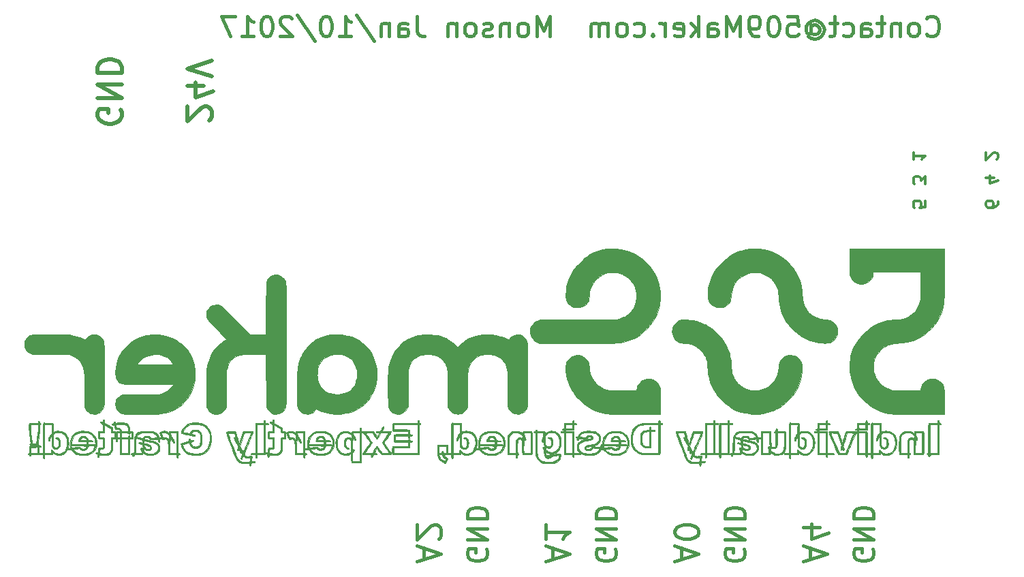
<source format=gbo>
G04 #@! TF.GenerationSoftware,KiCad,Pcbnew,(5.0.0-rc2-20-gcf2a07559)*
G04 #@! TF.CreationDate,2018-05-24T23:42:55-07:00*
G04 #@! TF.ProjectId,Gecko_Controller,4765636B6F5F436F6E74726F6C6C6572,rev?*
G04 #@! TF.SameCoordinates,Original*
G04 #@! TF.FileFunction,Legend,Bot*
G04 #@! TF.FilePolarity,Positive*
%FSLAX46Y46*%
G04 Gerber Fmt 4.6, Leading zero omitted, Abs format (unit mm)*
G04 Created by KiCad (PCBNEW (5.0.0-rc2-20-gcf2a07559)) date 05/24/18 23:42:55*
%MOMM*%
%LPD*%
G01*
G04 APERTURE LIST*
%ADD10C,0.400000*%
%ADD11C,0.300000*%
%ADD12C,0.500000*%
%ADD13C,0.010000*%
G04 APERTURE END LIST*
D10*
X205976190Y-63892857D02*
X206095238Y-64011904D01*
X206452380Y-64130952D01*
X206690476Y-64130952D01*
X207047619Y-64011904D01*
X207285714Y-63773809D01*
X207404761Y-63535714D01*
X207523809Y-63059523D01*
X207523809Y-62702380D01*
X207404761Y-62226190D01*
X207285714Y-61988095D01*
X207047619Y-61750000D01*
X206690476Y-61630952D01*
X206452380Y-61630952D01*
X206095238Y-61750000D01*
X205976190Y-61869047D01*
X204547619Y-64130952D02*
X204785714Y-64011904D01*
X204904761Y-63892857D01*
X205023809Y-63654761D01*
X205023809Y-62940476D01*
X204904761Y-62702380D01*
X204785714Y-62583333D01*
X204547619Y-62464285D01*
X204190476Y-62464285D01*
X203952380Y-62583333D01*
X203833333Y-62702380D01*
X203714285Y-62940476D01*
X203714285Y-63654761D01*
X203833333Y-63892857D01*
X203952380Y-64011904D01*
X204190476Y-64130952D01*
X204547619Y-64130952D01*
X202642857Y-62464285D02*
X202642857Y-64130952D01*
X202642857Y-62702380D02*
X202523809Y-62583333D01*
X202285714Y-62464285D01*
X201928571Y-62464285D01*
X201690476Y-62583333D01*
X201571428Y-62821428D01*
X201571428Y-64130952D01*
X200738095Y-62464285D02*
X199785714Y-62464285D01*
X200380952Y-61630952D02*
X200380952Y-63773809D01*
X200261904Y-64011904D01*
X200023809Y-64130952D01*
X199785714Y-64130952D01*
X197880952Y-64130952D02*
X197880952Y-62821428D01*
X198000000Y-62583333D01*
X198238095Y-62464285D01*
X198714285Y-62464285D01*
X198952380Y-62583333D01*
X197880952Y-64011904D02*
X198119047Y-64130952D01*
X198714285Y-64130952D01*
X198952380Y-64011904D01*
X199071428Y-63773809D01*
X199071428Y-63535714D01*
X198952380Y-63297619D01*
X198714285Y-63178571D01*
X198119047Y-63178571D01*
X197880952Y-63059523D01*
X195619047Y-64011904D02*
X195857142Y-64130952D01*
X196333333Y-64130952D01*
X196571428Y-64011904D01*
X196690476Y-63892857D01*
X196809523Y-63654761D01*
X196809523Y-62940476D01*
X196690476Y-62702380D01*
X196571428Y-62583333D01*
X196333333Y-62464285D01*
X195857142Y-62464285D01*
X195619047Y-62583333D01*
X194904761Y-62464285D02*
X193952380Y-62464285D01*
X194547619Y-61630952D02*
X194547619Y-63773809D01*
X194428571Y-64011904D01*
X194190476Y-64130952D01*
X193952380Y-64130952D01*
X191571428Y-62940476D02*
X191690476Y-62821428D01*
X191928571Y-62702380D01*
X192166666Y-62702380D01*
X192404761Y-62821428D01*
X192523809Y-62940476D01*
X192642857Y-63178571D01*
X192642857Y-63416666D01*
X192523809Y-63654761D01*
X192404761Y-63773809D01*
X192166666Y-63892857D01*
X191928571Y-63892857D01*
X191690476Y-63773809D01*
X191571428Y-63654761D01*
X191571428Y-62702380D02*
X191571428Y-63654761D01*
X191452380Y-63773809D01*
X191333333Y-63773809D01*
X191095238Y-63654761D01*
X190976190Y-63416666D01*
X190976190Y-62821428D01*
X191214285Y-62464285D01*
X191571428Y-62226190D01*
X192047619Y-62107142D01*
X192523809Y-62226190D01*
X192880952Y-62464285D01*
X193119047Y-62821428D01*
X193238095Y-63297619D01*
X193119047Y-63773809D01*
X192880952Y-64130952D01*
X192523809Y-64369047D01*
X192047619Y-64488095D01*
X191571428Y-64369047D01*
X191214285Y-64130952D01*
X188714285Y-61630952D02*
X189904761Y-61630952D01*
X190023809Y-62821428D01*
X189904761Y-62702380D01*
X189666666Y-62583333D01*
X189071428Y-62583333D01*
X188833333Y-62702380D01*
X188714285Y-62821428D01*
X188595238Y-63059523D01*
X188595238Y-63654761D01*
X188714285Y-63892857D01*
X188833333Y-64011904D01*
X189071428Y-64130952D01*
X189666666Y-64130952D01*
X189904761Y-64011904D01*
X190023809Y-63892857D01*
X187047619Y-61630952D02*
X186809523Y-61630952D01*
X186571428Y-61750000D01*
X186452380Y-61869047D01*
X186333333Y-62107142D01*
X186214285Y-62583333D01*
X186214285Y-63178571D01*
X186333333Y-63654761D01*
X186452380Y-63892857D01*
X186571428Y-64011904D01*
X186809523Y-64130952D01*
X187047619Y-64130952D01*
X187285714Y-64011904D01*
X187404761Y-63892857D01*
X187523809Y-63654761D01*
X187642857Y-63178571D01*
X187642857Y-62583333D01*
X187523809Y-62107142D01*
X187404761Y-61869047D01*
X187285714Y-61750000D01*
X187047619Y-61630952D01*
X185023809Y-64130952D02*
X184547619Y-64130952D01*
X184309523Y-64011904D01*
X184190476Y-63892857D01*
X183952380Y-63535714D01*
X183833333Y-63059523D01*
X183833333Y-62107142D01*
X183952380Y-61869047D01*
X184071428Y-61750000D01*
X184309523Y-61630952D01*
X184785714Y-61630952D01*
X185023809Y-61750000D01*
X185142857Y-61869047D01*
X185261904Y-62107142D01*
X185261904Y-62702380D01*
X185142857Y-62940476D01*
X185023809Y-63059523D01*
X184785714Y-63178571D01*
X184309523Y-63178571D01*
X184071428Y-63059523D01*
X183952380Y-62940476D01*
X183833333Y-62702380D01*
X182761904Y-64130952D02*
X182761904Y-61630952D01*
X181928571Y-63416666D01*
X181095238Y-61630952D01*
X181095238Y-64130952D01*
X178833333Y-64130952D02*
X178833333Y-62821428D01*
X178952380Y-62583333D01*
X179190476Y-62464285D01*
X179666666Y-62464285D01*
X179904761Y-62583333D01*
X178833333Y-64011904D02*
X179071428Y-64130952D01*
X179666666Y-64130952D01*
X179904761Y-64011904D01*
X180023809Y-63773809D01*
X180023809Y-63535714D01*
X179904761Y-63297619D01*
X179666666Y-63178571D01*
X179071428Y-63178571D01*
X178833333Y-63059523D01*
X177642857Y-64130952D02*
X177642857Y-61630952D01*
X177404761Y-63178571D02*
X176690476Y-64130952D01*
X176690476Y-62464285D02*
X177642857Y-63416666D01*
X174666666Y-64011904D02*
X174904761Y-64130952D01*
X175380952Y-64130952D01*
X175619047Y-64011904D01*
X175738095Y-63773809D01*
X175738095Y-62821428D01*
X175619047Y-62583333D01*
X175380952Y-62464285D01*
X174904761Y-62464285D01*
X174666666Y-62583333D01*
X174547619Y-62821428D01*
X174547619Y-63059523D01*
X175738095Y-63297619D01*
X173476190Y-64130952D02*
X173476190Y-62464285D01*
X173476190Y-62940476D02*
X173357142Y-62702380D01*
X173238095Y-62583333D01*
X172999999Y-62464285D01*
X172761904Y-62464285D01*
X171928571Y-63892857D02*
X171809523Y-64011904D01*
X171928571Y-64130952D01*
X172047619Y-64011904D01*
X171928571Y-63892857D01*
X171928571Y-64130952D01*
X169666666Y-64011904D02*
X169904761Y-64130952D01*
X170380952Y-64130952D01*
X170619047Y-64011904D01*
X170738095Y-63892857D01*
X170857142Y-63654761D01*
X170857142Y-62940476D01*
X170738095Y-62702380D01*
X170619047Y-62583333D01*
X170380952Y-62464285D01*
X169904761Y-62464285D01*
X169666666Y-62583333D01*
X168238095Y-64130952D02*
X168476190Y-64011904D01*
X168595238Y-63892857D01*
X168714285Y-63654761D01*
X168714285Y-62940476D01*
X168595238Y-62702380D01*
X168476190Y-62583333D01*
X168238095Y-62464285D01*
X167880952Y-62464285D01*
X167642857Y-62583333D01*
X167523809Y-62702380D01*
X167404761Y-62940476D01*
X167404761Y-63654761D01*
X167523809Y-63892857D01*
X167642857Y-64011904D01*
X167880952Y-64130952D01*
X168238095Y-64130952D01*
X166333333Y-64130952D02*
X166333333Y-62464285D01*
X166333333Y-62702380D02*
X166214285Y-62583333D01*
X165976190Y-62464285D01*
X165619047Y-62464285D01*
X165380952Y-62583333D01*
X165261904Y-62821428D01*
X165261904Y-64130952D01*
X165261904Y-62821428D02*
X165142857Y-62583333D01*
X164904761Y-62464285D01*
X164547619Y-62464285D01*
X164309523Y-62583333D01*
X164190476Y-62821428D01*
X164190476Y-64130952D01*
X159190476Y-64130952D02*
X159190476Y-61630952D01*
X158357142Y-63416666D01*
X157523809Y-61630952D01*
X157523809Y-64130952D01*
X155976190Y-64130952D02*
X156214285Y-64011904D01*
X156333333Y-63892857D01*
X156452380Y-63654761D01*
X156452380Y-62940476D01*
X156333333Y-62702380D01*
X156214285Y-62583333D01*
X155976190Y-62464285D01*
X155619047Y-62464285D01*
X155380952Y-62583333D01*
X155261904Y-62702380D01*
X155142857Y-62940476D01*
X155142857Y-63654761D01*
X155261904Y-63892857D01*
X155380952Y-64011904D01*
X155619047Y-64130952D01*
X155976190Y-64130952D01*
X154071428Y-62464285D02*
X154071428Y-64130952D01*
X154071428Y-62702380D02*
X153952380Y-62583333D01*
X153714285Y-62464285D01*
X153357142Y-62464285D01*
X153119047Y-62583333D01*
X152999999Y-62821428D01*
X152999999Y-64130952D01*
X151928571Y-64011904D02*
X151690476Y-64130952D01*
X151214285Y-64130952D01*
X150976190Y-64011904D01*
X150857142Y-63773809D01*
X150857142Y-63654761D01*
X150976190Y-63416666D01*
X151214285Y-63297619D01*
X151571428Y-63297619D01*
X151809523Y-63178571D01*
X151928571Y-62940476D01*
X151928571Y-62821428D01*
X151809523Y-62583333D01*
X151571428Y-62464285D01*
X151214285Y-62464285D01*
X150976190Y-62583333D01*
X149428571Y-64130952D02*
X149666666Y-64011904D01*
X149785714Y-63892857D01*
X149904761Y-63654761D01*
X149904761Y-62940476D01*
X149785714Y-62702380D01*
X149666666Y-62583333D01*
X149428571Y-62464285D01*
X149071428Y-62464285D01*
X148833333Y-62583333D01*
X148714285Y-62702380D01*
X148595238Y-62940476D01*
X148595238Y-63654761D01*
X148714285Y-63892857D01*
X148833333Y-64011904D01*
X149071428Y-64130952D01*
X149428571Y-64130952D01*
X147523809Y-62464285D02*
X147523809Y-64130952D01*
X147523809Y-62702380D02*
X147404761Y-62583333D01*
X147166666Y-62464285D01*
X146809523Y-62464285D01*
X146571428Y-62583333D01*
X146452380Y-62821428D01*
X146452380Y-64130952D01*
X142642857Y-61630952D02*
X142642857Y-63416666D01*
X142761904Y-63773809D01*
X142999999Y-64011904D01*
X143357142Y-64130952D01*
X143595238Y-64130952D01*
X140380952Y-64130952D02*
X140380952Y-62821428D01*
X140499999Y-62583333D01*
X140738095Y-62464285D01*
X141214285Y-62464285D01*
X141452380Y-62583333D01*
X140380952Y-64011904D02*
X140619047Y-64130952D01*
X141214285Y-64130952D01*
X141452380Y-64011904D01*
X141571428Y-63773809D01*
X141571428Y-63535714D01*
X141452380Y-63297619D01*
X141214285Y-63178571D01*
X140619047Y-63178571D01*
X140380952Y-63059523D01*
X139190476Y-62464285D02*
X139190476Y-64130952D01*
X139190476Y-62702380D02*
X139071428Y-62583333D01*
X138833333Y-62464285D01*
X138476190Y-62464285D01*
X138238095Y-62583333D01*
X138119047Y-62821428D01*
X138119047Y-64130952D01*
X135142857Y-61511904D02*
X137285714Y-64726190D01*
X132999999Y-64130952D02*
X134428571Y-64130952D01*
X133714285Y-64130952D02*
X133714285Y-61630952D01*
X133952380Y-61988095D01*
X134190476Y-62226190D01*
X134428571Y-62345238D01*
X131452380Y-61630952D02*
X131214285Y-61630952D01*
X130976190Y-61750000D01*
X130857142Y-61869047D01*
X130738095Y-62107142D01*
X130619047Y-62583333D01*
X130619047Y-63178571D01*
X130738095Y-63654761D01*
X130857142Y-63892857D01*
X130976190Y-64011904D01*
X131214285Y-64130952D01*
X131452380Y-64130952D01*
X131690476Y-64011904D01*
X131809523Y-63892857D01*
X131928571Y-63654761D01*
X132047619Y-63178571D01*
X132047619Y-62583333D01*
X131928571Y-62107142D01*
X131809523Y-61869047D01*
X131690476Y-61750000D01*
X131452380Y-61630952D01*
X127761904Y-61511904D02*
X129904761Y-64726190D01*
X127047619Y-61869047D02*
X126928571Y-61750000D01*
X126690476Y-61630952D01*
X126095238Y-61630952D01*
X125857142Y-61750000D01*
X125738095Y-61869047D01*
X125619047Y-62107142D01*
X125619047Y-62345238D01*
X125738095Y-62702380D01*
X127166666Y-64130952D01*
X125619047Y-64130952D01*
X124071428Y-61630952D02*
X123833333Y-61630952D01*
X123595238Y-61750000D01*
X123476190Y-61869047D01*
X123357142Y-62107142D01*
X123238095Y-62583333D01*
X123238095Y-63178571D01*
X123357142Y-63654761D01*
X123476190Y-63892857D01*
X123595238Y-64011904D01*
X123833333Y-64130952D01*
X124071428Y-64130952D01*
X124309523Y-64011904D01*
X124428571Y-63892857D01*
X124547619Y-63654761D01*
X124666666Y-63178571D01*
X124666666Y-62583333D01*
X124547619Y-62107142D01*
X124428571Y-61869047D01*
X124309523Y-61750000D01*
X124071428Y-61630952D01*
X120857142Y-64130952D02*
X122285714Y-64130952D01*
X121571428Y-64130952D02*
X121571428Y-61630952D01*
X121809523Y-61988095D01*
X122047619Y-62226190D01*
X122285714Y-62345238D01*
X120023809Y-61630952D02*
X118357142Y-61630952D01*
X119428571Y-64130952D01*
D11*
X214821428Y-84714285D02*
X214821428Y-85000000D01*
X214750000Y-85142857D01*
X214678571Y-85214285D01*
X214464285Y-85357142D01*
X214178571Y-85428571D01*
X213607142Y-85428571D01*
X213464285Y-85357142D01*
X213392857Y-85285714D01*
X213321428Y-85142857D01*
X213321428Y-84857142D01*
X213392857Y-84714285D01*
X213464285Y-84642857D01*
X213607142Y-84571428D01*
X213964285Y-84571428D01*
X214107142Y-84642857D01*
X214178571Y-84714285D01*
X214250000Y-84857142D01*
X214250000Y-85142857D01*
X214178571Y-85285714D01*
X214107142Y-85357142D01*
X213964285Y-85428571D01*
X214321428Y-81714285D02*
X213321428Y-81714285D01*
X214892857Y-82071428D02*
X213821428Y-82428571D01*
X213821428Y-81500000D01*
X214678571Y-79428571D02*
X214750000Y-79357142D01*
X214821428Y-79214285D01*
X214821428Y-78857142D01*
X214750000Y-78714285D01*
X214678571Y-78642857D01*
X214535714Y-78571428D01*
X214392857Y-78571428D01*
X214178571Y-78642857D01*
X213321428Y-79500000D01*
X213321428Y-78571428D01*
X205821428Y-84642857D02*
X205821428Y-85357142D01*
X205107142Y-85428571D01*
X205178571Y-85357142D01*
X205250000Y-85214285D01*
X205250000Y-84857142D01*
X205178571Y-84714285D01*
X205107142Y-84642857D01*
X204964285Y-84571428D01*
X204607142Y-84571428D01*
X204464285Y-84642857D01*
X204392857Y-84714285D01*
X204321428Y-84857142D01*
X204321428Y-85214285D01*
X204392857Y-85357142D01*
X204464285Y-85428571D01*
X205821428Y-82500000D02*
X205821428Y-81571428D01*
X205250000Y-82071428D01*
X205250000Y-81857142D01*
X205178571Y-81714285D01*
X205107142Y-81642857D01*
X204964285Y-81571428D01*
X204607142Y-81571428D01*
X204464285Y-81642857D01*
X204392857Y-81714285D01*
X204321428Y-81857142D01*
X204321428Y-82285714D01*
X204392857Y-82428571D01*
X204464285Y-82500000D01*
X204321428Y-78571428D02*
X204321428Y-79428571D01*
X204321428Y-79000000D02*
X205821428Y-79000000D01*
X205607142Y-79142857D01*
X205464285Y-79285714D01*
X205392857Y-79428571D01*
D10*
X143500000Y-129142857D02*
X143500000Y-127714285D01*
X142642857Y-129428571D02*
X145642857Y-128428571D01*
X142642857Y-127428571D01*
X145357142Y-126571428D02*
X145500000Y-126428571D01*
X145642857Y-126142857D01*
X145642857Y-125428571D01*
X145500000Y-125142857D01*
X145357142Y-125000000D01*
X145071428Y-124857142D01*
X144785714Y-124857142D01*
X144357142Y-125000000D01*
X142642857Y-126714285D01*
X142642857Y-124857142D01*
X159500000Y-129142857D02*
X159500000Y-127714285D01*
X158642857Y-129428571D02*
X161642857Y-128428571D01*
X158642857Y-127428571D01*
X158642857Y-124857142D02*
X158642857Y-126571428D01*
X158642857Y-125714285D02*
X161642857Y-125714285D01*
X161214285Y-126000000D01*
X160928571Y-126285714D01*
X160785714Y-126571428D01*
X175500000Y-129142857D02*
X175500000Y-127714285D01*
X174642857Y-129428571D02*
X177642857Y-128428571D01*
X174642857Y-127428571D01*
X177642857Y-125857142D02*
X177642857Y-125571428D01*
X177500000Y-125285714D01*
X177357142Y-125142857D01*
X177071428Y-125000000D01*
X176500000Y-124857142D01*
X175785714Y-124857142D01*
X175214285Y-125000000D01*
X174928571Y-125142857D01*
X174785714Y-125285714D01*
X174642857Y-125571428D01*
X174642857Y-125857142D01*
X174785714Y-126142857D01*
X174928571Y-126285714D01*
X175214285Y-126428571D01*
X175785714Y-126571428D01*
X176500000Y-126571428D01*
X177071428Y-126428571D01*
X177357142Y-126285714D01*
X177500000Y-126142857D01*
X177642857Y-125857142D01*
X191500000Y-129142857D02*
X191500000Y-127714285D01*
X190642857Y-129428571D02*
X193642857Y-128428571D01*
X190642857Y-127428571D01*
X192642857Y-125142857D02*
X190642857Y-125142857D01*
X193785714Y-125857142D02*
X191642857Y-126571428D01*
X191642857Y-124714285D01*
X199250000Y-127904761D02*
X199369047Y-128142857D01*
X199369047Y-128499999D01*
X199250000Y-128857142D01*
X199011904Y-129095238D01*
X198773809Y-129214285D01*
X198297619Y-129333333D01*
X197940476Y-129333333D01*
X197464285Y-129214285D01*
X197226190Y-129095238D01*
X196988095Y-128857142D01*
X196869047Y-128499999D01*
X196869047Y-128261904D01*
X196988095Y-127904761D01*
X197107142Y-127785714D01*
X197940476Y-127785714D01*
X197940476Y-128261904D01*
X196869047Y-126714285D02*
X199369047Y-126714285D01*
X196869047Y-125285714D01*
X199369047Y-125285714D01*
X196869047Y-124095238D02*
X199369047Y-124095238D01*
X199369047Y-123499999D01*
X199250000Y-123142857D01*
X199011904Y-122904761D01*
X198773809Y-122785714D01*
X198297619Y-122666666D01*
X197940476Y-122666666D01*
X197464285Y-122785714D01*
X197226190Y-122904761D01*
X196988095Y-123142857D01*
X196869047Y-123499999D01*
X196869047Y-124095238D01*
X183250000Y-127904761D02*
X183369047Y-128142857D01*
X183369047Y-128499999D01*
X183250000Y-128857142D01*
X183011904Y-129095238D01*
X182773809Y-129214285D01*
X182297619Y-129333333D01*
X181940476Y-129333333D01*
X181464285Y-129214285D01*
X181226190Y-129095238D01*
X180988095Y-128857142D01*
X180869047Y-128499999D01*
X180869047Y-128261904D01*
X180988095Y-127904761D01*
X181107142Y-127785714D01*
X181940476Y-127785714D01*
X181940476Y-128261904D01*
X180869047Y-126714285D02*
X183369047Y-126714285D01*
X180869047Y-125285714D01*
X183369047Y-125285714D01*
X180869047Y-124095238D02*
X183369047Y-124095238D01*
X183369047Y-123499999D01*
X183250000Y-123142857D01*
X183011904Y-122904761D01*
X182773809Y-122785714D01*
X182297619Y-122666666D01*
X181940476Y-122666666D01*
X181464285Y-122785714D01*
X181226190Y-122904761D01*
X180988095Y-123142857D01*
X180869047Y-123499999D01*
X180869047Y-124095238D01*
X167250000Y-127904761D02*
X167369047Y-128142857D01*
X167369047Y-128499999D01*
X167250000Y-128857142D01*
X167011904Y-129095238D01*
X166773809Y-129214285D01*
X166297619Y-129333333D01*
X165940476Y-129333333D01*
X165464285Y-129214285D01*
X165226190Y-129095238D01*
X164988095Y-128857142D01*
X164869047Y-128499999D01*
X164869047Y-128261904D01*
X164988095Y-127904761D01*
X165107142Y-127785714D01*
X165940476Y-127785714D01*
X165940476Y-128261904D01*
X164869047Y-126714285D02*
X167369047Y-126714285D01*
X164869047Y-125285714D01*
X167369047Y-125285714D01*
X164869047Y-124095238D02*
X167369047Y-124095238D01*
X167369047Y-123499999D01*
X167250000Y-123142857D01*
X167011904Y-122904761D01*
X166773809Y-122785714D01*
X166297619Y-122666666D01*
X165940476Y-122666666D01*
X165464285Y-122785714D01*
X165226190Y-122904761D01*
X164988095Y-123142857D01*
X164869047Y-123499999D01*
X164869047Y-124095238D01*
X151250000Y-127904761D02*
X151369047Y-128142857D01*
X151369047Y-128499999D01*
X151250000Y-128857142D01*
X151011904Y-129095238D01*
X150773809Y-129214285D01*
X150297619Y-129333333D01*
X149940476Y-129333333D01*
X149464285Y-129214285D01*
X149226190Y-129095238D01*
X148988095Y-128857142D01*
X148869047Y-128499999D01*
X148869047Y-128261904D01*
X148988095Y-127904761D01*
X149107142Y-127785714D01*
X149940476Y-127785714D01*
X149940476Y-128261904D01*
X148869047Y-126714285D02*
X151369047Y-126714285D01*
X148869047Y-125285714D01*
X151369047Y-125285714D01*
X148869047Y-124095238D02*
X151369047Y-124095238D01*
X151369047Y-123499999D01*
X151250000Y-123142857D01*
X151011904Y-122904761D01*
X150773809Y-122785714D01*
X150297619Y-122666666D01*
X149940476Y-122666666D01*
X149464285Y-122785714D01*
X149226190Y-122904761D01*
X148988095Y-123142857D01*
X148869047Y-123499999D01*
X148869047Y-124095238D01*
D12*
X116857142Y-74571428D02*
X117000000Y-74428571D01*
X117142857Y-74142857D01*
X117142857Y-73428571D01*
X117000000Y-73142857D01*
X116857142Y-73000000D01*
X116571428Y-72857142D01*
X116285714Y-72857142D01*
X115857142Y-73000000D01*
X114142857Y-74714285D01*
X114142857Y-72857142D01*
X116142857Y-70285714D02*
X114142857Y-70285714D01*
X117285714Y-71000000D02*
X115142857Y-71714285D01*
X115142857Y-69857142D01*
X117142857Y-69142857D02*
X114142857Y-68142857D01*
X117142857Y-67142857D01*
X105827960Y-73281254D02*
X105970817Y-73566968D01*
X105970817Y-73995540D01*
X105827960Y-74424111D01*
X105542245Y-74709825D01*
X105256531Y-74852682D01*
X104685102Y-74995540D01*
X104256531Y-74995540D01*
X103685102Y-74852682D01*
X103399388Y-74709825D01*
X103113674Y-74424111D01*
X102970817Y-73995540D01*
X102970817Y-73709825D01*
X103113674Y-73281254D01*
X103256531Y-73138397D01*
X104256531Y-73138397D01*
X104256531Y-73709825D01*
X102970817Y-71852682D02*
X105970817Y-71852682D01*
X102970817Y-70138397D01*
X105970817Y-70138397D01*
X102970817Y-68709825D02*
X105970817Y-68709825D01*
X105970817Y-67995540D01*
X105827960Y-67566968D01*
X105542245Y-67281254D01*
X105256531Y-67138397D01*
X104685102Y-66995540D01*
X104256531Y-66995540D01*
X103685102Y-67138397D01*
X103399388Y-67281254D01*
X103113674Y-67566968D01*
X102970817Y-67995540D01*
X102970817Y-68709825D01*
D13*
G04 #@! TO.C,G\002A\002A\002A*
G36*
X175243335Y-113229543D02*
X175090787Y-113231981D01*
X174965588Y-113235692D01*
X174877429Y-113240390D01*
X174836002Y-113245787D01*
X174835975Y-113245797D01*
X174799368Y-113284815D01*
X174791334Y-113321076D01*
X174801100Y-113361274D01*
X174828978Y-113448434D01*
X174872834Y-113576830D01*
X174930535Y-113740735D01*
X174999950Y-113934421D01*
X175078945Y-114152164D01*
X175165388Y-114388234D01*
X175257147Y-114636906D01*
X175352088Y-114892453D01*
X175448079Y-115149148D01*
X175542987Y-115401264D01*
X175634680Y-115643075D01*
X175721025Y-115868852D01*
X175799890Y-116072871D01*
X175869141Y-116249404D01*
X175926646Y-116392723D01*
X175970273Y-116497103D01*
X175991820Y-116544778D01*
X176105103Y-116751569D01*
X176224891Y-116910219D01*
X176360138Y-117028981D01*
X176519802Y-117116103D01*
X176667928Y-117167653D01*
X176825844Y-117198738D01*
X177023061Y-117215523D01*
X177244137Y-117217451D01*
X177473627Y-117203965D01*
X177525740Y-117198650D01*
X177734258Y-117175590D01*
X177720121Y-117301015D01*
X177719749Y-117406430D01*
X177741468Y-117481712D01*
X177779604Y-117519618D01*
X177828484Y-117512909D01*
X177862286Y-117482461D01*
X177883031Y-117435001D01*
X177902874Y-117353779D01*
X177911458Y-117300926D01*
X177924876Y-117215583D01*
X177944148Y-117170485D01*
X177981868Y-117149836D01*
X178040272Y-117139353D01*
X178147363Y-117123675D01*
X178256492Y-117107683D01*
X178261042Y-117107016D01*
X178362134Y-117079021D01*
X178414925Y-117033420D01*
X178416194Y-116973870D01*
X178393130Y-116936323D01*
X178352494Y-116917647D01*
X178282287Y-116915908D01*
X178170511Y-116929170D01*
X178154229Y-116931603D01*
X178060561Y-116943911D01*
X177991852Y-116949434D01*
X177964403Y-116947366D01*
X177962680Y-116916500D01*
X177966533Y-116841237D01*
X177975182Y-116733267D01*
X177986351Y-116618472D01*
X177999902Y-116479296D01*
X177815710Y-116479296D01*
X177798123Y-116624926D01*
X177780766Y-116770727D01*
X177766766Y-116870127D01*
X177750870Y-116932510D01*
X177727826Y-116967258D01*
X177692380Y-116983754D01*
X177639280Y-116991381D01*
X177590206Y-116996312D01*
X177494439Y-117007881D01*
X177417954Y-117018964D01*
X177387778Y-117024737D01*
X177315729Y-117032509D01*
X177204381Y-117032664D01*
X177070185Y-117026435D01*
X176929589Y-117015052D01*
X176799043Y-116999747D01*
X176694994Y-116981753D01*
X176650235Y-116969512D01*
X176473722Y-116876564D01*
X176322189Y-116733007D01*
X176195812Y-116539163D01*
X176166763Y-116475690D01*
X176120566Y-116364995D01*
X176059468Y-116212861D01*
X175985715Y-116025074D01*
X175901554Y-115807418D01*
X175809234Y-115565678D01*
X175711000Y-115305639D01*
X175609100Y-115033085D01*
X175573098Y-114936111D01*
X175473146Y-114666445D01*
X175378735Y-114411847D01*
X175291752Y-114177400D01*
X175214085Y-113968185D01*
X175147621Y-113789283D01*
X175094247Y-113645775D01*
X175055851Y-113542743D01*
X175034320Y-113485268D01*
X175030631Y-113475611D01*
X175026892Y-113456317D01*
X175038860Y-113442807D01*
X175074551Y-113434062D01*
X175141983Y-113429063D01*
X175249173Y-113426790D01*
X175404137Y-113426224D01*
X175419041Y-113426222D01*
X175827010Y-113426222D01*
X175915336Y-113732760D01*
X175952503Y-113861229D01*
X175985262Y-113973514D01*
X176009670Y-114056159D01*
X176020759Y-114092593D01*
X176018612Y-114103582D01*
X175994155Y-114072430D01*
X175972766Y-114038786D01*
X175922313Y-113968994D01*
X175875312Y-113940947D01*
X175836580Y-113940008D01*
X175778917Y-113963127D01*
X175756510Y-113995679D01*
X175766854Y-114033664D01*
X175800867Y-114112905D01*
X175854677Y-114225391D01*
X175924408Y-114363110D01*
X176006185Y-114518051D01*
X176034199Y-114569839D01*
X176320860Y-115096652D01*
X176257353Y-115316434D01*
X176229592Y-115425046D01*
X176212765Y-115516539D01*
X176209697Y-115574606D01*
X176211371Y-115581886D01*
X176249730Y-115622108D01*
X176305434Y-115621448D01*
X176360450Y-115583003D01*
X176380948Y-115552749D01*
X176401641Y-115516636D01*
X176417596Y-115508368D01*
X176434541Y-115535086D01*
X176458201Y-115603932D01*
X176480627Y-115677075D01*
X176510165Y-115778156D01*
X176531707Y-115859183D01*
X176541016Y-115904113D01*
X176541112Y-115906110D01*
X176564356Y-115949912D01*
X176618951Y-115970987D01*
X176682195Y-115962853D01*
X176701990Y-115952034D01*
X176747191Y-115928548D01*
X176776516Y-115948133D01*
X176792663Y-115975758D01*
X176805239Y-116011236D01*
X176804038Y-116055881D01*
X176786260Y-116120888D01*
X176749105Y-116217455D01*
X176707853Y-116314972D01*
X176655517Y-116438853D01*
X176624162Y-116521990D01*
X176611326Y-116574988D01*
X176614545Y-116608447D01*
X176631356Y-116632970D01*
X176633466Y-116635116D01*
X176683610Y-116665199D01*
X176733268Y-116649954D01*
X176786336Y-116586194D01*
X176846711Y-116470733D01*
X176853905Y-116454875D01*
X176939030Y-116265149D01*
X177001126Y-116339049D01*
X177077876Y-116415107D01*
X177164268Y-116464703D01*
X177272601Y-116491409D01*
X177415172Y-116498794D01*
X177537094Y-116494649D01*
X177815710Y-116479296D01*
X177999902Y-116479296D01*
X178000064Y-116477636D01*
X178006107Y-116382687D01*
X178004258Y-116323562D01*
X177994300Y-116290198D01*
X177978837Y-116274276D01*
X177918969Y-116258723D01*
X177881667Y-116262422D01*
X177826027Y-116274013D01*
X177734359Y-116290270D01*
X177626482Y-116307679D01*
X177626217Y-116307720D01*
X177447889Y-116323654D01*
X177309863Y-116308186D01*
X177204155Y-116259151D01*
X177122784Y-116174381D01*
X177120008Y-116170341D01*
X177076628Y-116098887D01*
X177051569Y-116042867D01*
X177049112Y-116029820D01*
X177059780Y-115997426D01*
X177090397Y-115918144D01*
X177138880Y-115797052D01*
X177203146Y-115639231D01*
X177281113Y-115449758D01*
X177370698Y-115233714D01*
X177469819Y-114996177D01*
X177576393Y-114742227D01*
X177601519Y-114682556D01*
X177716391Y-114408239D01*
X177821430Y-114154083D01*
X177914843Y-113924630D01*
X177994836Y-113724418D01*
X178059616Y-113557990D01*
X178103492Y-113440333D01*
X177919569Y-113440333D01*
X177423327Y-114617452D01*
X177321058Y-114858965D01*
X177225179Y-115083321D01*
X177137941Y-115285398D01*
X177061597Y-115460075D01*
X176998400Y-115602230D01*
X176950602Y-115706741D01*
X176920454Y-115768485D01*
X176910487Y-115783612D01*
X176892105Y-115755884D01*
X176853111Y-115687352D01*
X176798687Y-115587420D01*
X176734013Y-115465491D01*
X176712440Y-115424209D01*
X176530990Y-115075766D01*
X176779209Y-114272161D01*
X176842451Y-114068808D01*
X176901091Y-113882911D01*
X176952895Y-113721334D01*
X176995634Y-113590944D01*
X177027075Y-113498609D01*
X177044986Y-113451193D01*
X177047498Y-113446627D01*
X177081357Y-113439475D01*
X177161297Y-113434349D01*
X177276979Y-113431575D01*
X177418064Y-113431481D01*
X177493569Y-113432516D01*
X177919569Y-113440333D01*
X178103492Y-113440333D01*
X178107389Y-113429885D01*
X178136362Y-113344643D01*
X178144797Y-113307129D01*
X178135667Y-113242778D01*
X177539857Y-113235172D01*
X177330478Y-113233276D01*
X177171288Y-113233819D01*
X177056071Y-113237094D01*
X176978612Y-113243393D01*
X176932696Y-113253005D01*
X176913356Y-113264547D01*
X176897006Y-113300635D01*
X176866822Y-113383155D01*
X176825347Y-113504522D01*
X176775124Y-113657153D01*
X176718695Y-113833462D01*
X176664764Y-114005931D01*
X176605534Y-114195998D01*
X176551008Y-114368309D01*
X176503584Y-114515495D01*
X176465662Y-114630185D01*
X176439642Y-114705010D01*
X176428301Y-114732275D01*
X176415913Y-114712299D01*
X176390476Y-114644792D01*
X176354200Y-114536564D01*
X176309296Y-114394427D01*
X176257974Y-114225191D01*
X176203932Y-114040831D01*
X176147641Y-113847195D01*
X176095245Y-113669751D01*
X176049097Y-113516256D01*
X176011555Y-113394468D01*
X175984974Y-113312144D01*
X175972292Y-113278055D01*
X175958370Y-113260700D01*
X175932220Y-113247921D01*
X175886087Y-113239035D01*
X175812213Y-113233354D01*
X175702840Y-113230194D01*
X175550212Y-113228869D01*
X175413538Y-113228666D01*
X175243335Y-113229543D01*
X175243335Y-113229543D01*
G37*
X175243335Y-113229543D02*
X175090787Y-113231981D01*
X174965588Y-113235692D01*
X174877429Y-113240390D01*
X174836002Y-113245787D01*
X174835975Y-113245797D01*
X174799368Y-113284815D01*
X174791334Y-113321076D01*
X174801100Y-113361274D01*
X174828978Y-113448434D01*
X174872834Y-113576830D01*
X174930535Y-113740735D01*
X174999950Y-113934421D01*
X175078945Y-114152164D01*
X175165388Y-114388234D01*
X175257147Y-114636906D01*
X175352088Y-114892453D01*
X175448079Y-115149148D01*
X175542987Y-115401264D01*
X175634680Y-115643075D01*
X175721025Y-115868852D01*
X175799890Y-116072871D01*
X175869141Y-116249404D01*
X175926646Y-116392723D01*
X175970273Y-116497103D01*
X175991820Y-116544778D01*
X176105103Y-116751569D01*
X176224891Y-116910219D01*
X176360138Y-117028981D01*
X176519802Y-117116103D01*
X176667928Y-117167653D01*
X176825844Y-117198738D01*
X177023061Y-117215523D01*
X177244137Y-117217451D01*
X177473627Y-117203965D01*
X177525740Y-117198650D01*
X177734258Y-117175590D01*
X177720121Y-117301015D01*
X177719749Y-117406430D01*
X177741468Y-117481712D01*
X177779604Y-117519618D01*
X177828484Y-117512909D01*
X177862286Y-117482461D01*
X177883031Y-117435001D01*
X177902874Y-117353779D01*
X177911458Y-117300926D01*
X177924876Y-117215583D01*
X177944148Y-117170485D01*
X177981868Y-117149836D01*
X178040272Y-117139353D01*
X178147363Y-117123675D01*
X178256492Y-117107683D01*
X178261042Y-117107016D01*
X178362134Y-117079021D01*
X178414925Y-117033420D01*
X178416194Y-116973870D01*
X178393130Y-116936323D01*
X178352494Y-116917647D01*
X178282287Y-116915908D01*
X178170511Y-116929170D01*
X178154229Y-116931603D01*
X178060561Y-116943911D01*
X177991852Y-116949434D01*
X177964403Y-116947366D01*
X177962680Y-116916500D01*
X177966533Y-116841237D01*
X177975182Y-116733267D01*
X177986351Y-116618472D01*
X177999902Y-116479296D01*
X177815710Y-116479296D01*
X177798123Y-116624926D01*
X177780766Y-116770727D01*
X177766766Y-116870127D01*
X177750870Y-116932510D01*
X177727826Y-116967258D01*
X177692380Y-116983754D01*
X177639280Y-116991381D01*
X177590206Y-116996312D01*
X177494439Y-117007881D01*
X177417954Y-117018964D01*
X177387778Y-117024737D01*
X177315729Y-117032509D01*
X177204381Y-117032664D01*
X177070185Y-117026435D01*
X176929589Y-117015052D01*
X176799043Y-116999747D01*
X176694994Y-116981753D01*
X176650235Y-116969512D01*
X176473722Y-116876564D01*
X176322189Y-116733007D01*
X176195812Y-116539163D01*
X176166763Y-116475690D01*
X176120566Y-116364995D01*
X176059468Y-116212861D01*
X175985715Y-116025074D01*
X175901554Y-115807418D01*
X175809234Y-115565678D01*
X175711000Y-115305639D01*
X175609100Y-115033085D01*
X175573098Y-114936111D01*
X175473146Y-114666445D01*
X175378735Y-114411847D01*
X175291752Y-114177400D01*
X175214085Y-113968185D01*
X175147621Y-113789283D01*
X175094247Y-113645775D01*
X175055851Y-113542743D01*
X175034320Y-113485268D01*
X175030631Y-113475611D01*
X175026892Y-113456317D01*
X175038860Y-113442807D01*
X175074551Y-113434062D01*
X175141983Y-113429063D01*
X175249173Y-113426790D01*
X175404137Y-113426224D01*
X175419041Y-113426222D01*
X175827010Y-113426222D01*
X175915336Y-113732760D01*
X175952503Y-113861229D01*
X175985262Y-113973514D01*
X176009670Y-114056159D01*
X176020759Y-114092593D01*
X176018612Y-114103582D01*
X175994155Y-114072430D01*
X175972766Y-114038786D01*
X175922313Y-113968994D01*
X175875312Y-113940947D01*
X175836580Y-113940008D01*
X175778917Y-113963127D01*
X175756510Y-113995679D01*
X175766854Y-114033664D01*
X175800867Y-114112905D01*
X175854677Y-114225391D01*
X175924408Y-114363110D01*
X176006185Y-114518051D01*
X176034199Y-114569839D01*
X176320860Y-115096652D01*
X176257353Y-115316434D01*
X176229592Y-115425046D01*
X176212765Y-115516539D01*
X176209697Y-115574606D01*
X176211371Y-115581886D01*
X176249730Y-115622108D01*
X176305434Y-115621448D01*
X176360450Y-115583003D01*
X176380948Y-115552749D01*
X176401641Y-115516636D01*
X176417596Y-115508368D01*
X176434541Y-115535086D01*
X176458201Y-115603932D01*
X176480627Y-115677075D01*
X176510165Y-115778156D01*
X176531707Y-115859183D01*
X176541016Y-115904113D01*
X176541112Y-115906110D01*
X176564356Y-115949912D01*
X176618951Y-115970987D01*
X176682195Y-115962853D01*
X176701990Y-115952034D01*
X176747191Y-115928548D01*
X176776516Y-115948133D01*
X176792663Y-115975758D01*
X176805239Y-116011236D01*
X176804038Y-116055881D01*
X176786260Y-116120888D01*
X176749105Y-116217455D01*
X176707853Y-116314972D01*
X176655517Y-116438853D01*
X176624162Y-116521990D01*
X176611326Y-116574988D01*
X176614545Y-116608447D01*
X176631356Y-116632970D01*
X176633466Y-116635116D01*
X176683610Y-116665199D01*
X176733268Y-116649954D01*
X176786336Y-116586194D01*
X176846711Y-116470733D01*
X176853905Y-116454875D01*
X176939030Y-116265149D01*
X177001126Y-116339049D01*
X177077876Y-116415107D01*
X177164268Y-116464703D01*
X177272601Y-116491409D01*
X177415172Y-116498794D01*
X177537094Y-116494649D01*
X177815710Y-116479296D01*
X177999902Y-116479296D01*
X178000064Y-116477636D01*
X178006107Y-116382687D01*
X178004258Y-116323562D01*
X177994300Y-116290198D01*
X177978837Y-116274276D01*
X177918969Y-116258723D01*
X177881667Y-116262422D01*
X177826027Y-116274013D01*
X177734359Y-116290270D01*
X177626482Y-116307679D01*
X177626217Y-116307720D01*
X177447889Y-116323654D01*
X177309863Y-116308186D01*
X177204155Y-116259151D01*
X177122784Y-116174381D01*
X177120008Y-116170341D01*
X177076628Y-116098887D01*
X177051569Y-116042867D01*
X177049112Y-116029820D01*
X177059780Y-115997426D01*
X177090397Y-115918144D01*
X177138880Y-115797052D01*
X177203146Y-115639231D01*
X177281113Y-115449758D01*
X177370698Y-115233714D01*
X177469819Y-114996177D01*
X177576393Y-114742227D01*
X177601519Y-114682556D01*
X177716391Y-114408239D01*
X177821430Y-114154083D01*
X177914843Y-113924630D01*
X177994836Y-113724418D01*
X178059616Y-113557990D01*
X178103492Y-113440333D01*
X177919569Y-113440333D01*
X177423327Y-114617452D01*
X177321058Y-114858965D01*
X177225179Y-115083321D01*
X177137941Y-115285398D01*
X177061597Y-115460075D01*
X176998400Y-115602230D01*
X176950602Y-115706741D01*
X176920454Y-115768485D01*
X176910487Y-115783612D01*
X176892105Y-115755884D01*
X176853111Y-115687352D01*
X176798687Y-115587420D01*
X176734013Y-115465491D01*
X176712440Y-115424209D01*
X176530990Y-115075766D01*
X176779209Y-114272161D01*
X176842451Y-114068808D01*
X176901091Y-113882911D01*
X176952895Y-113721334D01*
X176995634Y-113590944D01*
X177027075Y-113498609D01*
X177044986Y-113451193D01*
X177047498Y-113446627D01*
X177081357Y-113439475D01*
X177161297Y-113434349D01*
X177276979Y-113431575D01*
X177418064Y-113431481D01*
X177493569Y-113432516D01*
X177919569Y-113440333D01*
X178103492Y-113440333D01*
X178107389Y-113429885D01*
X178136362Y-113344643D01*
X178144797Y-113307129D01*
X178135667Y-113242778D01*
X177539857Y-113235172D01*
X177330478Y-113233276D01*
X177171288Y-113233819D01*
X177056071Y-113237094D01*
X176978612Y-113243393D01*
X176932696Y-113253005D01*
X176913356Y-113264547D01*
X176897006Y-113300635D01*
X176866822Y-113383155D01*
X176825347Y-113504522D01*
X176775124Y-113657153D01*
X176718695Y-113833462D01*
X176664764Y-114005931D01*
X176605534Y-114195998D01*
X176551008Y-114368309D01*
X176503584Y-114515495D01*
X176465662Y-114630185D01*
X176439642Y-114705010D01*
X176428301Y-114732275D01*
X176415913Y-114712299D01*
X176390476Y-114644792D01*
X176354200Y-114536564D01*
X176309296Y-114394427D01*
X176257974Y-114225191D01*
X176203932Y-114040831D01*
X176147641Y-113847195D01*
X176095245Y-113669751D01*
X176049097Y-113516256D01*
X176011555Y-113394468D01*
X175984974Y-113312144D01*
X175972292Y-113278055D01*
X175958370Y-113260700D01*
X175932220Y-113247921D01*
X175886087Y-113239035D01*
X175812213Y-113233354D01*
X175702840Y-113230194D01*
X175550212Y-113228869D01*
X175413538Y-113228666D01*
X175243335Y-113229543D01*
G36*
X120987640Y-113320389D02*
X120968996Y-113372488D01*
X120936612Y-113469927D01*
X120893261Y-113604067D01*
X120841715Y-113766274D01*
X120784747Y-113947910D01*
X120743133Y-114081975D01*
X120685784Y-114264436D01*
X120633051Y-114426335D01*
X120587359Y-114560700D01*
X120551131Y-114660561D01*
X120526789Y-114718948D01*
X120517479Y-114731086D01*
X120504946Y-114699367D01*
X120479276Y-114620763D01*
X120442731Y-114502695D01*
X120397576Y-114352581D01*
X120346074Y-114177840D01*
X120296210Y-114005802D01*
X120240332Y-113814123D01*
X120187985Y-113639432D01*
X120141577Y-113489379D01*
X120103515Y-113371614D01*
X120076203Y-113293786D01*
X120062955Y-113264385D01*
X120023065Y-113249895D01*
X119938042Y-113239452D01*
X119818580Y-113232857D01*
X119675374Y-113229912D01*
X119519117Y-113230417D01*
X119360503Y-113234174D01*
X119210226Y-113240984D01*
X119078981Y-113250649D01*
X118977461Y-113262970D01*
X118916359Y-113277749D01*
X118904364Y-113285907D01*
X118904071Y-113311694D01*
X118917136Y-113369592D01*
X118944447Y-113462187D01*
X118986895Y-113592064D01*
X119045368Y-113761807D01*
X119120757Y-113974002D01*
X119213950Y-114231234D01*
X119325837Y-114536089D01*
X119448095Y-114866351D01*
X119582804Y-115228335D01*
X119700029Y-115541334D01*
X119801507Y-115809435D01*
X119888976Y-116036724D01*
X119964173Y-116227288D01*
X120028838Y-116385213D01*
X120084706Y-116514586D01*
X120133517Y-116619492D01*
X120177008Y-116704017D01*
X120216917Y-116772250D01*
X120254980Y-116828274D01*
X120292937Y-116876177D01*
X120312080Y-116897986D01*
X120467733Y-117029463D01*
X120664751Y-117128330D01*
X120897397Y-117193078D01*
X121159932Y-117222198D01*
X121446617Y-117214180D01*
X121495384Y-117209234D01*
X121639835Y-117192895D01*
X121736881Y-117184096D01*
X121795387Y-117185926D01*
X121824217Y-117201476D01*
X121832234Y-117233835D01*
X121828303Y-117286093D01*
X121824313Y-117323882D01*
X121820701Y-117422512D01*
X121834743Y-117477685D01*
X121849622Y-117492783D01*
X121919244Y-117516438D01*
X121971795Y-117486707D01*
X121986563Y-117463855D01*
X122005514Y-117400639D01*
X122015379Y-117313444D01*
X122015778Y-117293636D01*
X122017160Y-117234287D01*
X122028031Y-117194527D01*
X122058482Y-117168000D01*
X122118602Y-117148347D01*
X122218480Y-117129212D01*
X122297704Y-117115994D01*
X122409921Y-117094764D01*
X122477079Y-117073917D01*
X122510352Y-117048940D01*
X122519495Y-117026421D01*
X122512616Y-116964810D01*
X122461535Y-116930170D01*
X122363782Y-116921567D01*
X122266132Y-116930554D01*
X122172792Y-116940840D01*
X122103917Y-116943802D01*
X122076743Y-116939705D01*
X122073537Y-116907305D01*
X122076276Y-116831014D01*
X122084297Y-116722996D01*
X122094063Y-116621985D01*
X122107539Y-116486534D01*
X122108025Y-116479089D01*
X121909753Y-116479089D01*
X121890038Y-116709489D01*
X121878304Y-116819169D01*
X121864559Y-116906829D01*
X121851297Y-116957462D01*
X121847941Y-116963032D01*
X121801958Y-116982604D01*
X121711110Y-116999891D01*
X121586961Y-117013844D01*
X121441075Y-117023414D01*
X121285017Y-117027550D01*
X121153894Y-117026038D01*
X120993351Y-117017185D01*
X120871548Y-117000355D01*
X120771007Y-116972624D01*
X120724153Y-116954147D01*
X120563281Y-116856230D01*
X120417592Y-116710778D01*
X120295003Y-116526229D01*
X120263025Y-116462606D01*
X120239688Y-116407533D01*
X120200122Y-116308155D01*
X120146505Y-116170303D01*
X120081019Y-115999809D01*
X120005841Y-115802503D01*
X119923152Y-115584217D01*
X119835132Y-115350783D01*
X119743960Y-115108030D01*
X119651815Y-114861792D01*
X119560877Y-114617898D01*
X119473326Y-114382181D01*
X119391342Y-114160471D01*
X119317103Y-113958600D01*
X119252790Y-113782399D01*
X119200582Y-113637699D01*
X119162658Y-113530332D01*
X119141199Y-113466128D01*
X119137112Y-113450334D01*
X119163801Y-113441325D01*
X119237825Y-113434958D01*
X119350120Y-113431641D01*
X119491621Y-113431778D01*
X119535859Y-113432503D01*
X119934606Y-113440333D01*
X120029748Y-113764719D01*
X120066624Y-113891701D01*
X120096760Y-113997860D01*
X120117056Y-114072110D01*
X120124414Y-114103366D01*
X120124414Y-114103385D01*
X120110907Y-114091690D01*
X120077734Y-114045118D01*
X120064263Y-114024467D01*
X120006761Y-113956958D01*
X119949532Y-113939255D01*
X119944794Y-113939800D01*
X119905022Y-113953077D01*
X119884707Y-113982475D01*
X119885480Y-114033307D01*
X119908973Y-114110886D01*
X119956815Y-114220524D01*
X120030638Y-114367534D01*
X120132074Y-114557228D01*
X120137290Y-114566810D01*
X120220059Y-114721366D01*
X120292555Y-114861734D01*
X120350620Y-114979449D01*
X120390095Y-115066045D01*
X120406821Y-115113055D01*
X120407112Y-115116097D01*
X120399040Y-115169441D01*
X120377886Y-115257323D01*
X120348374Y-115360225D01*
X120318582Y-115462197D01*
X120306497Y-115525275D01*
X120311113Y-115563817D01*
X120331423Y-115592182D01*
X120332074Y-115592835D01*
X120390724Y-115620547D01*
X120448981Y-115598075D01*
X120491015Y-115536459D01*
X120511528Y-115492461D01*
X120524405Y-115498990D01*
X120534441Y-115528778D01*
X120589127Y-115700212D01*
X120633646Y-115823029D01*
X120670841Y-115903535D01*
X120703554Y-115948036D01*
X120729802Y-115962235D01*
X120790304Y-115950105D01*
X120817912Y-115926503D01*
X120843374Y-115901774D01*
X120864695Y-115918347D01*
X120886922Y-115966300D01*
X120901676Y-116011568D01*
X120903356Y-116057970D01*
X120889227Y-116118998D01*
X120856550Y-116208141D01*
X120819561Y-116298365D01*
X120763875Y-116436893D01*
X120731527Y-116533202D01*
X120721143Y-116595818D01*
X120731349Y-116633272D01*
X120760773Y-116654090D01*
X120762198Y-116654647D01*
X120809111Y-116667570D01*
X120845178Y-116658228D01*
X120879240Y-116618096D01*
X120920140Y-116538652D01*
X120948985Y-116474588D01*
X121036081Y-116277399D01*
X121143246Y-116374216D01*
X121227766Y-116438069D01*
X121320497Y-116478357D01*
X121434595Y-116498009D01*
X121583214Y-116499952D01*
X121684026Y-116494561D01*
X121909753Y-116479089D01*
X122108025Y-116479089D01*
X122113444Y-116396076D01*
X122111280Y-116339605D01*
X122100552Y-116306117D01*
X122080766Y-116284605D01*
X122078813Y-116283099D01*
X122022286Y-116260371D01*
X121990640Y-116262882D01*
X121920406Y-116280956D01*
X121816045Y-116297949D01*
X121696716Y-116311877D01*
X121581578Y-116320753D01*
X121489789Y-116322594D01*
X121450595Y-116318837D01*
X121331809Y-116267173D01*
X121229219Y-116175956D01*
X121182818Y-116106551D01*
X121174176Y-116087168D01*
X121169435Y-116064923D01*
X121170226Y-116035379D01*
X121178180Y-115994101D01*
X121194930Y-115936650D01*
X121222106Y-115858590D01*
X121261341Y-115755485D01*
X121314266Y-115622897D01*
X121382513Y-115456389D01*
X121467713Y-115251526D01*
X121571498Y-115003870D01*
X121695499Y-114708984D01*
X121705493Y-114685235D01*
X121814638Y-114425115D01*
X121916831Y-114180075D01*
X122010011Y-113955157D01*
X122092122Y-113755400D01*
X122161102Y-113585848D01*
X122214894Y-113451540D01*
X122218200Y-113443033D01*
X122015778Y-113443033D01*
X122005231Y-113471215D01*
X121975381Y-113544978D01*
X121928918Y-113657916D01*
X121868528Y-113803625D01*
X121796902Y-113975700D01*
X121716727Y-114167736D01*
X121630692Y-114373330D01*
X121541484Y-114586076D01*
X121451794Y-114799570D01*
X121364308Y-115007408D01*
X121281716Y-115203185D01*
X121206706Y-115380496D01*
X121141966Y-115532937D01*
X121090185Y-115654103D01*
X121054051Y-115737590D01*
X121036252Y-115776993D01*
X121035354Y-115778665D01*
X121017830Y-115763926D01*
X120979211Y-115707181D01*
X120924478Y-115616483D01*
X120858611Y-115499887D01*
X120826987Y-115441713D01*
X120632943Y-115080651D01*
X120874518Y-114302825D01*
X120937070Y-114101308D01*
X120994596Y-113915764D01*
X121044841Y-113753491D01*
X121085547Y-113621785D01*
X121114457Y-113527942D01*
X121129314Y-113479258D01*
X121130393Y-113475611D01*
X121140917Y-113456703D01*
X121165381Y-113443298D01*
X121212204Y-113434472D01*
X121289806Y-113429300D01*
X121406604Y-113426859D01*
X121571018Y-113426223D01*
X121580236Y-113426222D01*
X121729803Y-113427249D01*
X121857210Y-113430084D01*
X121952840Y-113434355D01*
X122007073Y-113439691D01*
X122015778Y-113443033D01*
X122218200Y-113443033D01*
X122251439Y-113357518D01*
X122268676Y-113308824D01*
X122269778Y-113303655D01*
X122246895Y-113259346D01*
X122225137Y-113245797D01*
X122184320Y-113240605D01*
X122096294Y-113236045D01*
X121970290Y-113232373D01*
X121815544Y-113229841D01*
X121641287Y-113228704D01*
X121602808Y-113228666D01*
X121025120Y-113228666D01*
X120987640Y-113320389D01*
X120987640Y-113320389D01*
G37*
X120987640Y-113320389D02*
X120968996Y-113372488D01*
X120936612Y-113469927D01*
X120893261Y-113604067D01*
X120841715Y-113766274D01*
X120784747Y-113947910D01*
X120743133Y-114081975D01*
X120685784Y-114264436D01*
X120633051Y-114426335D01*
X120587359Y-114560700D01*
X120551131Y-114660561D01*
X120526789Y-114718948D01*
X120517479Y-114731086D01*
X120504946Y-114699367D01*
X120479276Y-114620763D01*
X120442731Y-114502695D01*
X120397576Y-114352581D01*
X120346074Y-114177840D01*
X120296210Y-114005802D01*
X120240332Y-113814123D01*
X120187985Y-113639432D01*
X120141577Y-113489379D01*
X120103515Y-113371614D01*
X120076203Y-113293786D01*
X120062955Y-113264385D01*
X120023065Y-113249895D01*
X119938042Y-113239452D01*
X119818580Y-113232857D01*
X119675374Y-113229912D01*
X119519117Y-113230417D01*
X119360503Y-113234174D01*
X119210226Y-113240984D01*
X119078981Y-113250649D01*
X118977461Y-113262970D01*
X118916359Y-113277749D01*
X118904364Y-113285907D01*
X118904071Y-113311694D01*
X118917136Y-113369592D01*
X118944447Y-113462187D01*
X118986895Y-113592064D01*
X119045368Y-113761807D01*
X119120757Y-113974002D01*
X119213950Y-114231234D01*
X119325837Y-114536089D01*
X119448095Y-114866351D01*
X119582804Y-115228335D01*
X119700029Y-115541334D01*
X119801507Y-115809435D01*
X119888976Y-116036724D01*
X119964173Y-116227288D01*
X120028838Y-116385213D01*
X120084706Y-116514586D01*
X120133517Y-116619492D01*
X120177008Y-116704017D01*
X120216917Y-116772250D01*
X120254980Y-116828274D01*
X120292937Y-116876177D01*
X120312080Y-116897986D01*
X120467733Y-117029463D01*
X120664751Y-117128330D01*
X120897397Y-117193078D01*
X121159932Y-117222198D01*
X121446617Y-117214180D01*
X121495384Y-117209234D01*
X121639835Y-117192895D01*
X121736881Y-117184096D01*
X121795387Y-117185926D01*
X121824217Y-117201476D01*
X121832234Y-117233835D01*
X121828303Y-117286093D01*
X121824313Y-117323882D01*
X121820701Y-117422512D01*
X121834743Y-117477685D01*
X121849622Y-117492783D01*
X121919244Y-117516438D01*
X121971795Y-117486707D01*
X121986563Y-117463855D01*
X122005514Y-117400639D01*
X122015379Y-117313444D01*
X122015778Y-117293636D01*
X122017160Y-117234287D01*
X122028031Y-117194527D01*
X122058482Y-117168000D01*
X122118602Y-117148347D01*
X122218480Y-117129212D01*
X122297704Y-117115994D01*
X122409921Y-117094764D01*
X122477079Y-117073917D01*
X122510352Y-117048940D01*
X122519495Y-117026421D01*
X122512616Y-116964810D01*
X122461535Y-116930170D01*
X122363782Y-116921567D01*
X122266132Y-116930554D01*
X122172792Y-116940840D01*
X122103917Y-116943802D01*
X122076743Y-116939705D01*
X122073537Y-116907305D01*
X122076276Y-116831014D01*
X122084297Y-116722996D01*
X122094063Y-116621985D01*
X122107539Y-116486534D01*
X122108025Y-116479089D01*
X121909753Y-116479089D01*
X121890038Y-116709489D01*
X121878304Y-116819169D01*
X121864559Y-116906829D01*
X121851297Y-116957462D01*
X121847941Y-116963032D01*
X121801958Y-116982604D01*
X121711110Y-116999891D01*
X121586961Y-117013844D01*
X121441075Y-117023414D01*
X121285017Y-117027550D01*
X121153894Y-117026038D01*
X120993351Y-117017185D01*
X120871548Y-117000355D01*
X120771007Y-116972624D01*
X120724153Y-116954147D01*
X120563281Y-116856230D01*
X120417592Y-116710778D01*
X120295003Y-116526229D01*
X120263025Y-116462606D01*
X120239688Y-116407533D01*
X120200122Y-116308155D01*
X120146505Y-116170303D01*
X120081019Y-115999809D01*
X120005841Y-115802503D01*
X119923152Y-115584217D01*
X119835132Y-115350783D01*
X119743960Y-115108030D01*
X119651815Y-114861792D01*
X119560877Y-114617898D01*
X119473326Y-114382181D01*
X119391342Y-114160471D01*
X119317103Y-113958600D01*
X119252790Y-113782399D01*
X119200582Y-113637699D01*
X119162658Y-113530332D01*
X119141199Y-113466128D01*
X119137112Y-113450334D01*
X119163801Y-113441325D01*
X119237825Y-113434958D01*
X119350120Y-113431641D01*
X119491621Y-113431778D01*
X119535859Y-113432503D01*
X119934606Y-113440333D01*
X120029748Y-113764719D01*
X120066624Y-113891701D01*
X120096760Y-113997860D01*
X120117056Y-114072110D01*
X120124414Y-114103366D01*
X120124414Y-114103385D01*
X120110907Y-114091690D01*
X120077734Y-114045118D01*
X120064263Y-114024467D01*
X120006761Y-113956958D01*
X119949532Y-113939255D01*
X119944794Y-113939800D01*
X119905022Y-113953077D01*
X119884707Y-113982475D01*
X119885480Y-114033307D01*
X119908973Y-114110886D01*
X119956815Y-114220524D01*
X120030638Y-114367534D01*
X120132074Y-114557228D01*
X120137290Y-114566810D01*
X120220059Y-114721366D01*
X120292555Y-114861734D01*
X120350620Y-114979449D01*
X120390095Y-115066045D01*
X120406821Y-115113055D01*
X120407112Y-115116097D01*
X120399040Y-115169441D01*
X120377886Y-115257323D01*
X120348374Y-115360225D01*
X120318582Y-115462197D01*
X120306497Y-115525275D01*
X120311113Y-115563817D01*
X120331423Y-115592182D01*
X120332074Y-115592835D01*
X120390724Y-115620547D01*
X120448981Y-115598075D01*
X120491015Y-115536459D01*
X120511528Y-115492461D01*
X120524405Y-115498990D01*
X120534441Y-115528778D01*
X120589127Y-115700212D01*
X120633646Y-115823029D01*
X120670841Y-115903535D01*
X120703554Y-115948036D01*
X120729802Y-115962235D01*
X120790304Y-115950105D01*
X120817912Y-115926503D01*
X120843374Y-115901774D01*
X120864695Y-115918347D01*
X120886922Y-115966300D01*
X120901676Y-116011568D01*
X120903356Y-116057970D01*
X120889227Y-116118998D01*
X120856550Y-116208141D01*
X120819561Y-116298365D01*
X120763875Y-116436893D01*
X120731527Y-116533202D01*
X120721143Y-116595818D01*
X120731349Y-116633272D01*
X120760773Y-116654090D01*
X120762198Y-116654647D01*
X120809111Y-116667570D01*
X120845178Y-116658228D01*
X120879240Y-116618096D01*
X120920140Y-116538652D01*
X120948985Y-116474588D01*
X121036081Y-116277399D01*
X121143246Y-116374216D01*
X121227766Y-116438069D01*
X121320497Y-116478357D01*
X121434595Y-116498009D01*
X121583214Y-116499952D01*
X121684026Y-116494561D01*
X121909753Y-116479089D01*
X122108025Y-116479089D01*
X122113444Y-116396076D01*
X122111280Y-116339605D01*
X122100552Y-116306117D01*
X122080766Y-116284605D01*
X122078813Y-116283099D01*
X122022286Y-116260371D01*
X121990640Y-116262882D01*
X121920406Y-116280956D01*
X121816045Y-116297949D01*
X121696716Y-116311877D01*
X121581578Y-116320753D01*
X121489789Y-116322594D01*
X121450595Y-116318837D01*
X121331809Y-116267173D01*
X121229219Y-116175956D01*
X121182818Y-116106551D01*
X121174176Y-116087168D01*
X121169435Y-116064923D01*
X121170226Y-116035379D01*
X121178180Y-115994101D01*
X121194930Y-115936650D01*
X121222106Y-115858590D01*
X121261341Y-115755485D01*
X121314266Y-115622897D01*
X121382513Y-115456389D01*
X121467713Y-115251526D01*
X121571498Y-115003870D01*
X121695499Y-114708984D01*
X121705493Y-114685235D01*
X121814638Y-114425115D01*
X121916831Y-114180075D01*
X122010011Y-113955157D01*
X122092122Y-113755400D01*
X122161102Y-113585848D01*
X122214894Y-113451540D01*
X122218200Y-113443033D01*
X122015778Y-113443033D01*
X122005231Y-113471215D01*
X121975381Y-113544978D01*
X121928918Y-113657916D01*
X121868528Y-113803625D01*
X121796902Y-113975700D01*
X121716727Y-114167736D01*
X121630692Y-114373330D01*
X121541484Y-114586076D01*
X121451794Y-114799570D01*
X121364308Y-115007408D01*
X121281716Y-115203185D01*
X121206706Y-115380496D01*
X121141966Y-115532937D01*
X121090185Y-115654103D01*
X121054051Y-115737590D01*
X121036252Y-115776993D01*
X121035354Y-115778665D01*
X121017830Y-115763926D01*
X120979211Y-115707181D01*
X120924478Y-115616483D01*
X120858611Y-115499887D01*
X120826987Y-115441713D01*
X120632943Y-115080651D01*
X120874518Y-114302825D01*
X120937070Y-114101308D01*
X120994596Y-113915764D01*
X121044841Y-113753491D01*
X121085547Y-113621785D01*
X121114457Y-113527942D01*
X121129314Y-113479258D01*
X121130393Y-113475611D01*
X121140917Y-113456703D01*
X121165381Y-113443298D01*
X121212204Y-113434472D01*
X121289806Y-113429300D01*
X121406604Y-113426859D01*
X121571018Y-113426223D01*
X121580236Y-113426222D01*
X121729803Y-113427249D01*
X121857210Y-113430084D01*
X121952840Y-113434355D01*
X122007073Y-113439691D01*
X122015778Y-113443033D01*
X122218200Y-113443033D01*
X122251439Y-113357518D01*
X122268676Y-113308824D01*
X122269778Y-113303655D01*
X122246895Y-113259346D01*
X122225137Y-113245797D01*
X122184320Y-113240605D01*
X122096294Y-113236045D01*
X121970290Y-113232373D01*
X121815544Y-113229841D01*
X121641287Y-113228704D01*
X121602808Y-113228666D01*
X121025120Y-113228666D01*
X120987640Y-113320389D01*
G36*
X157470269Y-113064483D02*
X157409691Y-113084567D01*
X157385273Y-113137529D01*
X157383404Y-113151055D01*
X157364892Y-113209673D01*
X157318871Y-113228374D01*
X157308101Y-113228666D01*
X157210661Y-113241992D01*
X157159542Y-113280718D01*
X157152445Y-113310708D01*
X157176790Y-113380034D01*
X157244000Y-113419610D01*
X157299200Y-113426222D01*
X157378223Y-113426222D01*
X157378223Y-114806596D01*
X157378352Y-115124206D01*
X157378861Y-115390640D01*
X157379931Y-115611165D01*
X157381743Y-115791049D01*
X157384479Y-115935560D01*
X157388321Y-116049966D01*
X157393449Y-116139535D01*
X157400046Y-116209534D01*
X157408293Y-116265231D01*
X157418371Y-116311894D01*
X157430461Y-116354791D01*
X157431691Y-116358766D01*
X157533596Y-116600147D01*
X157676591Y-116803006D01*
X157859672Y-116966430D01*
X158081838Y-117089504D01*
X158315723Y-117165333D01*
X158450143Y-117188565D01*
X158623787Y-117206384D01*
X158819632Y-117218096D01*
X159020657Y-117223007D01*
X159209839Y-117220422D01*
X159370155Y-117209649D01*
X159378953Y-117208674D01*
X159674470Y-117157597D01*
X159922378Y-117076847D01*
X160123502Y-116965741D01*
X160278666Y-116823595D01*
X160388693Y-116649725D01*
X160454407Y-116443449D01*
X160473144Y-116300578D01*
X160474990Y-116269452D01*
X160284180Y-116269452D01*
X160277652Y-116340785D01*
X160237359Y-116524896D01*
X160155546Y-116675398D01*
X160028029Y-116797891D01*
X159866683Y-116890692D01*
X159695599Y-116951073D01*
X159483429Y-116996575D01*
X159243857Y-117025973D01*
X158990563Y-117038042D01*
X158737232Y-117031558D01*
X158530475Y-117010311D01*
X158399003Y-116984983D01*
X158259804Y-116948598D01*
X158177906Y-116921614D01*
X158010472Y-116833138D01*
X157854453Y-116703513D01*
X157724835Y-116547703D01*
X157636812Y-116381233D01*
X157622958Y-116342700D01*
X157611375Y-116304136D01*
X157601861Y-116260346D01*
X157594212Y-116206137D01*
X157588225Y-116136315D01*
X157583697Y-116045688D01*
X157580425Y-115929061D01*
X157578205Y-115781242D01*
X157576833Y-115597036D01*
X157576107Y-115371251D01*
X157575824Y-115098692D01*
X157575778Y-114822163D01*
X157575778Y-113426222D01*
X158337778Y-113426222D01*
X158337778Y-113572174D01*
X158321468Y-113713731D01*
X158276972Y-113869210D01*
X158267738Y-113893199D01*
X158217856Y-114035774D01*
X158179911Y-114179461D01*
X158155914Y-114312006D01*
X158147873Y-114421151D01*
X158157797Y-114494641D01*
X158166548Y-114510492D01*
X158214595Y-114550682D01*
X158261044Y-114539549D01*
X158289598Y-114514592D01*
X158312639Y-114499045D01*
X158327889Y-114515042D01*
X158339432Y-114571658D01*
X158347901Y-114644221D01*
X158367982Y-114763526D01*
X158399925Y-114882807D01*
X158421457Y-114940451D01*
X158453869Y-115024373D01*
X158459757Y-115079073D01*
X158442840Y-115121601D01*
X158402704Y-115159467D01*
X158373114Y-115163109D01*
X158306824Y-115161965D01*
X158261922Y-115204144D01*
X158253112Y-115245328D01*
X158268522Y-115304465D01*
X158307851Y-115385389D01*
X158337265Y-115432808D01*
X158376791Y-115495117D01*
X158401572Y-115550937D01*
X158415059Y-115616333D01*
X158420703Y-115707370D01*
X158421931Y-115827044D01*
X158433273Y-116060119D01*
X158468096Y-116244421D01*
X158529070Y-116383644D01*
X158618866Y-116481483D01*
X158740155Y-116541634D01*
X158895607Y-116567791D01*
X158958667Y-116569599D01*
X159098670Y-116561711D01*
X159204826Y-116532130D01*
X159298259Y-116471981D01*
X159382000Y-116391723D01*
X159424411Y-116348479D01*
X159436058Y-116339312D01*
X159146579Y-116339312D01*
X159140554Y-116349212D01*
X159113889Y-116361333D01*
X159043388Y-116379143D01*
X158972778Y-116384758D01*
X158916709Y-116383176D01*
X158914052Y-116376714D01*
X158958667Y-116361333D01*
X159043586Y-116342905D01*
X159099778Y-116337908D01*
X159146579Y-116339312D01*
X159436058Y-116339312D01*
X159462893Y-116318191D01*
X159509165Y-116297228D01*
X159574943Y-116281959D01*
X159671942Y-116268753D01*
X159811881Y-116253978D01*
X159833556Y-116251782D01*
X159973205Y-116236876D01*
X160095901Y-116222376D01*
X160188765Y-116209898D01*
X160238919Y-116201060D01*
X160240008Y-116200761D01*
X160270116Y-116196900D01*
X160283762Y-116215787D01*
X160284180Y-116269452D01*
X160474990Y-116269452D01*
X160480168Y-116182155D01*
X160476566Y-116098555D01*
X160454681Y-116045034D01*
X160406853Y-116016848D01*
X160325423Y-116009253D01*
X160202733Y-116017505D01*
X160044784Y-116035257D01*
X159898195Y-116052626D01*
X159764082Y-116068787D01*
X159656587Y-116082019D01*
X159589853Y-116090599D01*
X159586612Y-116091045D01*
X159522509Y-116094000D01*
X159500091Y-116076206D01*
X159291262Y-116076206D01*
X159272684Y-116100808D01*
X159221670Y-116120960D01*
X159129494Y-116139222D01*
X159028937Y-116153112D01*
X158908862Y-116168591D01*
X158805216Y-116182840D01*
X158734442Y-116193566D01*
X158718778Y-116196405D01*
X158674392Y-116194597D01*
X158645548Y-116162008D01*
X158629244Y-116090734D01*
X158622472Y-115972870D01*
X158621984Y-115941809D01*
X158620000Y-115762175D01*
X158697612Y-115813401D01*
X158934153Y-115937453D01*
X159144397Y-115999745D01*
X159237194Y-116022768D01*
X159282955Y-116047104D01*
X159291262Y-116076206D01*
X159500091Y-116076206D01*
X159497443Y-116074105D01*
X159494889Y-116052721D01*
X159513493Y-116013233D01*
X159575794Y-115988813D01*
X159600723Y-115984091D01*
X159797561Y-115924476D01*
X159986324Y-115816636D01*
X160156798Y-115668751D01*
X160298766Y-115489001D01*
X160364382Y-115372630D01*
X160449314Y-115172299D01*
X160503861Y-114975232D01*
X160532290Y-114761456D01*
X160539112Y-114555111D01*
X160537865Y-114534710D01*
X160360443Y-114534710D01*
X160345958Y-114787145D01*
X160297191Y-115033062D01*
X160213441Y-115261693D01*
X160195327Y-115298750D01*
X160128180Y-115405124D01*
X160036757Y-115517395D01*
X159936665Y-115618628D01*
X159843511Y-115691886D01*
X159820909Y-115705021D01*
X159633814Y-115777873D01*
X159430351Y-115815054D01*
X159226969Y-115815780D01*
X159040118Y-115779269D01*
X158956655Y-115746139D01*
X158853179Y-115687668D01*
X158749897Y-115617012D01*
X158725834Y-115598014D01*
X158663829Y-115541949D01*
X158632372Y-115491590D01*
X158621217Y-115423642D01*
X158620000Y-115357389D01*
X158621754Y-115273001D01*
X158626270Y-115217370D01*
X158630524Y-115204222D01*
X158660037Y-115214676D01*
X158724557Y-115241526D01*
X158778544Y-115265043D01*
X158869014Y-115300426D01*
X158941696Y-115311752D01*
X159027166Y-115302171D01*
X159065213Y-115294575D01*
X159223182Y-115244144D01*
X159339667Y-115164177D01*
X159425226Y-115046993D01*
X159436737Y-115024306D01*
X159489066Y-114867079D01*
X159512123Y-114684834D01*
X159506917Y-114494650D01*
X159474457Y-114313607D01*
X159415751Y-114158784D01*
X159382388Y-114104100D01*
X159287929Y-114014989D01*
X159163460Y-113956494D01*
X159031647Y-113938942D01*
X159021457Y-113939616D01*
X158951447Y-113950759D01*
X158921792Y-113976314D01*
X158916334Y-114017996D01*
X158924965Y-114064658D01*
X158960849Y-114091983D01*
X159032781Y-114110688D01*
X159118982Y-114138081D01*
X159186975Y-114177188D01*
X159197743Y-114187323D01*
X159260795Y-114291286D01*
X159303531Y-114431940D01*
X159323520Y-114592443D01*
X159318331Y-114755950D01*
X159296351Y-114870797D01*
X159238874Y-114990143D01*
X159150280Y-115070778D01*
X159040850Y-115112361D01*
X158920865Y-115114550D01*
X158800605Y-115077003D01*
X158690351Y-114999380D01*
X158607415Y-114893682D01*
X158586493Y-114852917D01*
X158570910Y-114805963D01*
X158559665Y-114743645D01*
X158551757Y-114656792D01*
X158546186Y-114536230D01*
X158541950Y-114372788D01*
X158540103Y-114276700D01*
X158530761Y-113758401D01*
X158686250Y-113607798D01*
X158812805Y-113501529D01*
X158943439Y-113429687D01*
X159091413Y-113388070D01*
X159269984Y-113372476D01*
X159421356Y-113374841D01*
X159556952Y-113383565D01*
X159655858Y-113398475D01*
X159737805Y-113424114D01*
X159822524Y-113465024D01*
X159829475Y-113468800D01*
X159936454Y-113539004D01*
X160042101Y-113626787D01*
X160089590Y-113675119D01*
X160205220Y-113845960D01*
X160289373Y-114053350D01*
X160341348Y-114286522D01*
X160360443Y-114534710D01*
X160537865Y-114534710D01*
X160520186Y-114245488D01*
X160462890Y-113975628D01*
X160366442Y-113743187D01*
X160230063Y-113545823D01*
X160187691Y-113499681D01*
X160009588Y-113355326D01*
X159802585Y-113252877D01*
X159576158Y-113192851D01*
X159339786Y-113175764D01*
X159102947Y-113202133D01*
X158875117Y-113272474D01*
X158665775Y-113387304D01*
X158628247Y-113414671D01*
X158535334Y-113485539D01*
X158535334Y-113374233D01*
X158524176Y-113285541D01*
X158490692Y-113245797D01*
X158447911Y-113239825D01*
X158359726Y-113234759D01*
X158237177Y-113230997D01*
X158091303Y-113228935D01*
X158014442Y-113228666D01*
X157582834Y-113228666D01*
X157565519Y-113142094D01*
X157545987Y-113081866D01*
X157509136Y-113062659D01*
X157470269Y-113064483D01*
X157470269Y-113064483D01*
G37*
X157470269Y-113064483D02*
X157409691Y-113084567D01*
X157385273Y-113137529D01*
X157383404Y-113151055D01*
X157364892Y-113209673D01*
X157318871Y-113228374D01*
X157308101Y-113228666D01*
X157210661Y-113241992D01*
X157159542Y-113280718D01*
X157152445Y-113310708D01*
X157176790Y-113380034D01*
X157244000Y-113419610D01*
X157299200Y-113426222D01*
X157378223Y-113426222D01*
X157378223Y-114806596D01*
X157378352Y-115124206D01*
X157378861Y-115390640D01*
X157379931Y-115611165D01*
X157381743Y-115791049D01*
X157384479Y-115935560D01*
X157388321Y-116049966D01*
X157393449Y-116139535D01*
X157400046Y-116209534D01*
X157408293Y-116265231D01*
X157418371Y-116311894D01*
X157430461Y-116354791D01*
X157431691Y-116358766D01*
X157533596Y-116600147D01*
X157676591Y-116803006D01*
X157859672Y-116966430D01*
X158081838Y-117089504D01*
X158315723Y-117165333D01*
X158450143Y-117188565D01*
X158623787Y-117206384D01*
X158819632Y-117218096D01*
X159020657Y-117223007D01*
X159209839Y-117220422D01*
X159370155Y-117209649D01*
X159378953Y-117208674D01*
X159674470Y-117157597D01*
X159922378Y-117076847D01*
X160123502Y-116965741D01*
X160278666Y-116823595D01*
X160388693Y-116649725D01*
X160454407Y-116443449D01*
X160473144Y-116300578D01*
X160474990Y-116269452D01*
X160284180Y-116269452D01*
X160277652Y-116340785D01*
X160237359Y-116524896D01*
X160155546Y-116675398D01*
X160028029Y-116797891D01*
X159866683Y-116890692D01*
X159695599Y-116951073D01*
X159483429Y-116996575D01*
X159243857Y-117025973D01*
X158990563Y-117038042D01*
X158737232Y-117031558D01*
X158530475Y-117010311D01*
X158399003Y-116984983D01*
X158259804Y-116948598D01*
X158177906Y-116921614D01*
X158010472Y-116833138D01*
X157854453Y-116703513D01*
X157724835Y-116547703D01*
X157636812Y-116381233D01*
X157622958Y-116342700D01*
X157611375Y-116304136D01*
X157601861Y-116260346D01*
X157594212Y-116206137D01*
X157588225Y-116136315D01*
X157583697Y-116045688D01*
X157580425Y-115929061D01*
X157578205Y-115781242D01*
X157576833Y-115597036D01*
X157576107Y-115371251D01*
X157575824Y-115098692D01*
X157575778Y-114822163D01*
X157575778Y-113426222D01*
X158337778Y-113426222D01*
X158337778Y-113572174D01*
X158321468Y-113713731D01*
X158276972Y-113869210D01*
X158267738Y-113893199D01*
X158217856Y-114035774D01*
X158179911Y-114179461D01*
X158155914Y-114312006D01*
X158147873Y-114421151D01*
X158157797Y-114494641D01*
X158166548Y-114510492D01*
X158214595Y-114550682D01*
X158261044Y-114539549D01*
X158289598Y-114514592D01*
X158312639Y-114499045D01*
X158327889Y-114515042D01*
X158339432Y-114571658D01*
X158347901Y-114644221D01*
X158367982Y-114763526D01*
X158399925Y-114882807D01*
X158421457Y-114940451D01*
X158453869Y-115024373D01*
X158459757Y-115079073D01*
X158442840Y-115121601D01*
X158402704Y-115159467D01*
X158373114Y-115163109D01*
X158306824Y-115161965D01*
X158261922Y-115204144D01*
X158253112Y-115245328D01*
X158268522Y-115304465D01*
X158307851Y-115385389D01*
X158337265Y-115432808D01*
X158376791Y-115495117D01*
X158401572Y-115550937D01*
X158415059Y-115616333D01*
X158420703Y-115707370D01*
X158421931Y-115827044D01*
X158433273Y-116060119D01*
X158468096Y-116244421D01*
X158529070Y-116383644D01*
X158618866Y-116481483D01*
X158740155Y-116541634D01*
X158895607Y-116567791D01*
X158958667Y-116569599D01*
X159098670Y-116561711D01*
X159204826Y-116532130D01*
X159298259Y-116471981D01*
X159382000Y-116391723D01*
X159424411Y-116348479D01*
X159436058Y-116339312D01*
X159146579Y-116339312D01*
X159140554Y-116349212D01*
X159113889Y-116361333D01*
X159043388Y-116379143D01*
X158972778Y-116384758D01*
X158916709Y-116383176D01*
X158914052Y-116376714D01*
X158958667Y-116361333D01*
X159043586Y-116342905D01*
X159099778Y-116337908D01*
X159146579Y-116339312D01*
X159436058Y-116339312D01*
X159462893Y-116318191D01*
X159509165Y-116297228D01*
X159574943Y-116281959D01*
X159671942Y-116268753D01*
X159811881Y-116253978D01*
X159833556Y-116251782D01*
X159973205Y-116236876D01*
X160095901Y-116222376D01*
X160188765Y-116209898D01*
X160238919Y-116201060D01*
X160240008Y-116200761D01*
X160270116Y-116196900D01*
X160283762Y-116215787D01*
X160284180Y-116269452D01*
X160474990Y-116269452D01*
X160480168Y-116182155D01*
X160476566Y-116098555D01*
X160454681Y-116045034D01*
X160406853Y-116016848D01*
X160325423Y-116009253D01*
X160202733Y-116017505D01*
X160044784Y-116035257D01*
X159898195Y-116052626D01*
X159764082Y-116068787D01*
X159656587Y-116082019D01*
X159589853Y-116090599D01*
X159586612Y-116091045D01*
X159522509Y-116094000D01*
X159500091Y-116076206D01*
X159291262Y-116076206D01*
X159272684Y-116100808D01*
X159221670Y-116120960D01*
X159129494Y-116139222D01*
X159028937Y-116153112D01*
X158908862Y-116168591D01*
X158805216Y-116182840D01*
X158734442Y-116193566D01*
X158718778Y-116196405D01*
X158674392Y-116194597D01*
X158645548Y-116162008D01*
X158629244Y-116090734D01*
X158622472Y-115972870D01*
X158621984Y-115941809D01*
X158620000Y-115762175D01*
X158697612Y-115813401D01*
X158934153Y-115937453D01*
X159144397Y-115999745D01*
X159237194Y-116022768D01*
X159282955Y-116047104D01*
X159291262Y-116076206D01*
X159500091Y-116076206D01*
X159497443Y-116074105D01*
X159494889Y-116052721D01*
X159513493Y-116013233D01*
X159575794Y-115988813D01*
X159600723Y-115984091D01*
X159797561Y-115924476D01*
X159986324Y-115816636D01*
X160156798Y-115668751D01*
X160298766Y-115489001D01*
X160364382Y-115372630D01*
X160449314Y-115172299D01*
X160503861Y-114975232D01*
X160532290Y-114761456D01*
X160539112Y-114555111D01*
X160537865Y-114534710D01*
X160360443Y-114534710D01*
X160345958Y-114787145D01*
X160297191Y-115033062D01*
X160213441Y-115261693D01*
X160195327Y-115298750D01*
X160128180Y-115405124D01*
X160036757Y-115517395D01*
X159936665Y-115618628D01*
X159843511Y-115691886D01*
X159820909Y-115705021D01*
X159633814Y-115777873D01*
X159430351Y-115815054D01*
X159226969Y-115815780D01*
X159040118Y-115779269D01*
X158956655Y-115746139D01*
X158853179Y-115687668D01*
X158749897Y-115617012D01*
X158725834Y-115598014D01*
X158663829Y-115541949D01*
X158632372Y-115491590D01*
X158621217Y-115423642D01*
X158620000Y-115357389D01*
X158621754Y-115273001D01*
X158626270Y-115217370D01*
X158630524Y-115204222D01*
X158660037Y-115214676D01*
X158724557Y-115241526D01*
X158778544Y-115265043D01*
X158869014Y-115300426D01*
X158941696Y-115311752D01*
X159027166Y-115302171D01*
X159065213Y-115294575D01*
X159223182Y-115244144D01*
X159339667Y-115164177D01*
X159425226Y-115046993D01*
X159436737Y-115024306D01*
X159489066Y-114867079D01*
X159512123Y-114684834D01*
X159506917Y-114494650D01*
X159474457Y-114313607D01*
X159415751Y-114158784D01*
X159382388Y-114104100D01*
X159287929Y-114014989D01*
X159163460Y-113956494D01*
X159031647Y-113938942D01*
X159021457Y-113939616D01*
X158951447Y-113950759D01*
X158921792Y-113976314D01*
X158916334Y-114017996D01*
X158924965Y-114064658D01*
X158960849Y-114091983D01*
X159032781Y-114110688D01*
X159118982Y-114138081D01*
X159186975Y-114177188D01*
X159197743Y-114187323D01*
X159260795Y-114291286D01*
X159303531Y-114431940D01*
X159323520Y-114592443D01*
X159318331Y-114755950D01*
X159296351Y-114870797D01*
X159238874Y-114990143D01*
X159150280Y-115070778D01*
X159040850Y-115112361D01*
X158920865Y-115114550D01*
X158800605Y-115077003D01*
X158690351Y-114999380D01*
X158607415Y-114893682D01*
X158586493Y-114852917D01*
X158570910Y-114805963D01*
X158559665Y-114743645D01*
X158551757Y-114656792D01*
X158546186Y-114536230D01*
X158541950Y-114372788D01*
X158540103Y-114276700D01*
X158530761Y-113758401D01*
X158686250Y-113607798D01*
X158812805Y-113501529D01*
X158943439Y-113429687D01*
X159091413Y-113388070D01*
X159269984Y-113372476D01*
X159421356Y-113374841D01*
X159556952Y-113383565D01*
X159655858Y-113398475D01*
X159737805Y-113424114D01*
X159822524Y-113465024D01*
X159829475Y-113468800D01*
X159936454Y-113539004D01*
X160042101Y-113626787D01*
X160089590Y-113675119D01*
X160205220Y-113845960D01*
X160289373Y-114053350D01*
X160341348Y-114286522D01*
X160360443Y-114534710D01*
X160537865Y-114534710D01*
X160520186Y-114245488D01*
X160462890Y-113975628D01*
X160366442Y-113743187D01*
X160230063Y-113545823D01*
X160187691Y-113499681D01*
X160009588Y-113355326D01*
X159802585Y-113252877D01*
X159576158Y-113192851D01*
X159339786Y-113175764D01*
X159102947Y-113202133D01*
X158875117Y-113272474D01*
X158665775Y-113387304D01*
X158628247Y-113414671D01*
X158535334Y-113485539D01*
X158535334Y-113374233D01*
X158524176Y-113285541D01*
X158490692Y-113245797D01*
X158447911Y-113239825D01*
X158359726Y-113234759D01*
X158237177Y-113230997D01*
X158091303Y-113228935D01*
X158014442Y-113228666D01*
X157582834Y-113228666D01*
X157565519Y-113142094D01*
X157545987Y-113081866D01*
X157509136Y-113062659D01*
X157470269Y-113064483D01*
G36*
X147011293Y-112131595D02*
X146977459Y-112170333D01*
X146908059Y-112255000D01*
X146907918Y-114096500D01*
X146907778Y-115938000D01*
X146457525Y-115938000D01*
X146449818Y-115437055D01*
X146444500Y-115091333D01*
X146258667Y-115091333D01*
X146258667Y-115938000D01*
X145923246Y-115938000D01*
X145914568Y-115820930D01*
X145892190Y-115722636D01*
X145846006Y-115667268D01*
X145781223Y-115660407D01*
X145768614Y-115664511D01*
X145736710Y-115697424D01*
X145723359Y-115770719D01*
X145722445Y-115808639D01*
X145722445Y-115935050D01*
X145574278Y-115943580D01*
X145486616Y-115951505D01*
X145440477Y-115967009D01*
X145420941Y-115997272D01*
X145416587Y-116019475D01*
X145421873Y-116080116D01*
X145463587Y-116116521D01*
X145549043Y-116133000D01*
X145612777Y-116135123D01*
X145692550Y-116138216D01*
X145737548Y-116156233D01*
X145767812Y-116203318D01*
X145790815Y-116260761D01*
X145862382Y-116384750D01*
X145975084Y-116504779D01*
X146114637Y-116606168D01*
X146141665Y-116621391D01*
X146231543Y-116669782D01*
X146153383Y-116809783D01*
X146075223Y-116949783D01*
X145911506Y-116862526D01*
X145801774Y-116795646D01*
X145692920Y-116716018D01*
X145633556Y-116664408D01*
X145555637Y-116573400D01*
X145480325Y-116460894D01*
X145444494Y-116393941D01*
X145419044Y-116337340D01*
X145399953Y-116284940D01*
X145386139Y-116227337D01*
X145376525Y-116155131D01*
X145370030Y-116058920D01*
X145365575Y-115929300D01*
X145362079Y-115756871D01*
X145360531Y-115662833D01*
X145351396Y-115091333D01*
X146258667Y-115091333D01*
X146444500Y-115091333D01*
X146442112Y-114936111D01*
X145172112Y-114936111D01*
X145163613Y-115486444D01*
X145163011Y-115770931D01*
X145172212Y-116007230D01*
X145193307Y-116203066D01*
X145228389Y-116366167D01*
X145279549Y-116504258D01*
X145348880Y-116625066D01*
X145438474Y-116736319D01*
X145525532Y-116823065D01*
X145616148Y-116897969D01*
X145727407Y-116976838D01*
X145846488Y-117052057D01*
X145960570Y-117116011D01*
X146056836Y-117161085D01*
X146122465Y-117179664D01*
X146126057Y-117179778D01*
X146164037Y-117157139D01*
X146212861Y-117099545D01*
X146238358Y-117059833D01*
X146320521Y-116912627D01*
X146385302Y-116784769D01*
X146428975Y-116684400D01*
X146447814Y-116619663D01*
X146447017Y-116603829D01*
X146417730Y-116574070D01*
X146352191Y-116526408D01*
X146263539Y-116470256D01*
X146246512Y-116460190D01*
X146135678Y-116385073D01*
X146042009Y-116302524D01*
X145976080Y-116223422D01*
X145948469Y-116158645D01*
X145948223Y-116153391D01*
X145974917Y-116147538D01*
X146048890Y-116142492D01*
X146160978Y-116138593D01*
X146302018Y-116136183D01*
X146428000Y-116135555D01*
X146907778Y-116135555D01*
X146907778Y-116341578D01*
X146915665Y-116485464D01*
X146939179Y-116576027D01*
X146978103Y-116612941D01*
X147032217Y-116595877D01*
X147060985Y-116570984D01*
X147088057Y-116521214D01*
X147102158Y-116433622D01*
X147105334Y-116331095D01*
X147105334Y-116135555D01*
X147551245Y-116135555D01*
X147733051Y-116134710D01*
X147866029Y-116130561D01*
X147957791Y-116120688D01*
X148015947Y-116102670D01*
X148048108Y-116074085D01*
X148061884Y-116032515D01*
X148064886Y-115975537D01*
X148064889Y-115972180D01*
X148064889Y-115876538D01*
X148153325Y-115950951D01*
X148340089Y-116072426D01*
X148554901Y-116150854D01*
X148787737Y-116184862D01*
X149028573Y-116173075D01*
X149267386Y-116114117D01*
X149288117Y-116106570D01*
X149436519Y-116030224D01*
X149588456Y-115916464D01*
X149726308Y-115780204D01*
X149820559Y-115655778D01*
X149901046Y-115528778D01*
X150152729Y-115499935D01*
X150404412Y-115471093D01*
X150534912Y-115643858D01*
X150683821Y-115813425D01*
X150849447Y-115954755D01*
X151017251Y-116055756D01*
X151044762Y-116067967D01*
X151206454Y-116118891D01*
X151409006Y-116156667D01*
X151638183Y-116180418D01*
X151879750Y-116189269D01*
X152119472Y-116182342D01*
X152343114Y-116158762D01*
X152390990Y-116150853D01*
X152660729Y-116077216D01*
X152904784Y-115959233D01*
X153116802Y-115801304D01*
X153290424Y-115607828D01*
X153378457Y-115467381D01*
X153482004Y-115218479D01*
X153544158Y-114944156D01*
X153558721Y-114726904D01*
X153369017Y-114726904D01*
X153355380Y-114928622D01*
X153320932Y-115103173D01*
X153318480Y-115111396D01*
X153216054Y-115361543D01*
X153074077Y-115572726D01*
X152894785Y-115742833D01*
X152680414Y-115869752D01*
X152433200Y-115951370D01*
X152427994Y-115952514D01*
X152305287Y-115970899D01*
X152143355Y-115983532D01*
X151959146Y-115990230D01*
X151769604Y-115990812D01*
X151591674Y-115985095D01*
X151442303Y-115972897D01*
X151380662Y-115963771D01*
X151178234Y-115909902D01*
X151006227Y-115824335D01*
X150846018Y-115696992D01*
X150795389Y-115646996D01*
X150720579Y-115567653D01*
X150664002Y-115503145D01*
X150635026Y-115464314D01*
X150633112Y-115459148D01*
X150659405Y-115447930D01*
X150731366Y-115431977D01*
X150838618Y-115413253D01*
X150970782Y-115393721D01*
X150999359Y-115389881D01*
X151365607Y-115341482D01*
X151457970Y-115410631D01*
X151592364Y-115499339D01*
X151714461Y-115549762D01*
X151844899Y-115569453D01*
X151894655Y-115570491D01*
X152082323Y-115549423D01*
X152233499Y-115486091D01*
X152351799Y-115377946D01*
X152440836Y-115222442D01*
X152460418Y-115171751D01*
X152509027Y-115034889D01*
X152865836Y-115034889D01*
X153020317Y-115033649D01*
X153127830Y-115029215D01*
X153197811Y-115020517D01*
X153239697Y-115006483D01*
X153259742Y-114990190D01*
X153281585Y-114935850D01*
X153267232Y-114898467D01*
X153245843Y-114878240D01*
X153205191Y-114863953D01*
X153135889Y-114854272D01*
X153028554Y-114847863D01*
X152880813Y-114843545D01*
X152524000Y-114835647D01*
X152524000Y-114528933D01*
X152799167Y-114520855D01*
X152925308Y-114516636D01*
X153005454Y-114510953D01*
X153050035Y-114500824D01*
X153069480Y-114483270D01*
X153074219Y-114455310D01*
X153074334Y-114442222D01*
X153072462Y-114410424D01*
X153060053Y-114389651D01*
X153026913Y-114377125D01*
X152962850Y-114370065D01*
X152857673Y-114365692D01*
X152786152Y-114363636D01*
X152497970Y-114355605D01*
X152492831Y-114328209D01*
X152298223Y-114328209D01*
X152270495Y-114341115D01*
X152189090Y-114350434D01*
X152056670Y-114355970D01*
X151900052Y-114357555D01*
X151501881Y-114357555D01*
X151520963Y-114279944D01*
X151580952Y-114141549D01*
X151681100Y-114037457D01*
X151691854Y-114030136D01*
X151780955Y-113996815D01*
X151896820Y-113984966D01*
X152014015Y-113994586D01*
X152107103Y-114025675D01*
X152114399Y-114030156D01*
X152166993Y-114081095D01*
X152223488Y-114159257D01*
X152271014Y-114243770D01*
X152296698Y-114313765D01*
X152298223Y-114328209D01*
X152492831Y-114328209D01*
X152479775Y-114258616D01*
X152453226Y-114175923D01*
X152407096Y-114078773D01*
X152383102Y-114037880D01*
X152276453Y-113918399D01*
X152140463Y-113838256D01*
X151986436Y-113797625D01*
X151825677Y-113796680D01*
X151669490Y-113835594D01*
X151529180Y-113914540D01*
X151423488Y-114023155D01*
X151360651Y-114131506D01*
X151316480Y-114249997D01*
X151295339Y-114361640D01*
X151301590Y-114449446D01*
X151309187Y-114468094D01*
X151323250Y-114489306D01*
X151344822Y-114504695D01*
X151382209Y-114515192D01*
X151443715Y-114521728D01*
X151537646Y-114525236D01*
X151672307Y-114526645D01*
X151833549Y-114526889D01*
X152326445Y-114526889D01*
X152326445Y-114837333D01*
X150435556Y-114837333D01*
X150435556Y-114756363D01*
X150444249Y-114639877D01*
X150467382Y-114490979D01*
X150500541Y-114330457D01*
X150539309Y-114179102D01*
X150579271Y-114057703D01*
X150588854Y-114034645D01*
X150708626Y-113831641D01*
X150872148Y-113662905D01*
X151077004Y-113530235D01*
X151320773Y-113435427D01*
X151432696Y-113407644D01*
X151597377Y-113383880D01*
X151791563Y-113373230D01*
X151998594Y-113375017D01*
X152201808Y-113388567D01*
X152384543Y-113413203D01*
X152530139Y-113448251D01*
X152543015Y-113452658D01*
X152781114Y-113565137D01*
X152987199Y-113719428D01*
X153155111Y-113909705D01*
X153278688Y-114130142D01*
X153290897Y-114160000D01*
X153336192Y-114322467D01*
X153362427Y-114518144D01*
X153369017Y-114726904D01*
X153558721Y-114726904D01*
X153563269Y-114659067D01*
X153537693Y-114377867D01*
X153513517Y-114265576D01*
X153456622Y-114075480D01*
X153388449Y-113921518D01*
X153297858Y-113783377D01*
X153173707Y-113640748D01*
X153166861Y-113633595D01*
X152957313Y-113454663D01*
X152714685Y-113320203D01*
X152438260Y-113229979D01*
X152127323Y-113183754D01*
X151790859Y-113180794D01*
X151487411Y-113209134D01*
X151228666Y-113262926D01*
X151007780Y-113344625D01*
X150817908Y-113456685D01*
X150671244Y-113582157D01*
X150525796Y-113756055D01*
X150414835Y-113956570D01*
X150331761Y-114195957D01*
X150323364Y-114227831D01*
X150292671Y-114368860D01*
X150268743Y-114519762D01*
X150252490Y-114668395D01*
X150244822Y-114802619D01*
X150246649Y-114910292D01*
X150258881Y-114979272D01*
X150266054Y-114992352D01*
X150282116Y-115003771D01*
X150313015Y-115012998D01*
X150364167Y-115020255D01*
X150440987Y-115025764D01*
X150548889Y-115029747D01*
X150693290Y-115032427D01*
X150879604Y-115034025D01*
X151113247Y-115034764D01*
X151302809Y-115034889D01*
X151568136Y-115035085D01*
X151782265Y-115035831D01*
X151950438Y-115037366D01*
X152077900Y-115039927D01*
X152169895Y-115043752D01*
X152231668Y-115049079D01*
X152268463Y-115056146D01*
X152285524Y-115065191D01*
X152288096Y-115076450D01*
X152287131Y-115079530D01*
X152271947Y-115131888D01*
X152270000Y-115147920D01*
X152247282Y-115201102D01*
X152189801Y-115264808D01*
X152113573Y-115324911D01*
X152034609Y-115367280D01*
X152013522Y-115374223D01*
X151862999Y-115391643D01*
X151724426Y-115356988D01*
X151590562Y-115268260D01*
X151572960Y-115252495D01*
X151450504Y-115139619D01*
X150981902Y-115201385D01*
X150826435Y-115221355D01*
X150691922Y-115237638D01*
X150587695Y-115249187D01*
X150523084Y-115254951D01*
X150506239Y-115254853D01*
X150490057Y-115226702D01*
X150459261Y-115168009D01*
X150452532Y-115154833D01*
X150403169Y-115086202D01*
X150342664Y-115063297D01*
X150335168Y-115063111D01*
X150268667Y-115081992D01*
X150245420Y-115133443D01*
X150266336Y-115204434D01*
X150285972Y-115251376D01*
X150276702Y-115280193D01*
X150229685Y-115297436D01*
X150136079Y-115309659D01*
X150122595Y-115310975D01*
X150038449Y-115317199D01*
X149998123Y-115312226D01*
X149989489Y-115292332D01*
X149994498Y-115271614D01*
X150032454Y-115108306D01*
X150057791Y-114906777D01*
X150068459Y-114684252D01*
X150068667Y-114648552D01*
X150062409Y-114553187D01*
X149883793Y-114553187D01*
X149881166Y-114802068D01*
X149848450Y-115046908D01*
X149785788Y-115279168D01*
X149693322Y-115490306D01*
X149571196Y-115671782D01*
X149419552Y-115815054D01*
X149402443Y-115827177D01*
X149264643Y-115909695D01*
X149129705Y-115960249D01*
X148978543Y-115983854D01*
X148798667Y-115985753D01*
X148666794Y-115978173D01*
X148569934Y-115962777D01*
X148486729Y-115934621D01*
X148407637Y-115895251D01*
X148302500Y-115827034D01*
X148200191Y-115743356D01*
X148153637Y-115696514D01*
X148084300Y-115624479D01*
X148019719Y-115567825D01*
X147991284Y-115548547D01*
X147944486Y-115533038D01*
X147914258Y-115558584D01*
X147899562Y-115587701D01*
X147880156Y-115658661D01*
X147868673Y-115755469D01*
X147867334Y-115798217D01*
X147867334Y-115938000D01*
X147105334Y-115938000D01*
X147105334Y-112382000D01*
X147952000Y-112382000D01*
X147952000Y-113428644D01*
X147840077Y-113576886D01*
X147685408Y-113828342D01*
X147576383Y-114111687D01*
X147566958Y-114145743D01*
X147540884Y-114250325D01*
X147532293Y-114314733D01*
X147542332Y-114352822D01*
X147572148Y-114378450D01*
X147586916Y-114386743D01*
X147653547Y-114400494D01*
X147703134Y-114360938D01*
X147736054Y-114267726D01*
X147740105Y-114246021D01*
X147762547Y-114164012D01*
X147803028Y-114057016D01*
X147847907Y-113958368D01*
X147937414Y-113779000D01*
X147953429Y-114385778D01*
X147960910Y-114608751D01*
X147970448Y-114795015D01*
X147981656Y-114939271D01*
X147994146Y-115036218D01*
X148003758Y-115073852D01*
X148095468Y-115230130D01*
X148217988Y-115344389D01*
X148364942Y-115411998D01*
X148493441Y-115429380D01*
X148657384Y-115405566D01*
X148794428Y-115333909D01*
X148902525Y-115217243D01*
X148979630Y-115058404D01*
X149023695Y-114860227D01*
X149033815Y-114680912D01*
X149015087Y-114446488D01*
X148961058Y-114255959D01*
X148871768Y-114109397D01*
X148747257Y-114006873D01*
X148637285Y-113960792D01*
X148533280Y-113944894D01*
X148464773Y-113966381D01*
X148436271Y-114023064D01*
X148437472Y-114057967D01*
X148459970Y-114100914D01*
X148520481Y-114129175D01*
X148564974Y-114139538D01*
X148676994Y-114181429D01*
X148740269Y-114241922D01*
X148804573Y-114371074D01*
X148841514Y-114528777D01*
X148851530Y-114699579D01*
X148835059Y-114868032D01*
X148792540Y-115018684D01*
X148724412Y-115136084D01*
X148714584Y-115147153D01*
X148615685Y-115215051D01*
X148498775Y-115237227D01*
X148379741Y-115213091D01*
X148296712Y-115162644D01*
X148252726Y-115119696D01*
X148218234Y-115068865D01*
X148192246Y-115003318D01*
X148173772Y-114916224D01*
X148161820Y-114800749D01*
X148155401Y-114650060D01*
X148153523Y-114457325D01*
X148155196Y-114215712D01*
X148155518Y-114188753D01*
X148163667Y-113526063D01*
X148290667Y-113455548D01*
X148357965Y-113422461D01*
X148427514Y-113400400D01*
X148514532Y-113386493D01*
X148634234Y-113377870D01*
X148721406Y-113374271D01*
X148931588Y-113374576D01*
X149101957Y-113394422D01*
X149246796Y-113437242D01*
X149380388Y-113506468D01*
X149440589Y-113547112D01*
X149590551Y-113688081D01*
X149709710Y-113867714D01*
X149798208Y-114077469D01*
X149856188Y-114308807D01*
X149883793Y-114553187D01*
X150062409Y-114553187D01*
X150048189Y-114336537D01*
X149988056Y-114054819D01*
X149890224Y-113806553D01*
X149756648Y-113594891D01*
X149589282Y-113422987D01*
X149390082Y-113293992D01*
X149180514Y-113215962D01*
X148962643Y-113180060D01*
X148720990Y-113174920D01*
X148477936Y-113199264D01*
X148255861Y-113251813D01*
X148198945Y-113272003D01*
X148181603Y-113275208D01*
X148168861Y-113264621D01*
X148160017Y-113233057D01*
X148154367Y-113173330D01*
X148151209Y-113078255D01*
X148149840Y-112940645D01*
X148149556Y-112767012D01*
X148149199Y-112582263D01*
X148147603Y-112445989D01*
X148143984Y-112350223D01*
X148137554Y-112286999D01*
X148127528Y-112248350D01*
X148113119Y-112226308D01*
X148094967Y-112213659D01*
X148047558Y-112203348D01*
X147952480Y-112194834D01*
X147818496Y-112188582D01*
X147654364Y-112185057D01*
X147544634Y-112184444D01*
X147365765Y-112184023D01*
X147235663Y-112182253D01*
X147146655Y-112178369D01*
X147091067Y-112171610D01*
X147061225Y-112161211D01*
X147049455Y-112146411D01*
X147047874Y-112135055D01*
X147039396Y-112112445D01*
X147011293Y-112131595D01*
X147011293Y-112131595D01*
G37*
X147011293Y-112131595D02*
X146977459Y-112170333D01*
X146908059Y-112255000D01*
X146907918Y-114096500D01*
X146907778Y-115938000D01*
X146457525Y-115938000D01*
X146449818Y-115437055D01*
X146444500Y-115091333D01*
X146258667Y-115091333D01*
X146258667Y-115938000D01*
X145923246Y-115938000D01*
X145914568Y-115820930D01*
X145892190Y-115722636D01*
X145846006Y-115667268D01*
X145781223Y-115660407D01*
X145768614Y-115664511D01*
X145736710Y-115697424D01*
X145723359Y-115770719D01*
X145722445Y-115808639D01*
X145722445Y-115935050D01*
X145574278Y-115943580D01*
X145486616Y-115951505D01*
X145440477Y-115967009D01*
X145420941Y-115997272D01*
X145416587Y-116019475D01*
X145421873Y-116080116D01*
X145463587Y-116116521D01*
X145549043Y-116133000D01*
X145612777Y-116135123D01*
X145692550Y-116138216D01*
X145737548Y-116156233D01*
X145767812Y-116203318D01*
X145790815Y-116260761D01*
X145862382Y-116384750D01*
X145975084Y-116504779D01*
X146114637Y-116606168D01*
X146141665Y-116621391D01*
X146231543Y-116669782D01*
X146153383Y-116809783D01*
X146075223Y-116949783D01*
X145911506Y-116862526D01*
X145801774Y-116795646D01*
X145692920Y-116716018D01*
X145633556Y-116664408D01*
X145555637Y-116573400D01*
X145480325Y-116460894D01*
X145444494Y-116393941D01*
X145419044Y-116337340D01*
X145399953Y-116284940D01*
X145386139Y-116227337D01*
X145376525Y-116155131D01*
X145370030Y-116058920D01*
X145365575Y-115929300D01*
X145362079Y-115756871D01*
X145360531Y-115662833D01*
X145351396Y-115091333D01*
X146258667Y-115091333D01*
X146444500Y-115091333D01*
X146442112Y-114936111D01*
X145172112Y-114936111D01*
X145163613Y-115486444D01*
X145163011Y-115770931D01*
X145172212Y-116007230D01*
X145193307Y-116203066D01*
X145228389Y-116366167D01*
X145279549Y-116504258D01*
X145348880Y-116625066D01*
X145438474Y-116736319D01*
X145525532Y-116823065D01*
X145616148Y-116897969D01*
X145727407Y-116976838D01*
X145846488Y-117052057D01*
X145960570Y-117116011D01*
X146056836Y-117161085D01*
X146122465Y-117179664D01*
X146126057Y-117179778D01*
X146164037Y-117157139D01*
X146212861Y-117099545D01*
X146238358Y-117059833D01*
X146320521Y-116912627D01*
X146385302Y-116784769D01*
X146428975Y-116684400D01*
X146447814Y-116619663D01*
X146447017Y-116603829D01*
X146417730Y-116574070D01*
X146352191Y-116526408D01*
X146263539Y-116470256D01*
X146246512Y-116460190D01*
X146135678Y-116385073D01*
X146042009Y-116302524D01*
X145976080Y-116223422D01*
X145948469Y-116158645D01*
X145948223Y-116153391D01*
X145974917Y-116147538D01*
X146048890Y-116142492D01*
X146160978Y-116138593D01*
X146302018Y-116136183D01*
X146428000Y-116135555D01*
X146907778Y-116135555D01*
X146907778Y-116341578D01*
X146915665Y-116485464D01*
X146939179Y-116576027D01*
X146978103Y-116612941D01*
X147032217Y-116595877D01*
X147060985Y-116570984D01*
X147088057Y-116521214D01*
X147102158Y-116433622D01*
X147105334Y-116331095D01*
X147105334Y-116135555D01*
X147551245Y-116135555D01*
X147733051Y-116134710D01*
X147866029Y-116130561D01*
X147957791Y-116120688D01*
X148015947Y-116102670D01*
X148048108Y-116074085D01*
X148061884Y-116032515D01*
X148064886Y-115975537D01*
X148064889Y-115972180D01*
X148064889Y-115876538D01*
X148153325Y-115950951D01*
X148340089Y-116072426D01*
X148554901Y-116150854D01*
X148787737Y-116184862D01*
X149028573Y-116173075D01*
X149267386Y-116114117D01*
X149288117Y-116106570D01*
X149436519Y-116030224D01*
X149588456Y-115916464D01*
X149726308Y-115780204D01*
X149820559Y-115655778D01*
X149901046Y-115528778D01*
X150152729Y-115499935D01*
X150404412Y-115471093D01*
X150534912Y-115643858D01*
X150683821Y-115813425D01*
X150849447Y-115954755D01*
X151017251Y-116055756D01*
X151044762Y-116067967D01*
X151206454Y-116118891D01*
X151409006Y-116156667D01*
X151638183Y-116180418D01*
X151879750Y-116189269D01*
X152119472Y-116182342D01*
X152343114Y-116158762D01*
X152390990Y-116150853D01*
X152660729Y-116077216D01*
X152904784Y-115959233D01*
X153116802Y-115801304D01*
X153290424Y-115607828D01*
X153378457Y-115467381D01*
X153482004Y-115218479D01*
X153544158Y-114944156D01*
X153558721Y-114726904D01*
X153369017Y-114726904D01*
X153355380Y-114928622D01*
X153320932Y-115103173D01*
X153318480Y-115111396D01*
X153216054Y-115361543D01*
X153074077Y-115572726D01*
X152894785Y-115742833D01*
X152680414Y-115869752D01*
X152433200Y-115951370D01*
X152427994Y-115952514D01*
X152305287Y-115970899D01*
X152143355Y-115983532D01*
X151959146Y-115990230D01*
X151769604Y-115990812D01*
X151591674Y-115985095D01*
X151442303Y-115972897D01*
X151380662Y-115963771D01*
X151178234Y-115909902D01*
X151006227Y-115824335D01*
X150846018Y-115696992D01*
X150795389Y-115646996D01*
X150720579Y-115567653D01*
X150664002Y-115503145D01*
X150635026Y-115464314D01*
X150633112Y-115459148D01*
X150659405Y-115447930D01*
X150731366Y-115431977D01*
X150838618Y-115413253D01*
X150970782Y-115393721D01*
X150999359Y-115389881D01*
X151365607Y-115341482D01*
X151457970Y-115410631D01*
X151592364Y-115499339D01*
X151714461Y-115549762D01*
X151844899Y-115569453D01*
X151894655Y-115570491D01*
X152082323Y-115549423D01*
X152233499Y-115486091D01*
X152351799Y-115377946D01*
X152440836Y-115222442D01*
X152460418Y-115171751D01*
X152509027Y-115034889D01*
X152865836Y-115034889D01*
X153020317Y-115033649D01*
X153127830Y-115029215D01*
X153197811Y-115020517D01*
X153239697Y-115006483D01*
X153259742Y-114990190D01*
X153281585Y-114935850D01*
X153267232Y-114898467D01*
X153245843Y-114878240D01*
X153205191Y-114863953D01*
X153135889Y-114854272D01*
X153028554Y-114847863D01*
X152880813Y-114843545D01*
X152524000Y-114835647D01*
X152524000Y-114528933D01*
X152799167Y-114520855D01*
X152925308Y-114516636D01*
X153005454Y-114510953D01*
X153050035Y-114500824D01*
X153069480Y-114483270D01*
X153074219Y-114455310D01*
X153074334Y-114442222D01*
X153072462Y-114410424D01*
X153060053Y-114389651D01*
X153026913Y-114377125D01*
X152962850Y-114370065D01*
X152857673Y-114365692D01*
X152786152Y-114363636D01*
X152497970Y-114355605D01*
X152492831Y-114328209D01*
X152298223Y-114328209D01*
X152270495Y-114341115D01*
X152189090Y-114350434D01*
X152056670Y-114355970D01*
X151900052Y-114357555D01*
X151501881Y-114357555D01*
X151520963Y-114279944D01*
X151580952Y-114141549D01*
X151681100Y-114037457D01*
X151691854Y-114030136D01*
X151780955Y-113996815D01*
X151896820Y-113984966D01*
X152014015Y-113994586D01*
X152107103Y-114025675D01*
X152114399Y-114030156D01*
X152166993Y-114081095D01*
X152223488Y-114159257D01*
X152271014Y-114243770D01*
X152296698Y-114313765D01*
X152298223Y-114328209D01*
X152492831Y-114328209D01*
X152479775Y-114258616D01*
X152453226Y-114175923D01*
X152407096Y-114078773D01*
X152383102Y-114037880D01*
X152276453Y-113918399D01*
X152140463Y-113838256D01*
X151986436Y-113797625D01*
X151825677Y-113796680D01*
X151669490Y-113835594D01*
X151529180Y-113914540D01*
X151423488Y-114023155D01*
X151360651Y-114131506D01*
X151316480Y-114249997D01*
X151295339Y-114361640D01*
X151301590Y-114449446D01*
X151309187Y-114468094D01*
X151323250Y-114489306D01*
X151344822Y-114504695D01*
X151382209Y-114515192D01*
X151443715Y-114521728D01*
X151537646Y-114525236D01*
X151672307Y-114526645D01*
X151833549Y-114526889D01*
X152326445Y-114526889D01*
X152326445Y-114837333D01*
X150435556Y-114837333D01*
X150435556Y-114756363D01*
X150444249Y-114639877D01*
X150467382Y-114490979D01*
X150500541Y-114330457D01*
X150539309Y-114179102D01*
X150579271Y-114057703D01*
X150588854Y-114034645D01*
X150708626Y-113831641D01*
X150872148Y-113662905D01*
X151077004Y-113530235D01*
X151320773Y-113435427D01*
X151432696Y-113407644D01*
X151597377Y-113383880D01*
X151791563Y-113373230D01*
X151998594Y-113375017D01*
X152201808Y-113388567D01*
X152384543Y-113413203D01*
X152530139Y-113448251D01*
X152543015Y-113452658D01*
X152781114Y-113565137D01*
X152987199Y-113719428D01*
X153155111Y-113909705D01*
X153278688Y-114130142D01*
X153290897Y-114160000D01*
X153336192Y-114322467D01*
X153362427Y-114518144D01*
X153369017Y-114726904D01*
X153558721Y-114726904D01*
X153563269Y-114659067D01*
X153537693Y-114377867D01*
X153513517Y-114265576D01*
X153456622Y-114075480D01*
X153388449Y-113921518D01*
X153297858Y-113783377D01*
X153173707Y-113640748D01*
X153166861Y-113633595D01*
X152957313Y-113454663D01*
X152714685Y-113320203D01*
X152438260Y-113229979D01*
X152127323Y-113183754D01*
X151790859Y-113180794D01*
X151487411Y-113209134D01*
X151228666Y-113262926D01*
X151007780Y-113344625D01*
X150817908Y-113456685D01*
X150671244Y-113582157D01*
X150525796Y-113756055D01*
X150414835Y-113956570D01*
X150331761Y-114195957D01*
X150323364Y-114227831D01*
X150292671Y-114368860D01*
X150268743Y-114519762D01*
X150252490Y-114668395D01*
X150244822Y-114802619D01*
X150246649Y-114910292D01*
X150258881Y-114979272D01*
X150266054Y-114992352D01*
X150282116Y-115003771D01*
X150313015Y-115012998D01*
X150364167Y-115020255D01*
X150440987Y-115025764D01*
X150548889Y-115029747D01*
X150693290Y-115032427D01*
X150879604Y-115034025D01*
X151113247Y-115034764D01*
X151302809Y-115034889D01*
X151568136Y-115035085D01*
X151782265Y-115035831D01*
X151950438Y-115037366D01*
X152077900Y-115039927D01*
X152169895Y-115043752D01*
X152231668Y-115049079D01*
X152268463Y-115056146D01*
X152285524Y-115065191D01*
X152288096Y-115076450D01*
X152287131Y-115079530D01*
X152271947Y-115131888D01*
X152270000Y-115147920D01*
X152247282Y-115201102D01*
X152189801Y-115264808D01*
X152113573Y-115324911D01*
X152034609Y-115367280D01*
X152013522Y-115374223D01*
X151862999Y-115391643D01*
X151724426Y-115356988D01*
X151590562Y-115268260D01*
X151572960Y-115252495D01*
X151450504Y-115139619D01*
X150981902Y-115201385D01*
X150826435Y-115221355D01*
X150691922Y-115237638D01*
X150587695Y-115249187D01*
X150523084Y-115254951D01*
X150506239Y-115254853D01*
X150490057Y-115226702D01*
X150459261Y-115168009D01*
X150452532Y-115154833D01*
X150403169Y-115086202D01*
X150342664Y-115063297D01*
X150335168Y-115063111D01*
X150268667Y-115081992D01*
X150245420Y-115133443D01*
X150266336Y-115204434D01*
X150285972Y-115251376D01*
X150276702Y-115280193D01*
X150229685Y-115297436D01*
X150136079Y-115309659D01*
X150122595Y-115310975D01*
X150038449Y-115317199D01*
X149998123Y-115312226D01*
X149989489Y-115292332D01*
X149994498Y-115271614D01*
X150032454Y-115108306D01*
X150057791Y-114906777D01*
X150068459Y-114684252D01*
X150068667Y-114648552D01*
X150062409Y-114553187D01*
X149883793Y-114553187D01*
X149881166Y-114802068D01*
X149848450Y-115046908D01*
X149785788Y-115279168D01*
X149693322Y-115490306D01*
X149571196Y-115671782D01*
X149419552Y-115815054D01*
X149402443Y-115827177D01*
X149264643Y-115909695D01*
X149129705Y-115960249D01*
X148978543Y-115983854D01*
X148798667Y-115985753D01*
X148666794Y-115978173D01*
X148569934Y-115962777D01*
X148486729Y-115934621D01*
X148407637Y-115895251D01*
X148302500Y-115827034D01*
X148200191Y-115743356D01*
X148153637Y-115696514D01*
X148084300Y-115624479D01*
X148019719Y-115567825D01*
X147991284Y-115548547D01*
X147944486Y-115533038D01*
X147914258Y-115558584D01*
X147899562Y-115587701D01*
X147880156Y-115658661D01*
X147868673Y-115755469D01*
X147867334Y-115798217D01*
X147867334Y-115938000D01*
X147105334Y-115938000D01*
X147105334Y-112382000D01*
X147952000Y-112382000D01*
X147952000Y-113428644D01*
X147840077Y-113576886D01*
X147685408Y-113828342D01*
X147576383Y-114111687D01*
X147566958Y-114145743D01*
X147540884Y-114250325D01*
X147532293Y-114314733D01*
X147542332Y-114352822D01*
X147572148Y-114378450D01*
X147586916Y-114386743D01*
X147653547Y-114400494D01*
X147703134Y-114360938D01*
X147736054Y-114267726D01*
X147740105Y-114246021D01*
X147762547Y-114164012D01*
X147803028Y-114057016D01*
X147847907Y-113958368D01*
X147937414Y-113779000D01*
X147953429Y-114385778D01*
X147960910Y-114608751D01*
X147970448Y-114795015D01*
X147981656Y-114939271D01*
X147994146Y-115036218D01*
X148003758Y-115073852D01*
X148095468Y-115230130D01*
X148217988Y-115344389D01*
X148364942Y-115411998D01*
X148493441Y-115429380D01*
X148657384Y-115405566D01*
X148794428Y-115333909D01*
X148902525Y-115217243D01*
X148979630Y-115058404D01*
X149023695Y-114860227D01*
X149033815Y-114680912D01*
X149015087Y-114446488D01*
X148961058Y-114255959D01*
X148871768Y-114109397D01*
X148747257Y-114006873D01*
X148637285Y-113960792D01*
X148533280Y-113944894D01*
X148464773Y-113966381D01*
X148436271Y-114023064D01*
X148437472Y-114057967D01*
X148459970Y-114100914D01*
X148520481Y-114129175D01*
X148564974Y-114139538D01*
X148676994Y-114181429D01*
X148740269Y-114241922D01*
X148804573Y-114371074D01*
X148841514Y-114528777D01*
X148851530Y-114699579D01*
X148835059Y-114868032D01*
X148792540Y-115018684D01*
X148724412Y-115136084D01*
X148714584Y-115147153D01*
X148615685Y-115215051D01*
X148498775Y-115237227D01*
X148379741Y-115213091D01*
X148296712Y-115162644D01*
X148252726Y-115119696D01*
X148218234Y-115068865D01*
X148192246Y-115003318D01*
X148173772Y-114916224D01*
X148161820Y-114800749D01*
X148155401Y-114650060D01*
X148153523Y-114457325D01*
X148155196Y-114215712D01*
X148155518Y-114188753D01*
X148163667Y-113526063D01*
X148290667Y-113455548D01*
X148357965Y-113422461D01*
X148427514Y-113400400D01*
X148514532Y-113386493D01*
X148634234Y-113377870D01*
X148721406Y-113374271D01*
X148931588Y-113374576D01*
X149101957Y-113394422D01*
X149246796Y-113437242D01*
X149380388Y-113506468D01*
X149440589Y-113547112D01*
X149590551Y-113688081D01*
X149709710Y-113867714D01*
X149798208Y-114077469D01*
X149856188Y-114308807D01*
X149883793Y-114553187D01*
X150062409Y-114553187D01*
X150048189Y-114336537D01*
X149988056Y-114054819D01*
X149890224Y-113806553D01*
X149756648Y-113594891D01*
X149589282Y-113422987D01*
X149390082Y-113293992D01*
X149180514Y-113215962D01*
X148962643Y-113180060D01*
X148720990Y-113174920D01*
X148477936Y-113199264D01*
X148255861Y-113251813D01*
X148198945Y-113272003D01*
X148181603Y-113275208D01*
X148168861Y-113264621D01*
X148160017Y-113233057D01*
X148154367Y-113173330D01*
X148151209Y-113078255D01*
X148149840Y-112940645D01*
X148149556Y-112767012D01*
X148149199Y-112582263D01*
X148147603Y-112445989D01*
X148143984Y-112350223D01*
X148137554Y-112286999D01*
X148127528Y-112248350D01*
X148113119Y-112226308D01*
X148094967Y-112213659D01*
X148047558Y-112203348D01*
X147952480Y-112194834D01*
X147818496Y-112188582D01*
X147654364Y-112185057D01*
X147544634Y-112184444D01*
X147365765Y-112184023D01*
X147235663Y-112182253D01*
X147146655Y-112178369D01*
X147091067Y-112171610D01*
X147061225Y-112161211D01*
X147049455Y-112146411D01*
X147047874Y-112135055D01*
X147039396Y-112112445D01*
X147011293Y-112131595D01*
G36*
X138405990Y-112657184D02*
X138370261Y-112683751D01*
X138327136Y-112737836D01*
X138270007Y-112827463D01*
X138208521Y-112932333D01*
X138046076Y-113214555D01*
X137799094Y-113228666D01*
X137680465Y-113236383D01*
X137606824Y-113245389D01*
X137566762Y-113259307D01*
X137548869Y-113281762D01*
X137542587Y-113310141D01*
X137546752Y-113368584D01*
X137584611Y-113404472D01*
X137664032Y-113422055D01*
X137756723Y-113425790D01*
X137839524Y-113429038D01*
X137893301Y-113436919D01*
X137904889Y-113443717D01*
X137891776Y-113477028D01*
X137857742Y-113542609D01*
X137810747Y-113626811D01*
X137758749Y-113715985D01*
X137709710Y-113796480D01*
X137671587Y-113854647D01*
X137652341Y-113876836D01*
X137652330Y-113876835D01*
X137631817Y-113854337D01*
X137586460Y-113793337D01*
X137522448Y-113702483D01*
X137445969Y-113590421D01*
X137425112Y-113559335D01*
X137213445Y-113242778D01*
X136550223Y-113237772D01*
X136355908Y-113236253D01*
X136174880Y-113234738D01*
X136016659Y-113233316D01*
X135890765Y-113232073D01*
X135806720Y-113231097D01*
X135782309Y-113230717D01*
X135677617Y-113228666D01*
X135669420Y-112995833D01*
X135664620Y-112881739D01*
X135657552Y-112812738D01*
X135644385Y-112777502D01*
X135621286Y-112764702D01*
X135590667Y-112763000D01*
X135556002Y-112765584D01*
X135534554Y-112780891D01*
X135522491Y-112820250D01*
X135515981Y-112894988D01*
X135511915Y-112995833D01*
X135503718Y-113228666D01*
X135040185Y-113228666D01*
X134867713Y-113229112D01*
X134743156Y-113231080D01*
X134657988Y-113235514D01*
X134603683Y-113243359D01*
X134571714Y-113255560D01*
X134553557Y-113273060D01*
X134547438Y-113283255D01*
X134524411Y-113354812D01*
X134518223Y-113411692D01*
X134518223Y-113485539D01*
X134425310Y-113414671D01*
X134212771Y-113286310D01*
X133981631Y-113207066D01*
X133740907Y-113177524D01*
X133499620Y-113198272D01*
X133266789Y-113269896D01*
X133145188Y-113331431D01*
X132972533Y-113463906D01*
X132823545Y-113640839D01*
X132700801Y-113854329D01*
X132606883Y-114096476D01*
X132544368Y-114359379D01*
X132515835Y-114635139D01*
X132523865Y-114915856D01*
X132557101Y-115132857D01*
X132609734Y-115319904D01*
X132685312Y-115506981D01*
X132775619Y-115677159D01*
X132872440Y-115813510D01*
X132904033Y-115847810D01*
X133096951Y-116002291D01*
X133316513Y-116111598D01*
X133553762Y-116174358D01*
X133799743Y-116189199D01*
X134045499Y-116154748D01*
X134282073Y-116069634D01*
X134298562Y-116061489D01*
X134375911Y-116023801D01*
X134430663Y-115999479D01*
X134446145Y-115994444D01*
X134450874Y-116021266D01*
X134455715Y-116096135D01*
X134460344Y-116210654D01*
X134464436Y-116356428D01*
X134467666Y-116525060D01*
X134468249Y-116565944D01*
X134475889Y-117137444D01*
X135056240Y-117145056D01*
X135231823Y-117146445D01*
X135387964Y-117145942D01*
X135515961Y-117143716D01*
X135607109Y-117139939D01*
X135652703Y-117134781D01*
X135655962Y-117133297D01*
X135659296Y-117102458D01*
X135662447Y-117019914D01*
X135665368Y-116890407D01*
X135668009Y-116718676D01*
X135670321Y-116509462D01*
X135672255Y-116267505D01*
X135673760Y-115997545D01*
X135674789Y-115704323D01*
X135675291Y-115392579D01*
X135675334Y-115270074D01*
X135675334Y-113426222D01*
X135506000Y-113426222D01*
X135506000Y-116954000D01*
X134631112Y-116954000D01*
X134631112Y-115836566D01*
X134744000Y-115726333D01*
X134806763Y-115656278D01*
X134847750Y-115593705D01*
X134856889Y-115564497D01*
X134834853Y-115511744D01*
X134780881Y-115491367D01*
X134713177Y-115509820D01*
X134709292Y-115512168D01*
X134662970Y-115535701D01*
X134644997Y-115537789D01*
X134641905Y-115508163D01*
X134638338Y-115430580D01*
X134634559Y-115313522D01*
X134630832Y-115165472D01*
X134627421Y-114994912D01*
X134626579Y-114945520D01*
X134623738Y-114748088D01*
X134622893Y-114599653D01*
X134624506Y-114492786D01*
X134629037Y-114420062D01*
X134636948Y-114374053D01*
X134648699Y-114347331D01*
X134664635Y-114332544D01*
X134700340Y-114283402D01*
X134720532Y-114202063D01*
X134721079Y-114196134D01*
X134729889Y-114089444D01*
X134810182Y-114223500D01*
X134868571Y-114308320D01*
X134919261Y-114349489D01*
X134958349Y-114357555D01*
X135009977Y-114345440D01*
X135025960Y-114298447D01*
X135026223Y-114286062D01*
X135010579Y-114210858D01*
X134967965Y-114103840D01*
X134904859Y-113978658D01*
X134827735Y-113848965D01*
X134796648Y-113802137D01*
X134763872Y-113741463D01*
X134518223Y-113741463D01*
X134518223Y-114167612D01*
X134461475Y-114095468D01*
X134360066Y-114009112D01*
X134228505Y-113957358D01*
X134082323Y-113941649D01*
X133937046Y-113963430D01*
X133808203Y-114024147D01*
X133795382Y-114033507D01*
X133703757Y-114119812D01*
X133639134Y-114223255D01*
X133598100Y-114353782D01*
X133577240Y-114521340D01*
X133572778Y-114682111D01*
X133574367Y-114827548D01*
X133580634Y-114931772D01*
X133593831Y-115009962D01*
X133616211Y-115077298D01*
X133638701Y-115126414D01*
X133730387Y-115263707D01*
X133847764Y-115351825D01*
X133994943Y-115393749D01*
X134009587Y-115395339D01*
X134094989Y-115399326D01*
X134140819Y-115387596D01*
X134161691Y-115359050D01*
X134161893Y-115295064D01*
X134110133Y-115246922D01*
X134027842Y-115220853D01*
X133916215Y-115174446D01*
X133834307Y-115082140D01*
X133781666Y-114943041D01*
X133757840Y-114756251D01*
X133756223Y-114682111D01*
X133765699Y-114503936D01*
X133796515Y-114366903D01*
X133852251Y-114258578D01*
X133892343Y-114209389D01*
X133984729Y-114146186D01*
X134091612Y-114128654D01*
X134200784Y-114152736D01*
X134300035Y-114214377D01*
X134377155Y-114309522D01*
X134407581Y-114380536D01*
X134417688Y-114439082D01*
X134427841Y-114544163D01*
X134437408Y-114685874D01*
X134445759Y-114854310D01*
X134452262Y-115039566D01*
X134454062Y-115109901D01*
X134468422Y-115735247D01*
X134350397Y-115813352D01*
X134174050Y-115911024D01*
X133994918Y-115967516D01*
X133794206Y-115987818D01*
X133697497Y-115986698D01*
X133555615Y-115977218D01*
X133447354Y-115958127D01*
X133350088Y-115924544D01*
X133297855Y-115900473D01*
X133109199Y-115777737D01*
X132956527Y-115612725D01*
X132840690Y-115407342D01*
X132762542Y-115163491D01*
X132722937Y-114883078D01*
X132720465Y-114611555D01*
X132747268Y-114331168D01*
X132802998Y-114092984D01*
X132890938Y-113888925D01*
X133014371Y-113710912D01*
X133137824Y-113584565D01*
X133294871Y-113470453D01*
X133467036Y-113401215D01*
X133665433Y-113373297D01*
X133794672Y-113374518D01*
X133991109Y-113402677D01*
X134165508Y-113469341D01*
X134333937Y-113581352D01*
X134388749Y-113627496D01*
X134518223Y-113741463D01*
X134763872Y-113741463D01*
X134737487Y-113692621D01*
X134716343Y-113581300D01*
X134715778Y-113555193D01*
X134715778Y-113426222D01*
X135506000Y-113426222D01*
X135675334Y-113426222D01*
X135743581Y-113426222D01*
X135841981Y-113413064D01*
X135893876Y-113372090D01*
X135904385Y-113331480D01*
X135908597Y-113292549D01*
X135916971Y-113307771D01*
X135921050Y-113322905D01*
X135940566Y-113359091D01*
X135988670Y-113434379D01*
X136060863Y-113542141D01*
X136152647Y-113675750D01*
X136259521Y-113828577D01*
X136369332Y-113983288D01*
X136485289Y-114146471D01*
X136589599Y-114295065D01*
X136677953Y-114422789D01*
X136746043Y-114523357D01*
X136789561Y-114590486D01*
X136804223Y-114617654D01*
X136788649Y-114646667D01*
X136744679Y-114715667D01*
X136676441Y-114818509D01*
X136588065Y-114949048D01*
X136483679Y-115101141D01*
X136367412Y-115268641D01*
X136351980Y-115290740D01*
X136232738Y-115462502D01*
X136123356Y-115622188D01*
X136028302Y-115763103D01*
X135952045Y-115878554D01*
X135899056Y-115961847D01*
X135873802Y-116006289D01*
X135873096Y-116008011D01*
X135862984Y-116049245D01*
X135872062Y-116080650D01*
X135906319Y-116103520D01*
X135971746Y-116119147D01*
X136074334Y-116128825D01*
X136220073Y-116133849D01*
X136414953Y-116135512D01*
X136463701Y-116135555D01*
X136626293Y-116136347D01*
X136767454Y-116138548D01*
X136878293Y-116141895D01*
X136949921Y-116146123D01*
X136973556Y-116150659D01*
X136959683Y-116182764D01*
X136929046Y-116233694D01*
X136895794Y-116314529D01*
X136899554Y-116385932D01*
X136937688Y-116432262D01*
X136963945Y-116440572D01*
X137005554Y-116434313D01*
X137048535Y-116396900D01*
X137102397Y-116319227D01*
X137118705Y-116292405D01*
X137212521Y-116135555D01*
X137414138Y-116135555D01*
X137534177Y-116131529D01*
X137609397Y-116118061D01*
X137650943Y-116093062D01*
X137652853Y-116090856D01*
X137677223Y-116033219D01*
X137649574Y-115987025D01*
X137573748Y-115955611D01*
X137483284Y-115943496D01*
X137418466Y-115939971D01*
X137376639Y-115932957D01*
X137358574Y-115914484D01*
X137365043Y-115876585D01*
X137396817Y-115811289D01*
X137454666Y-115710630D01*
X137515888Y-115606695D01*
X137669073Y-115345945D01*
X137935539Y-115733695D01*
X138202004Y-116121444D01*
X138790686Y-116129083D01*
X139004962Y-116131083D01*
X139169039Y-116130072D01*
X139289134Y-116124930D01*
X139371460Y-116114536D01*
X139422233Y-116097771D01*
X139447666Y-116073514D01*
X139453976Y-116040647D01*
X139450017Y-116010272D01*
X139431314Y-115972693D01*
X139401291Y-115923410D01*
X139174889Y-115923410D01*
X139148270Y-115928418D01*
X139074821Y-115932685D01*
X138964157Y-115935888D01*
X138825889Y-115937706D01*
X138738953Y-115938000D01*
X138303016Y-115938000D01*
X138017505Y-115517003D01*
X137923263Y-115380612D01*
X137837118Y-115260729D01*
X137764986Y-115165214D01*
X137712784Y-115101928D01*
X137687865Y-115079071D01*
X137660041Y-115072812D01*
X137632331Y-115080569D01*
X137600135Y-115108283D01*
X137558852Y-115161893D01*
X137503883Y-115247341D01*
X137430627Y-115370565D01*
X137339061Y-115529511D01*
X137105339Y-115938000D01*
X136630225Y-115938000D01*
X136473592Y-115937103D01*
X136338711Y-115934619D01*
X136234789Y-115930858D01*
X136171035Y-115926128D01*
X136155112Y-115922036D01*
X136170630Y-115895563D01*
X136214365Y-115829121D01*
X136282085Y-115728926D01*
X136369558Y-115601194D01*
X136472553Y-115452142D01*
X136582572Y-115294092D01*
X136697535Y-115128432D01*
X136801772Y-114976183D01*
X136890858Y-114843972D01*
X136960371Y-114738425D01*
X137005886Y-114666170D01*
X137022816Y-114634601D01*
X137010153Y-114601604D01*
X136969318Y-114530070D01*
X136905184Y-114427220D01*
X136822620Y-114300280D01*
X136726499Y-114156474D01*
X136621692Y-114003024D01*
X136513069Y-113847154D01*
X136405503Y-113696089D01*
X136303864Y-113557053D01*
X136231756Y-113461500D01*
X136232397Y-113447936D01*
X136262462Y-113438149D01*
X136328152Y-113431625D01*
X136435666Y-113427854D01*
X136591205Y-113426323D01*
X136659099Y-113426222D01*
X137113553Y-113426222D01*
X137343226Y-113771944D01*
X137445678Y-113924535D01*
X137523211Y-114035096D01*
X137580918Y-114109398D01*
X137623893Y-114153215D01*
X137657230Y-114172319D01*
X137686022Y-114172483D01*
X137694285Y-114169798D01*
X137720960Y-114141156D01*
X137768889Y-114072112D01*
X137832207Y-113971769D01*
X137905049Y-113849229D01*
X137938486Y-113790835D01*
X138144778Y-113426418D01*
X138633277Y-113426320D01*
X138815891Y-113427121D01*
X138948102Y-113429908D01*
X139035932Y-113435136D01*
X139085401Y-113443257D01*
X139102532Y-113454723D01*
X139101064Y-113461500D01*
X139079254Y-113493562D01*
X139029214Y-113564519D01*
X138955815Y-113667548D01*
X138863928Y-113795824D01*
X138758425Y-113942523D01*
X138687202Y-114041271D01*
X138554100Y-114228411D01*
X138447419Y-114384320D01*
X138369230Y-114505771D01*
X138321603Y-114589538D01*
X138306608Y-114632396D01*
X138306874Y-114633938D01*
X138325958Y-114669285D01*
X138373144Y-114744136D01*
X138444016Y-114851859D01*
X138534158Y-114985820D01*
X138639153Y-115139386D01*
X138747292Y-115295465D01*
X138861173Y-115459348D01*
X138963635Y-115607811D01*
X139050457Y-115734657D01*
X139117418Y-115833688D01*
X139160297Y-115898705D01*
X139174889Y-115923410D01*
X139401291Y-115923410D01*
X139384284Y-115895495D01*
X139313177Y-115785150D01*
X139222243Y-115648135D01*
X139115733Y-115490922D01*
X138997895Y-115319986D01*
X138979808Y-115293997D01*
X138861575Y-115122285D01*
X138755803Y-114964745D01*
X138666416Y-114827540D01*
X138597341Y-114716833D01*
X138552504Y-114638787D01*
X138535830Y-114599566D01*
X138536047Y-114597281D01*
X138556123Y-114564547D01*
X138604764Y-114492859D01*
X138677292Y-114388876D01*
X138769032Y-114259263D01*
X138875306Y-114110679D01*
X138964354Y-113987182D01*
X139109025Y-113786025D01*
X139222396Y-113625267D01*
X139307287Y-113500344D01*
X139366517Y-113406689D01*
X139402904Y-113339737D01*
X139419268Y-113294922D01*
X139418426Y-113267678D01*
X139413281Y-113260030D01*
X139381048Y-113254350D01*
X139301171Y-113248572D01*
X139182449Y-113243087D01*
X139033682Y-113238290D01*
X138863667Y-113234574D01*
X138832138Y-113234060D01*
X138661365Y-113230461D01*
X138512250Y-113225478D01*
X138393070Y-113219542D01*
X138312101Y-113213082D01*
X138277618Y-113206528D01*
X138277036Y-113205225D01*
X138293978Y-113173000D01*
X138331713Y-113104022D01*
X138383397Y-113010756D01*
X138407879Y-112966873D01*
X138476649Y-112834575D01*
X138511390Y-112741883D01*
X138512627Y-112683771D01*
X138480883Y-112655213D01*
X138440930Y-112650111D01*
X138405990Y-112657184D01*
X138405990Y-112657184D01*
G37*
X138405990Y-112657184D02*
X138370261Y-112683751D01*
X138327136Y-112737836D01*
X138270007Y-112827463D01*
X138208521Y-112932333D01*
X138046076Y-113214555D01*
X137799094Y-113228666D01*
X137680465Y-113236383D01*
X137606824Y-113245389D01*
X137566762Y-113259307D01*
X137548869Y-113281762D01*
X137542587Y-113310141D01*
X137546752Y-113368584D01*
X137584611Y-113404472D01*
X137664032Y-113422055D01*
X137756723Y-113425790D01*
X137839524Y-113429038D01*
X137893301Y-113436919D01*
X137904889Y-113443717D01*
X137891776Y-113477028D01*
X137857742Y-113542609D01*
X137810747Y-113626811D01*
X137758749Y-113715985D01*
X137709710Y-113796480D01*
X137671587Y-113854647D01*
X137652341Y-113876836D01*
X137652330Y-113876835D01*
X137631817Y-113854337D01*
X137586460Y-113793337D01*
X137522448Y-113702483D01*
X137445969Y-113590421D01*
X137425112Y-113559335D01*
X137213445Y-113242778D01*
X136550223Y-113237772D01*
X136355908Y-113236253D01*
X136174880Y-113234738D01*
X136016659Y-113233316D01*
X135890765Y-113232073D01*
X135806720Y-113231097D01*
X135782309Y-113230717D01*
X135677617Y-113228666D01*
X135669420Y-112995833D01*
X135664620Y-112881739D01*
X135657552Y-112812738D01*
X135644385Y-112777502D01*
X135621286Y-112764702D01*
X135590667Y-112763000D01*
X135556002Y-112765584D01*
X135534554Y-112780891D01*
X135522491Y-112820250D01*
X135515981Y-112894988D01*
X135511915Y-112995833D01*
X135503718Y-113228666D01*
X135040185Y-113228666D01*
X134867713Y-113229112D01*
X134743156Y-113231080D01*
X134657988Y-113235514D01*
X134603683Y-113243359D01*
X134571714Y-113255560D01*
X134553557Y-113273060D01*
X134547438Y-113283255D01*
X134524411Y-113354812D01*
X134518223Y-113411692D01*
X134518223Y-113485539D01*
X134425310Y-113414671D01*
X134212771Y-113286310D01*
X133981631Y-113207066D01*
X133740907Y-113177524D01*
X133499620Y-113198272D01*
X133266789Y-113269896D01*
X133145188Y-113331431D01*
X132972533Y-113463906D01*
X132823545Y-113640839D01*
X132700801Y-113854329D01*
X132606883Y-114096476D01*
X132544368Y-114359379D01*
X132515835Y-114635139D01*
X132523865Y-114915856D01*
X132557101Y-115132857D01*
X132609734Y-115319904D01*
X132685312Y-115506981D01*
X132775619Y-115677159D01*
X132872440Y-115813510D01*
X132904033Y-115847810D01*
X133096951Y-116002291D01*
X133316513Y-116111598D01*
X133553762Y-116174358D01*
X133799743Y-116189199D01*
X134045499Y-116154748D01*
X134282073Y-116069634D01*
X134298562Y-116061489D01*
X134375911Y-116023801D01*
X134430663Y-115999479D01*
X134446145Y-115994444D01*
X134450874Y-116021266D01*
X134455715Y-116096135D01*
X134460344Y-116210654D01*
X134464436Y-116356428D01*
X134467666Y-116525060D01*
X134468249Y-116565944D01*
X134475889Y-117137444D01*
X135056240Y-117145056D01*
X135231823Y-117146445D01*
X135387964Y-117145942D01*
X135515961Y-117143716D01*
X135607109Y-117139939D01*
X135652703Y-117134781D01*
X135655962Y-117133297D01*
X135659296Y-117102458D01*
X135662447Y-117019914D01*
X135665368Y-116890407D01*
X135668009Y-116718676D01*
X135670321Y-116509462D01*
X135672255Y-116267505D01*
X135673760Y-115997545D01*
X135674789Y-115704323D01*
X135675291Y-115392579D01*
X135675334Y-115270074D01*
X135675334Y-113426222D01*
X135506000Y-113426222D01*
X135506000Y-116954000D01*
X134631112Y-116954000D01*
X134631112Y-115836566D01*
X134744000Y-115726333D01*
X134806763Y-115656278D01*
X134847750Y-115593705D01*
X134856889Y-115564497D01*
X134834853Y-115511744D01*
X134780881Y-115491367D01*
X134713177Y-115509820D01*
X134709292Y-115512168D01*
X134662970Y-115535701D01*
X134644997Y-115537789D01*
X134641905Y-115508163D01*
X134638338Y-115430580D01*
X134634559Y-115313522D01*
X134630832Y-115165472D01*
X134627421Y-114994912D01*
X134626579Y-114945520D01*
X134623738Y-114748088D01*
X134622893Y-114599653D01*
X134624506Y-114492786D01*
X134629037Y-114420062D01*
X134636948Y-114374053D01*
X134648699Y-114347331D01*
X134664635Y-114332544D01*
X134700340Y-114283402D01*
X134720532Y-114202063D01*
X134721079Y-114196134D01*
X134729889Y-114089444D01*
X134810182Y-114223500D01*
X134868571Y-114308320D01*
X134919261Y-114349489D01*
X134958349Y-114357555D01*
X135009977Y-114345440D01*
X135025960Y-114298447D01*
X135026223Y-114286062D01*
X135010579Y-114210858D01*
X134967965Y-114103840D01*
X134904859Y-113978658D01*
X134827735Y-113848965D01*
X134796648Y-113802137D01*
X134763872Y-113741463D01*
X134518223Y-113741463D01*
X134518223Y-114167612D01*
X134461475Y-114095468D01*
X134360066Y-114009112D01*
X134228505Y-113957358D01*
X134082323Y-113941649D01*
X133937046Y-113963430D01*
X133808203Y-114024147D01*
X133795382Y-114033507D01*
X133703757Y-114119812D01*
X133639134Y-114223255D01*
X133598100Y-114353782D01*
X133577240Y-114521340D01*
X133572778Y-114682111D01*
X133574367Y-114827548D01*
X133580634Y-114931772D01*
X133593831Y-115009962D01*
X133616211Y-115077298D01*
X133638701Y-115126414D01*
X133730387Y-115263707D01*
X133847764Y-115351825D01*
X133994943Y-115393749D01*
X134009587Y-115395339D01*
X134094989Y-115399326D01*
X134140819Y-115387596D01*
X134161691Y-115359050D01*
X134161893Y-115295064D01*
X134110133Y-115246922D01*
X134027842Y-115220853D01*
X133916215Y-115174446D01*
X133834307Y-115082140D01*
X133781666Y-114943041D01*
X133757840Y-114756251D01*
X133756223Y-114682111D01*
X133765699Y-114503936D01*
X133796515Y-114366903D01*
X133852251Y-114258578D01*
X133892343Y-114209389D01*
X133984729Y-114146186D01*
X134091612Y-114128654D01*
X134200784Y-114152736D01*
X134300035Y-114214377D01*
X134377155Y-114309522D01*
X134407581Y-114380536D01*
X134417688Y-114439082D01*
X134427841Y-114544163D01*
X134437408Y-114685874D01*
X134445759Y-114854310D01*
X134452262Y-115039566D01*
X134454062Y-115109901D01*
X134468422Y-115735247D01*
X134350397Y-115813352D01*
X134174050Y-115911024D01*
X133994918Y-115967516D01*
X133794206Y-115987818D01*
X133697497Y-115986698D01*
X133555615Y-115977218D01*
X133447354Y-115958127D01*
X133350088Y-115924544D01*
X133297855Y-115900473D01*
X133109199Y-115777737D01*
X132956527Y-115612725D01*
X132840690Y-115407342D01*
X132762542Y-115163491D01*
X132722937Y-114883078D01*
X132720465Y-114611555D01*
X132747268Y-114331168D01*
X132802998Y-114092984D01*
X132890938Y-113888925D01*
X133014371Y-113710912D01*
X133137824Y-113584565D01*
X133294871Y-113470453D01*
X133467036Y-113401215D01*
X133665433Y-113373297D01*
X133794672Y-113374518D01*
X133991109Y-113402677D01*
X134165508Y-113469341D01*
X134333937Y-113581352D01*
X134388749Y-113627496D01*
X134518223Y-113741463D01*
X134763872Y-113741463D01*
X134737487Y-113692621D01*
X134716343Y-113581300D01*
X134715778Y-113555193D01*
X134715778Y-113426222D01*
X135506000Y-113426222D01*
X135675334Y-113426222D01*
X135743581Y-113426222D01*
X135841981Y-113413064D01*
X135893876Y-113372090D01*
X135904385Y-113331480D01*
X135908597Y-113292549D01*
X135916971Y-113307771D01*
X135921050Y-113322905D01*
X135940566Y-113359091D01*
X135988670Y-113434379D01*
X136060863Y-113542141D01*
X136152647Y-113675750D01*
X136259521Y-113828577D01*
X136369332Y-113983288D01*
X136485289Y-114146471D01*
X136589599Y-114295065D01*
X136677953Y-114422789D01*
X136746043Y-114523357D01*
X136789561Y-114590486D01*
X136804223Y-114617654D01*
X136788649Y-114646667D01*
X136744679Y-114715667D01*
X136676441Y-114818509D01*
X136588065Y-114949048D01*
X136483679Y-115101141D01*
X136367412Y-115268641D01*
X136351980Y-115290740D01*
X136232738Y-115462502D01*
X136123356Y-115622188D01*
X136028302Y-115763103D01*
X135952045Y-115878554D01*
X135899056Y-115961847D01*
X135873802Y-116006289D01*
X135873096Y-116008011D01*
X135862984Y-116049245D01*
X135872062Y-116080650D01*
X135906319Y-116103520D01*
X135971746Y-116119147D01*
X136074334Y-116128825D01*
X136220073Y-116133849D01*
X136414953Y-116135512D01*
X136463701Y-116135555D01*
X136626293Y-116136347D01*
X136767454Y-116138548D01*
X136878293Y-116141895D01*
X136949921Y-116146123D01*
X136973556Y-116150659D01*
X136959683Y-116182764D01*
X136929046Y-116233694D01*
X136895794Y-116314529D01*
X136899554Y-116385932D01*
X136937688Y-116432262D01*
X136963945Y-116440572D01*
X137005554Y-116434313D01*
X137048535Y-116396900D01*
X137102397Y-116319227D01*
X137118705Y-116292405D01*
X137212521Y-116135555D01*
X137414138Y-116135555D01*
X137534177Y-116131529D01*
X137609397Y-116118061D01*
X137650943Y-116093062D01*
X137652853Y-116090856D01*
X137677223Y-116033219D01*
X137649574Y-115987025D01*
X137573748Y-115955611D01*
X137483284Y-115943496D01*
X137418466Y-115939971D01*
X137376639Y-115932957D01*
X137358574Y-115914484D01*
X137365043Y-115876585D01*
X137396817Y-115811289D01*
X137454666Y-115710630D01*
X137515888Y-115606695D01*
X137669073Y-115345945D01*
X137935539Y-115733695D01*
X138202004Y-116121444D01*
X138790686Y-116129083D01*
X139004962Y-116131083D01*
X139169039Y-116130072D01*
X139289134Y-116124930D01*
X139371460Y-116114536D01*
X139422233Y-116097771D01*
X139447666Y-116073514D01*
X139453976Y-116040647D01*
X139450017Y-116010272D01*
X139431314Y-115972693D01*
X139401291Y-115923410D01*
X139174889Y-115923410D01*
X139148270Y-115928418D01*
X139074821Y-115932685D01*
X138964157Y-115935888D01*
X138825889Y-115937706D01*
X138738953Y-115938000D01*
X138303016Y-115938000D01*
X138017505Y-115517003D01*
X137923263Y-115380612D01*
X137837118Y-115260729D01*
X137764986Y-115165214D01*
X137712784Y-115101928D01*
X137687865Y-115079071D01*
X137660041Y-115072812D01*
X137632331Y-115080569D01*
X137600135Y-115108283D01*
X137558852Y-115161893D01*
X137503883Y-115247341D01*
X137430627Y-115370565D01*
X137339061Y-115529511D01*
X137105339Y-115938000D01*
X136630225Y-115938000D01*
X136473592Y-115937103D01*
X136338711Y-115934619D01*
X136234789Y-115930858D01*
X136171035Y-115926128D01*
X136155112Y-115922036D01*
X136170630Y-115895563D01*
X136214365Y-115829121D01*
X136282085Y-115728926D01*
X136369558Y-115601194D01*
X136472553Y-115452142D01*
X136582572Y-115294092D01*
X136697535Y-115128432D01*
X136801772Y-114976183D01*
X136890858Y-114843972D01*
X136960371Y-114738425D01*
X137005886Y-114666170D01*
X137022816Y-114634601D01*
X137010153Y-114601604D01*
X136969318Y-114530070D01*
X136905184Y-114427220D01*
X136822620Y-114300280D01*
X136726499Y-114156474D01*
X136621692Y-114003024D01*
X136513069Y-113847154D01*
X136405503Y-113696089D01*
X136303864Y-113557053D01*
X136231756Y-113461500D01*
X136232397Y-113447936D01*
X136262462Y-113438149D01*
X136328152Y-113431625D01*
X136435666Y-113427854D01*
X136591205Y-113426323D01*
X136659099Y-113426222D01*
X137113553Y-113426222D01*
X137343226Y-113771944D01*
X137445678Y-113924535D01*
X137523211Y-114035096D01*
X137580918Y-114109398D01*
X137623893Y-114153215D01*
X137657230Y-114172319D01*
X137686022Y-114172483D01*
X137694285Y-114169798D01*
X137720960Y-114141156D01*
X137768889Y-114072112D01*
X137832207Y-113971769D01*
X137905049Y-113849229D01*
X137938486Y-113790835D01*
X138144778Y-113426418D01*
X138633277Y-113426320D01*
X138815891Y-113427121D01*
X138948102Y-113429908D01*
X139035932Y-113435136D01*
X139085401Y-113443257D01*
X139102532Y-113454723D01*
X139101064Y-113461500D01*
X139079254Y-113493562D01*
X139029214Y-113564519D01*
X138955815Y-113667548D01*
X138863928Y-113795824D01*
X138758425Y-113942523D01*
X138687202Y-114041271D01*
X138554100Y-114228411D01*
X138447419Y-114384320D01*
X138369230Y-114505771D01*
X138321603Y-114589538D01*
X138306608Y-114632396D01*
X138306874Y-114633938D01*
X138325958Y-114669285D01*
X138373144Y-114744136D01*
X138444016Y-114851859D01*
X138534158Y-114985820D01*
X138639153Y-115139386D01*
X138747292Y-115295465D01*
X138861173Y-115459348D01*
X138963635Y-115607811D01*
X139050457Y-115734657D01*
X139117418Y-115833688D01*
X139160297Y-115898705D01*
X139174889Y-115923410D01*
X139401291Y-115923410D01*
X139384284Y-115895495D01*
X139313177Y-115785150D01*
X139222243Y-115648135D01*
X139115733Y-115490922D01*
X138997895Y-115319986D01*
X138979808Y-115293997D01*
X138861575Y-115122285D01*
X138755803Y-114964745D01*
X138666416Y-114827540D01*
X138597341Y-114716833D01*
X138552504Y-114638787D01*
X138535830Y-114599566D01*
X138536047Y-114597281D01*
X138556123Y-114564547D01*
X138604764Y-114492859D01*
X138677292Y-114388876D01*
X138769032Y-114259263D01*
X138875306Y-114110679D01*
X138964354Y-113987182D01*
X139109025Y-113786025D01*
X139222396Y-113625267D01*
X139307287Y-113500344D01*
X139366517Y-113406689D01*
X139402904Y-113339737D01*
X139419268Y-113294922D01*
X139418426Y-113267678D01*
X139413281Y-113260030D01*
X139381048Y-113254350D01*
X139301171Y-113248572D01*
X139182449Y-113243087D01*
X139033682Y-113238290D01*
X138863667Y-113234574D01*
X138832138Y-113234060D01*
X138661365Y-113230461D01*
X138512250Y-113225478D01*
X138393070Y-113219542D01*
X138312101Y-113213082D01*
X138277618Y-113206528D01*
X138277036Y-113205225D01*
X138293978Y-113173000D01*
X138331713Y-113104022D01*
X138383397Y-113010756D01*
X138407879Y-112966873D01*
X138476649Y-112834575D01*
X138511390Y-112741883D01*
X138512627Y-112683771D01*
X138480883Y-112655213D01*
X138440930Y-112650111D01*
X138405990Y-112657184D01*
G36*
X198426222Y-111873147D02*
X198394455Y-111950279D01*
X198385112Y-112046789D01*
X198385112Y-112184444D01*
X197917590Y-112184444D01*
X197747398Y-112186193D01*
X197600251Y-112191084D01*
X197485664Y-112198586D01*
X197413155Y-112208165D01*
X197395478Y-112213659D01*
X197372201Y-112231105D01*
X197356627Y-112260655D01*
X197347240Y-112312494D01*
X197342526Y-112396808D01*
X197340969Y-112523783D01*
X197340889Y-112580548D01*
X197340889Y-112918222D01*
X197229666Y-112918222D01*
X197139459Y-112927596D01*
X197097245Y-112959129D01*
X197097204Y-113017943D01*
X197101081Y-113031363D01*
X197127735Y-113070037D01*
X197185252Y-113085933D01*
X197229902Y-113087555D01*
X197301853Y-113091563D01*
X197333520Y-113110353D01*
X197340873Y-113154079D01*
X197340889Y-113158111D01*
X197340889Y-113228666D01*
X196652901Y-113228666D01*
X196421694Y-113229444D01*
X196241886Y-113231942D01*
X196108449Y-113236407D01*
X196016356Y-113243087D01*
X195960581Y-113252230D01*
X195936206Y-113263944D01*
X195920404Y-113299779D01*
X195891083Y-113381974D01*
X195850786Y-113502779D01*
X195802056Y-113654442D01*
X195747436Y-113829215D01*
X195702391Y-113976555D01*
X195645557Y-114162871D01*
X195593423Y-114331181D01*
X195548385Y-114473965D01*
X195512834Y-114583702D01*
X195489166Y-114652873D01*
X195480413Y-114673928D01*
X195467808Y-114653645D01*
X195440921Y-114586230D01*
X195402132Y-114478480D01*
X195353820Y-114337190D01*
X195298367Y-114169159D01*
X195240738Y-113989369D01*
X195179566Y-113798896D01*
X195122167Y-113625758D01*
X195071156Y-113477408D01*
X195029150Y-113361299D01*
X194998763Y-113284884D01*
X194983397Y-113256111D01*
X194942045Y-113245961D01*
X194848973Y-113238759D01*
X194708835Y-113234671D01*
X194526286Y-113233860D01*
X194391092Y-113235114D01*
X194194735Y-113238459D01*
X194047660Y-113242770D01*
X193942704Y-113248667D01*
X193872703Y-113256771D01*
X193830495Y-113267702D01*
X193808919Y-113282081D01*
X193806223Y-113285778D01*
X193806075Y-113311084D01*
X193820438Y-113366580D01*
X193850425Y-113455110D01*
X193897151Y-113579517D01*
X193961732Y-113742645D01*
X194045281Y-113947338D01*
X194148913Y-114196438D01*
X194273743Y-114492789D01*
X194348319Y-114668667D01*
X194459461Y-114929665D01*
X194565012Y-115176316D01*
X194662727Y-115403462D01*
X194750362Y-115605943D01*
X194825675Y-115778599D01*
X194886421Y-115916271D01*
X194930356Y-116013800D01*
X194955238Y-116066027D01*
X194958629Y-116072055D01*
X194975576Y-116094999D01*
X194997840Y-116111624D01*
X195033921Y-116122948D01*
X195092318Y-116129986D01*
X195181530Y-116133756D01*
X195310057Y-116135273D01*
X195486398Y-116135555D01*
X195489529Y-116135555D01*
X195672968Y-116134773D01*
X195807824Y-116131997D01*
X195901939Y-116126586D01*
X195963160Y-116117897D01*
X195999329Y-116105286D01*
X196015034Y-116092512D01*
X196032630Y-116058608D01*
X196069542Y-115977684D01*
X196123557Y-115854901D01*
X196192463Y-115695417D01*
X196274047Y-115504392D01*
X196366097Y-115286983D01*
X196466400Y-115048350D01*
X196572743Y-114793652D01*
X196593019Y-114744901D01*
X197132349Y-113447389D01*
X196917825Y-113447389D01*
X196907351Y-113476938D01*
X196877228Y-113553388D01*
X196829576Y-113671558D01*
X196766514Y-113826269D01*
X196690160Y-114012344D01*
X196602633Y-114224602D01*
X196506050Y-114457864D01*
X196404062Y-114703278D01*
X195890030Y-115938000D01*
X195095855Y-115938000D01*
X194582983Y-114730660D01*
X194478114Y-114483692D01*
X194379650Y-114251612D01*
X194289866Y-114039803D01*
X194211042Y-113853645D01*
X194145453Y-113698520D01*
X194095378Y-113579810D01*
X194063093Y-113502896D01*
X194051184Y-113473998D01*
X194047603Y-113454986D01*
X194059236Y-113441879D01*
X194094045Y-113433848D01*
X194159989Y-113430061D01*
X194265030Y-113429691D01*
X194417129Y-113431908D01*
X194449418Y-113432504D01*
X194866579Y-113440333D01*
X195119039Y-114239165D01*
X195371498Y-115037997D01*
X195307672Y-115258885D01*
X195272534Y-115397068D01*
X195261601Y-115490486D01*
X195275522Y-115545666D01*
X195314945Y-115569137D01*
X195338677Y-115571111D01*
X195396097Y-115545876D01*
X195430417Y-115486444D01*
X195460691Y-115420490D01*
X195484960Y-115409309D01*
X195508921Y-115453342D01*
X195521775Y-115493500D01*
X195551415Y-115559462D01*
X195596840Y-115583797D01*
X195619334Y-115585222D01*
X195674620Y-115567343D01*
X195697587Y-115511678D01*
X195688522Y-115415184D01*
X195648614Y-115277415D01*
X195617848Y-115178955D01*
X195596981Y-115094434D01*
X195591112Y-115051374D01*
X195598368Y-115005747D01*
X195620461Y-114916392D01*
X195657878Y-114781641D01*
X195711107Y-114599827D01*
X195780635Y-114369282D01*
X195866950Y-114088337D01*
X195960939Y-113786055D01*
X196073317Y-113426222D01*
X196495436Y-113426222D01*
X196642558Y-113427556D01*
X196767395Y-113431230D01*
X196860169Y-113436755D01*
X196911103Y-113443640D01*
X196917825Y-113447389D01*
X197132349Y-113447389D01*
X197135282Y-113440333D01*
X197238085Y-113431574D01*
X197340889Y-113422815D01*
X197340889Y-114745318D01*
X197341272Y-115075056D01*
X197342478Y-115351860D01*
X197344595Y-115579234D01*
X197347711Y-115760686D01*
X197351913Y-115899719D01*
X197357289Y-115999839D01*
X197363926Y-116064553D01*
X197371912Y-116097364D01*
X197374756Y-116101689D01*
X197411463Y-116115672D01*
X197491997Y-116125768D01*
X197619992Y-116132213D01*
X197799084Y-116135243D01*
X197896867Y-116135555D01*
X198385112Y-116135555D01*
X198385112Y-116261562D01*
X198393183Y-116353478D01*
X198420254Y-116403970D01*
X198435229Y-116414392D01*
X198504142Y-116429317D01*
X198553602Y-116394088D01*
X198579644Y-116312826D01*
X198582667Y-116261153D01*
X198582667Y-116135555D01*
X199062445Y-116135555D01*
X199062445Y-116346229D01*
X199064544Y-116457855D01*
X199072859Y-116526444D01*
X199090414Y-116565314D01*
X199116929Y-116586062D01*
X199173772Y-116598376D01*
X199215707Y-116570928D01*
X199242765Y-116521079D01*
X199256849Y-116433256D01*
X199260000Y-116331095D01*
X199260000Y-116135555D01*
X199705912Y-116135555D01*
X199887729Y-116134704D01*
X200020719Y-116130548D01*
X200112489Y-116120686D01*
X200170649Y-116102716D01*
X200202807Y-116074235D01*
X200216572Y-116032841D01*
X200219553Y-115976132D01*
X200219556Y-115973396D01*
X200219556Y-115878970D01*
X200348482Y-115977412D01*
X200504796Y-116076797D01*
X200671862Y-116139815D01*
X200864477Y-116170813D01*
X201023889Y-116175775D01*
X201243599Y-116160528D01*
X201427877Y-116114943D01*
X201592137Y-116033193D01*
X201751791Y-115909453D01*
X201768190Y-115894459D01*
X201942357Y-115697108D01*
X202074147Y-115466078D01*
X202164150Y-115199765D01*
X202212954Y-114896567D01*
X202222917Y-114656430D01*
X202219655Y-114594673D01*
X202044833Y-114594673D01*
X202032635Y-114870130D01*
X201984213Y-115136480D01*
X201901133Y-115382527D01*
X201784962Y-115597074D01*
X201728672Y-115672675D01*
X201585544Y-115815395D01*
X201423340Y-115913198D01*
X201234156Y-115969275D01*
X201010093Y-115986815D01*
X200953334Y-115985753D01*
X200821478Y-115978176D01*
X200724629Y-115962784D01*
X200641426Y-115934632D01*
X200562208Y-115895199D01*
X200458597Y-115827870D01*
X200359207Y-115745901D01*
X200313711Y-115699172D01*
X200245910Y-115627132D01*
X200181981Y-115570705D01*
X200155924Y-115553153D01*
X200108354Y-115536841D01*
X200076273Y-115560838D01*
X200058698Y-115591494D01*
X200036464Y-115662729D01*
X200023426Y-115759374D01*
X200022000Y-115800115D01*
X200022000Y-115938000D01*
X199260000Y-115938000D01*
X199260000Y-112382000D01*
X200106667Y-112382000D01*
X200106667Y-113435119D01*
X199994671Y-113580287D01*
X199870601Y-113768582D01*
X199778385Y-113975896D01*
X199727964Y-114141622D01*
X199703010Y-114258491D01*
X199702442Y-114334330D01*
X199727611Y-114379640D01*
X199761082Y-114398744D01*
X199809016Y-114400165D01*
X199851044Y-114360660D01*
X199891171Y-114274689D01*
X199922832Y-114174960D01*
X199960210Y-114060884D01*
X200004629Y-113949262D01*
X200031649Y-113892738D01*
X200092556Y-113779000D01*
X200108891Y-114371666D01*
X200117855Y-114621060D01*
X200131002Y-114820975D01*
X200150574Y-114978344D01*
X200178814Y-115100102D01*
X200217965Y-115193180D01*
X200270269Y-115264512D01*
X200337968Y-115321030D01*
X200423305Y-115369667D01*
X200433269Y-115374546D01*
X200594511Y-115424710D01*
X200751342Y-115421403D01*
X200895899Y-115367494D01*
X201020322Y-115265852D01*
X201113343Y-115126409D01*
X201152402Y-115038974D01*
X201175837Y-114960019D01*
X201187388Y-114869526D01*
X201190792Y-114747479D01*
X201190813Y-114711592D01*
X201183476Y-114516847D01*
X201160020Y-114365027D01*
X201116733Y-114243995D01*
X201049906Y-114141614D01*
X200999866Y-114086955D01*
X200904247Y-114010102D01*
X200806593Y-113961477D01*
X200716767Y-113941772D01*
X200644631Y-113951678D01*
X200600048Y-113991887D01*
X200592139Y-114058372D01*
X200615603Y-114102923D01*
X200678261Y-114128699D01*
X200706297Y-114133995D01*
X200816983Y-114169176D01*
X200896440Y-114238976D01*
X200953756Y-114352491D01*
X200967726Y-114395528D01*
X200999973Y-114558363D01*
X201005886Y-114727522D01*
X200987488Y-114889595D01*
X200946805Y-115031170D01*
X200885863Y-115138837D01*
X200850117Y-115174449D01*
X200743142Y-115225836D01*
X200622585Y-115233453D01*
X200508166Y-115198382D01*
X200445452Y-115152237D01*
X200403098Y-115104087D01*
X200370012Y-115049523D01*
X200345204Y-114981426D01*
X200327684Y-114892676D01*
X200316463Y-114776153D01*
X200310549Y-114624737D01*
X200308955Y-114431309D01*
X200310690Y-114188749D01*
X200310753Y-114183255D01*
X200318334Y-113525000D01*
X200459445Y-113454444D01*
X200541546Y-113418707D01*
X200626771Y-113395678D01*
X200732852Y-113381954D01*
X200877520Y-113374135D01*
X200878216Y-113374111D01*
X201015396Y-113373171D01*
X201147507Y-113378930D01*
X201253643Y-113390226D01*
X201287438Y-113396826D01*
X201476076Y-113471417D01*
X201648002Y-113594006D01*
X201795454Y-113756861D01*
X201910673Y-113952249D01*
X201954281Y-114061222D01*
X202019237Y-114321305D01*
X202044833Y-114594673D01*
X202219655Y-114594673D01*
X202206648Y-114348469D01*
X202157405Y-114081468D01*
X202073212Y-113849215D01*
X201952095Y-113645499D01*
X201868846Y-113543170D01*
X201692749Y-113382267D01*
X201493792Y-113269672D01*
X201330957Y-113214861D01*
X201117438Y-113179819D01*
X200879274Y-113174751D01*
X200638807Y-113198352D01*
X200418374Y-113249316D01*
X200353612Y-113272003D01*
X200336270Y-113275208D01*
X200323528Y-113264621D01*
X200314683Y-113233057D01*
X200309033Y-113173330D01*
X200305875Y-113078255D01*
X200304506Y-112940645D01*
X200304223Y-112767012D01*
X200303866Y-112582263D01*
X200302270Y-112445989D01*
X200298650Y-112350223D01*
X200292220Y-112286999D01*
X200282194Y-112248350D01*
X200267786Y-112226308D01*
X200249634Y-112213659D01*
X200202224Y-112203348D01*
X200107147Y-112194834D01*
X199973162Y-112188582D01*
X199809031Y-112185057D01*
X199699300Y-112184444D01*
X199520468Y-112184026D01*
X199390417Y-112182264D01*
X199301486Y-112178394D01*
X199246016Y-112171655D01*
X199216346Y-112161281D01*
X199204815Y-112146512D01*
X199203416Y-112135055D01*
X199195220Y-112112753D01*
X199166730Y-112132652D01*
X199133875Y-112170333D01*
X199064475Y-112255000D01*
X199062445Y-115938000D01*
X198582667Y-115938000D01*
X198582667Y-114617200D01*
X198582284Y-114287679D01*
X198581076Y-114011092D01*
X198578955Y-113783929D01*
X198575834Y-113602685D01*
X198571625Y-113463853D01*
X198569598Y-113426222D01*
X198385112Y-113426222D01*
X198385112Y-115938000D01*
X197538445Y-115938000D01*
X197538445Y-113426222D01*
X198385112Y-113426222D01*
X198569598Y-113426222D01*
X198566241Y-113363924D01*
X198559593Y-113299393D01*
X198551594Y-113266751D01*
X198548801Y-113262533D01*
X198512094Y-113248550D01*
X198431560Y-113238454D01*
X198303564Y-113232008D01*
X198124472Y-113228978D01*
X198026689Y-113228666D01*
X197538445Y-113228666D01*
X197538445Y-113087555D01*
X198043425Y-113087555D01*
X198226711Y-113086960D01*
X198361198Y-113084738D01*
X198454525Y-113080236D01*
X198514329Y-113072801D01*
X198548249Y-113061781D01*
X198563923Y-113046522D01*
X198565537Y-113042914D01*
X198572564Y-112997443D01*
X198578196Y-112909325D01*
X198581758Y-112792355D01*
X198582667Y-112691611D01*
X198582667Y-112384949D01*
X198633891Y-112382000D01*
X198385112Y-112382000D01*
X198385112Y-112919731D01*
X197552556Y-112904111D01*
X197544441Y-112643055D01*
X197536327Y-112382000D01*
X198385112Y-112382000D01*
X198633891Y-112382000D01*
X198730834Y-112376419D01*
X198818496Y-112368494D01*
X198864635Y-112352991D01*
X198884171Y-112322727D01*
X198888525Y-112300525D01*
X198882359Y-112238298D01*
X198837777Y-112201549D01*
X198748050Y-112186059D01*
X198704086Y-112184876D01*
X198585617Y-112184444D01*
X198577086Y-112039184D01*
X198556431Y-111925673D01*
X198517526Y-111860435D01*
X198470684Y-111843063D01*
X198426222Y-111873147D01*
X198426222Y-111873147D01*
G37*
X198426222Y-111873147D02*
X198394455Y-111950279D01*
X198385112Y-112046789D01*
X198385112Y-112184444D01*
X197917590Y-112184444D01*
X197747398Y-112186193D01*
X197600251Y-112191084D01*
X197485664Y-112198586D01*
X197413155Y-112208165D01*
X197395478Y-112213659D01*
X197372201Y-112231105D01*
X197356627Y-112260655D01*
X197347240Y-112312494D01*
X197342526Y-112396808D01*
X197340969Y-112523783D01*
X197340889Y-112580548D01*
X197340889Y-112918222D01*
X197229666Y-112918222D01*
X197139459Y-112927596D01*
X197097245Y-112959129D01*
X197097204Y-113017943D01*
X197101081Y-113031363D01*
X197127735Y-113070037D01*
X197185252Y-113085933D01*
X197229902Y-113087555D01*
X197301853Y-113091563D01*
X197333520Y-113110353D01*
X197340873Y-113154079D01*
X197340889Y-113158111D01*
X197340889Y-113228666D01*
X196652901Y-113228666D01*
X196421694Y-113229444D01*
X196241886Y-113231942D01*
X196108449Y-113236407D01*
X196016356Y-113243087D01*
X195960581Y-113252230D01*
X195936206Y-113263944D01*
X195920404Y-113299779D01*
X195891083Y-113381974D01*
X195850786Y-113502779D01*
X195802056Y-113654442D01*
X195747436Y-113829215D01*
X195702391Y-113976555D01*
X195645557Y-114162871D01*
X195593423Y-114331181D01*
X195548385Y-114473965D01*
X195512834Y-114583702D01*
X195489166Y-114652873D01*
X195480413Y-114673928D01*
X195467808Y-114653645D01*
X195440921Y-114586230D01*
X195402132Y-114478480D01*
X195353820Y-114337190D01*
X195298367Y-114169159D01*
X195240738Y-113989369D01*
X195179566Y-113798896D01*
X195122167Y-113625758D01*
X195071156Y-113477408D01*
X195029150Y-113361299D01*
X194998763Y-113284884D01*
X194983397Y-113256111D01*
X194942045Y-113245961D01*
X194848973Y-113238759D01*
X194708835Y-113234671D01*
X194526286Y-113233860D01*
X194391092Y-113235114D01*
X194194735Y-113238459D01*
X194047660Y-113242770D01*
X193942704Y-113248667D01*
X193872703Y-113256771D01*
X193830495Y-113267702D01*
X193808919Y-113282081D01*
X193806223Y-113285778D01*
X193806075Y-113311084D01*
X193820438Y-113366580D01*
X193850425Y-113455110D01*
X193897151Y-113579517D01*
X193961732Y-113742645D01*
X194045281Y-113947338D01*
X194148913Y-114196438D01*
X194273743Y-114492789D01*
X194348319Y-114668667D01*
X194459461Y-114929665D01*
X194565012Y-115176316D01*
X194662727Y-115403462D01*
X194750362Y-115605943D01*
X194825675Y-115778599D01*
X194886421Y-115916271D01*
X194930356Y-116013800D01*
X194955238Y-116066027D01*
X194958629Y-116072055D01*
X194975576Y-116094999D01*
X194997840Y-116111624D01*
X195033921Y-116122948D01*
X195092318Y-116129986D01*
X195181530Y-116133756D01*
X195310057Y-116135273D01*
X195486398Y-116135555D01*
X195489529Y-116135555D01*
X195672968Y-116134773D01*
X195807824Y-116131997D01*
X195901939Y-116126586D01*
X195963160Y-116117897D01*
X195999329Y-116105286D01*
X196015034Y-116092512D01*
X196032630Y-116058608D01*
X196069542Y-115977684D01*
X196123557Y-115854901D01*
X196192463Y-115695417D01*
X196274047Y-115504392D01*
X196366097Y-115286983D01*
X196466400Y-115048350D01*
X196572743Y-114793652D01*
X196593019Y-114744901D01*
X197132349Y-113447389D01*
X196917825Y-113447389D01*
X196907351Y-113476938D01*
X196877228Y-113553388D01*
X196829576Y-113671558D01*
X196766514Y-113826269D01*
X196690160Y-114012344D01*
X196602633Y-114224602D01*
X196506050Y-114457864D01*
X196404062Y-114703278D01*
X195890030Y-115938000D01*
X195095855Y-115938000D01*
X194582983Y-114730660D01*
X194478114Y-114483692D01*
X194379650Y-114251612D01*
X194289866Y-114039803D01*
X194211042Y-113853645D01*
X194145453Y-113698520D01*
X194095378Y-113579810D01*
X194063093Y-113502896D01*
X194051184Y-113473998D01*
X194047603Y-113454986D01*
X194059236Y-113441879D01*
X194094045Y-113433848D01*
X194159989Y-113430061D01*
X194265030Y-113429691D01*
X194417129Y-113431908D01*
X194449418Y-113432504D01*
X194866579Y-113440333D01*
X195119039Y-114239165D01*
X195371498Y-115037997D01*
X195307672Y-115258885D01*
X195272534Y-115397068D01*
X195261601Y-115490486D01*
X195275522Y-115545666D01*
X195314945Y-115569137D01*
X195338677Y-115571111D01*
X195396097Y-115545876D01*
X195430417Y-115486444D01*
X195460691Y-115420490D01*
X195484960Y-115409309D01*
X195508921Y-115453342D01*
X195521775Y-115493500D01*
X195551415Y-115559462D01*
X195596840Y-115583797D01*
X195619334Y-115585222D01*
X195674620Y-115567343D01*
X195697587Y-115511678D01*
X195688522Y-115415184D01*
X195648614Y-115277415D01*
X195617848Y-115178955D01*
X195596981Y-115094434D01*
X195591112Y-115051374D01*
X195598368Y-115005747D01*
X195620461Y-114916392D01*
X195657878Y-114781641D01*
X195711107Y-114599827D01*
X195780635Y-114369282D01*
X195866950Y-114088337D01*
X195960939Y-113786055D01*
X196073317Y-113426222D01*
X196495436Y-113426222D01*
X196642558Y-113427556D01*
X196767395Y-113431230D01*
X196860169Y-113436755D01*
X196911103Y-113443640D01*
X196917825Y-113447389D01*
X197132349Y-113447389D01*
X197135282Y-113440333D01*
X197238085Y-113431574D01*
X197340889Y-113422815D01*
X197340889Y-114745318D01*
X197341272Y-115075056D01*
X197342478Y-115351860D01*
X197344595Y-115579234D01*
X197347711Y-115760686D01*
X197351913Y-115899719D01*
X197357289Y-115999839D01*
X197363926Y-116064553D01*
X197371912Y-116097364D01*
X197374756Y-116101689D01*
X197411463Y-116115672D01*
X197491997Y-116125768D01*
X197619992Y-116132213D01*
X197799084Y-116135243D01*
X197896867Y-116135555D01*
X198385112Y-116135555D01*
X198385112Y-116261562D01*
X198393183Y-116353478D01*
X198420254Y-116403970D01*
X198435229Y-116414392D01*
X198504142Y-116429317D01*
X198553602Y-116394088D01*
X198579644Y-116312826D01*
X198582667Y-116261153D01*
X198582667Y-116135555D01*
X199062445Y-116135555D01*
X199062445Y-116346229D01*
X199064544Y-116457855D01*
X199072859Y-116526444D01*
X199090414Y-116565314D01*
X199116929Y-116586062D01*
X199173772Y-116598376D01*
X199215707Y-116570928D01*
X199242765Y-116521079D01*
X199256849Y-116433256D01*
X199260000Y-116331095D01*
X199260000Y-116135555D01*
X199705912Y-116135555D01*
X199887729Y-116134704D01*
X200020719Y-116130548D01*
X200112489Y-116120686D01*
X200170649Y-116102716D01*
X200202807Y-116074235D01*
X200216572Y-116032841D01*
X200219553Y-115976132D01*
X200219556Y-115973396D01*
X200219556Y-115878970D01*
X200348482Y-115977412D01*
X200504796Y-116076797D01*
X200671862Y-116139815D01*
X200864477Y-116170813D01*
X201023889Y-116175775D01*
X201243599Y-116160528D01*
X201427877Y-116114943D01*
X201592137Y-116033193D01*
X201751791Y-115909453D01*
X201768190Y-115894459D01*
X201942357Y-115697108D01*
X202074147Y-115466078D01*
X202164150Y-115199765D01*
X202212954Y-114896567D01*
X202222917Y-114656430D01*
X202219655Y-114594673D01*
X202044833Y-114594673D01*
X202032635Y-114870130D01*
X201984213Y-115136480D01*
X201901133Y-115382527D01*
X201784962Y-115597074D01*
X201728672Y-115672675D01*
X201585544Y-115815395D01*
X201423340Y-115913198D01*
X201234156Y-115969275D01*
X201010093Y-115986815D01*
X200953334Y-115985753D01*
X200821478Y-115978176D01*
X200724629Y-115962784D01*
X200641426Y-115934632D01*
X200562208Y-115895199D01*
X200458597Y-115827870D01*
X200359207Y-115745901D01*
X200313711Y-115699172D01*
X200245910Y-115627132D01*
X200181981Y-115570705D01*
X200155924Y-115553153D01*
X200108354Y-115536841D01*
X200076273Y-115560838D01*
X200058698Y-115591494D01*
X200036464Y-115662729D01*
X200023426Y-115759374D01*
X200022000Y-115800115D01*
X200022000Y-115938000D01*
X199260000Y-115938000D01*
X199260000Y-112382000D01*
X200106667Y-112382000D01*
X200106667Y-113435119D01*
X199994671Y-113580287D01*
X199870601Y-113768582D01*
X199778385Y-113975896D01*
X199727964Y-114141622D01*
X199703010Y-114258491D01*
X199702442Y-114334330D01*
X199727611Y-114379640D01*
X199761082Y-114398744D01*
X199809016Y-114400165D01*
X199851044Y-114360660D01*
X199891171Y-114274689D01*
X199922832Y-114174960D01*
X199960210Y-114060884D01*
X200004629Y-113949262D01*
X200031649Y-113892738D01*
X200092556Y-113779000D01*
X200108891Y-114371666D01*
X200117855Y-114621060D01*
X200131002Y-114820975D01*
X200150574Y-114978344D01*
X200178814Y-115100102D01*
X200217965Y-115193180D01*
X200270269Y-115264512D01*
X200337968Y-115321030D01*
X200423305Y-115369667D01*
X200433269Y-115374546D01*
X200594511Y-115424710D01*
X200751342Y-115421403D01*
X200895899Y-115367494D01*
X201020322Y-115265852D01*
X201113343Y-115126409D01*
X201152402Y-115038974D01*
X201175837Y-114960019D01*
X201187388Y-114869526D01*
X201190792Y-114747479D01*
X201190813Y-114711592D01*
X201183476Y-114516847D01*
X201160020Y-114365027D01*
X201116733Y-114243995D01*
X201049906Y-114141614D01*
X200999866Y-114086955D01*
X200904247Y-114010102D01*
X200806593Y-113961477D01*
X200716767Y-113941772D01*
X200644631Y-113951678D01*
X200600048Y-113991887D01*
X200592139Y-114058372D01*
X200615603Y-114102923D01*
X200678261Y-114128699D01*
X200706297Y-114133995D01*
X200816983Y-114169176D01*
X200896440Y-114238976D01*
X200953756Y-114352491D01*
X200967726Y-114395528D01*
X200999973Y-114558363D01*
X201005886Y-114727522D01*
X200987488Y-114889595D01*
X200946805Y-115031170D01*
X200885863Y-115138837D01*
X200850117Y-115174449D01*
X200743142Y-115225836D01*
X200622585Y-115233453D01*
X200508166Y-115198382D01*
X200445452Y-115152237D01*
X200403098Y-115104087D01*
X200370012Y-115049523D01*
X200345204Y-114981426D01*
X200327684Y-114892676D01*
X200316463Y-114776153D01*
X200310549Y-114624737D01*
X200308955Y-114431309D01*
X200310690Y-114188749D01*
X200310753Y-114183255D01*
X200318334Y-113525000D01*
X200459445Y-113454444D01*
X200541546Y-113418707D01*
X200626771Y-113395678D01*
X200732852Y-113381954D01*
X200877520Y-113374135D01*
X200878216Y-113374111D01*
X201015396Y-113373171D01*
X201147507Y-113378930D01*
X201253643Y-113390226D01*
X201287438Y-113396826D01*
X201476076Y-113471417D01*
X201648002Y-113594006D01*
X201795454Y-113756861D01*
X201910673Y-113952249D01*
X201954281Y-114061222D01*
X202019237Y-114321305D01*
X202044833Y-114594673D01*
X202219655Y-114594673D01*
X202206648Y-114348469D01*
X202157405Y-114081468D01*
X202073212Y-113849215D01*
X201952095Y-113645499D01*
X201868846Y-113543170D01*
X201692749Y-113382267D01*
X201493792Y-113269672D01*
X201330957Y-113214861D01*
X201117438Y-113179819D01*
X200879274Y-113174751D01*
X200638807Y-113198352D01*
X200418374Y-113249316D01*
X200353612Y-113272003D01*
X200336270Y-113275208D01*
X200323528Y-113264621D01*
X200314683Y-113233057D01*
X200309033Y-113173330D01*
X200305875Y-113078255D01*
X200304506Y-112940645D01*
X200304223Y-112767012D01*
X200303866Y-112582263D01*
X200302270Y-112445989D01*
X200298650Y-112350223D01*
X200292220Y-112286999D01*
X200282194Y-112248350D01*
X200267786Y-112226308D01*
X200249634Y-112213659D01*
X200202224Y-112203348D01*
X200107147Y-112194834D01*
X199973162Y-112188582D01*
X199809031Y-112185057D01*
X199699300Y-112184444D01*
X199520468Y-112184026D01*
X199390417Y-112182264D01*
X199301486Y-112178394D01*
X199246016Y-112171655D01*
X199216346Y-112161281D01*
X199204815Y-112146512D01*
X199203416Y-112135055D01*
X199195220Y-112112753D01*
X199166730Y-112132652D01*
X199133875Y-112170333D01*
X199064475Y-112255000D01*
X199062445Y-115938000D01*
X198582667Y-115938000D01*
X198582667Y-114617200D01*
X198582284Y-114287679D01*
X198581076Y-114011092D01*
X198578955Y-113783929D01*
X198575834Y-113602685D01*
X198571625Y-113463853D01*
X198569598Y-113426222D01*
X198385112Y-113426222D01*
X198385112Y-115938000D01*
X197538445Y-115938000D01*
X197538445Y-113426222D01*
X198385112Y-113426222D01*
X198569598Y-113426222D01*
X198566241Y-113363924D01*
X198559593Y-113299393D01*
X198551594Y-113266751D01*
X198548801Y-113262533D01*
X198512094Y-113248550D01*
X198431560Y-113238454D01*
X198303564Y-113232008D01*
X198124472Y-113228978D01*
X198026689Y-113228666D01*
X197538445Y-113228666D01*
X197538445Y-113087555D01*
X198043425Y-113087555D01*
X198226711Y-113086960D01*
X198361198Y-113084738D01*
X198454525Y-113080236D01*
X198514329Y-113072801D01*
X198548249Y-113061781D01*
X198563923Y-113046522D01*
X198565537Y-113042914D01*
X198572564Y-112997443D01*
X198578196Y-112909325D01*
X198581758Y-112792355D01*
X198582667Y-112691611D01*
X198582667Y-112384949D01*
X198633891Y-112382000D01*
X198385112Y-112382000D01*
X198385112Y-112919731D01*
X197552556Y-112904111D01*
X197544441Y-112643055D01*
X197536327Y-112382000D01*
X198385112Y-112382000D01*
X198633891Y-112382000D01*
X198730834Y-112376419D01*
X198818496Y-112368494D01*
X198864635Y-112352991D01*
X198884171Y-112322727D01*
X198888525Y-112300525D01*
X198882359Y-112238298D01*
X198837777Y-112201549D01*
X198748050Y-112186059D01*
X198704086Y-112184876D01*
X198585617Y-112184444D01*
X198577086Y-112039184D01*
X198556431Y-111925673D01*
X198517526Y-111860435D01*
X198470684Y-111843063D01*
X198426222Y-111873147D01*
G36*
X189011269Y-112095812D02*
X188975052Y-112140761D01*
X188951834Y-112173881D01*
X188874223Y-112286256D01*
X188874223Y-115936090D01*
X188571168Y-115944100D01*
X188436258Y-115948568D01*
X188347647Y-115954785D01*
X188295190Y-115964779D01*
X188268743Y-115980573D01*
X188258160Y-116004193D01*
X188257655Y-116006690D01*
X188262158Y-116061181D01*
X188303473Y-116099288D01*
X188386906Y-116122940D01*
X188517761Y-116134071D01*
X188611506Y-116135555D01*
X188874223Y-116135555D01*
X188874223Y-116331095D01*
X188879371Y-116455608D01*
X188896039Y-116534449D01*
X188918572Y-116570984D01*
X188955471Y-116605605D01*
X188967961Y-116614475D01*
X188992989Y-116601592D01*
X189022389Y-116584850D01*
X189048807Y-116558660D01*
X189064054Y-116509915D01*
X189070758Y-116425903D01*
X189071778Y-116345820D01*
X189071778Y-116135555D01*
X189506914Y-116135555D01*
X189660822Y-116134484D01*
X189796838Y-116131530D01*
X189903979Y-116127087D01*
X189971262Y-116121547D01*
X189986692Y-116118425D01*
X190021500Y-116076065D01*
X190031334Y-116005536D01*
X190035099Y-115941416D01*
X190044321Y-115910327D01*
X190045879Y-115909778D01*
X190075216Y-115924160D01*
X190137178Y-115961633D01*
X190208157Y-116007413D01*
X190424986Y-116117570D01*
X190661914Y-116177023D01*
X190911850Y-116184528D01*
X191081222Y-116160267D01*
X191316231Y-116083067D01*
X191522245Y-115957991D01*
X191698148Y-115786241D01*
X191842824Y-115569021D01*
X191955154Y-115307536D01*
X191994785Y-115176000D01*
X192024297Y-115017884D01*
X192041208Y-114824967D01*
X192045506Y-114616514D01*
X192043024Y-114555465D01*
X191858140Y-114555465D01*
X191853992Y-114847810D01*
X191810638Y-115120401D01*
X191730460Y-115366700D01*
X191615843Y-115580169D01*
X191469169Y-115754270D01*
X191399714Y-115813216D01*
X191230080Y-115910145D01*
X191031508Y-115971018D01*
X190820217Y-115993645D01*
X190612424Y-115975836D01*
X190476893Y-115937819D01*
X190356439Y-115875919D01*
X190220649Y-115774115D01*
X190116486Y-115680095D01*
X190021798Y-115590843D01*
X189959660Y-115536368D01*
X189922179Y-115512075D01*
X189901459Y-115513369D01*
X189889606Y-115535656D01*
X189886466Y-115546221D01*
X189875426Y-115611929D01*
X189867341Y-115708322D01*
X189864814Y-115775722D01*
X189862000Y-115938000D01*
X189071778Y-115938000D01*
X189071778Y-112380530D01*
X189498676Y-112388320D01*
X189925574Y-112396111D01*
X189920370Y-112930474D01*
X189915167Y-113464838D01*
X189832087Y-113559461D01*
X189753919Y-113664366D01*
X189682421Y-113789192D01*
X189620770Y-113923961D01*
X189572143Y-114058696D01*
X189539719Y-114183419D01*
X189526675Y-114288154D01*
X189536188Y-114362925D01*
X189565667Y-114395983D01*
X189628380Y-114402194D01*
X189675940Y-114362688D01*
X189712814Y-114272893D01*
X189722458Y-114235475D01*
X189756046Y-114124310D01*
X189804234Y-114000101D01*
X189834614Y-113934222D01*
X189912374Y-113779000D01*
X189925760Y-114357555D01*
X189932189Y-114584557D01*
X189940774Y-114763339D01*
X189953079Y-114902124D01*
X189970670Y-115009133D01*
X189995112Y-115092587D01*
X190027969Y-115160709D01*
X190070807Y-115221721D01*
X190095932Y-115251531D01*
X190224942Y-115362052D01*
X190366956Y-115421977D01*
X190513680Y-115432978D01*
X190656816Y-115396730D01*
X190788070Y-115314907D01*
X190899143Y-115189181D01*
X190959893Y-115077222D01*
X190996800Y-114944713D01*
X191012403Y-114779657D01*
X191008022Y-114599549D01*
X190984975Y-114421880D01*
X190944579Y-114264144D01*
X190889733Y-114146219D01*
X190819489Y-114068902D01*
X190726702Y-114006029D01*
X190625503Y-113962766D01*
X190530018Y-113944277D01*
X190454379Y-113955730D01*
X190426272Y-113976764D01*
X190404484Y-114035490D01*
X190433498Y-114088271D01*
X190507701Y-114127355D01*
X190541581Y-114136014D01*
X190654882Y-114185774D01*
X190738732Y-114282884D01*
X190793291Y-114427678D01*
X190818723Y-114620491D01*
X190820779Y-114710333D01*
X190804770Y-114891045D01*
X190759764Y-115041047D01*
X190688936Y-115151541D01*
X190648997Y-115186371D01*
X190552056Y-115224680D01*
X190435595Y-115230032D01*
X190325303Y-115203268D01*
X190275279Y-115174148D01*
X190227842Y-115128212D01*
X190190523Y-115069189D01*
X190162333Y-114990601D01*
X190142285Y-114885971D01*
X190129393Y-114748820D01*
X190122667Y-114572673D01*
X190121122Y-114351050D01*
X190122513Y-114172077D01*
X190130112Y-113525000D01*
X190271223Y-113454990D01*
X190400322Y-113410422D01*
X190565605Y-113381447D01*
X190748740Y-113369029D01*
X190931395Y-113374130D01*
X191095239Y-113397716D01*
X191140580Y-113409289D01*
X191340915Y-113495679D01*
X191511128Y-113628226D01*
X191649622Y-113804378D01*
X191754803Y-114021586D01*
X191825072Y-114277299D01*
X191858140Y-114555465D01*
X192043024Y-114555465D01*
X192037181Y-114411787D01*
X192016222Y-114230050D01*
X191995387Y-114131778D01*
X191898778Y-113864616D01*
X191765437Y-113637268D01*
X191597385Y-113451913D01*
X191396643Y-113310730D01*
X191165233Y-113215897D01*
X191139064Y-113208671D01*
X191015070Y-113187401D01*
X190860084Y-113177453D01*
X190691411Y-113178213D01*
X190526353Y-113189069D01*
X190382213Y-113209411D01*
X190276294Y-113238626D01*
X190274832Y-113239234D01*
X190201023Y-113267921D01*
X190149234Y-113283916D01*
X190140776Y-113285111D01*
X190132956Y-113258356D01*
X190126151Y-113183951D01*
X190120778Y-113070690D01*
X190117255Y-112927365D01*
X190116000Y-112763993D01*
X190115640Y-112579839D01*
X190114028Y-112444135D01*
X190110374Y-112348889D01*
X190103884Y-112286109D01*
X190093765Y-112247802D01*
X190079225Y-112225975D01*
X190061411Y-112213659D01*
X190013961Y-112203280D01*
X189919261Y-112194704D01*
X189786493Y-112188433D01*
X189624838Y-112184970D01*
X189527152Y-112184444D01*
X189352440Y-112184209D01*
X189226119Y-112182827D01*
X189140136Y-112179287D01*
X189086436Y-112172575D01*
X189056967Y-112161678D01*
X189043676Y-112145582D01*
X189038508Y-112123276D01*
X189038463Y-112122975D01*
X189029583Y-112091542D01*
X189011269Y-112095812D01*
X189011269Y-112095812D01*
G37*
X189011269Y-112095812D02*
X188975052Y-112140761D01*
X188951834Y-112173881D01*
X188874223Y-112286256D01*
X188874223Y-115936090D01*
X188571168Y-115944100D01*
X188436258Y-115948568D01*
X188347647Y-115954785D01*
X188295190Y-115964779D01*
X188268743Y-115980573D01*
X188258160Y-116004193D01*
X188257655Y-116006690D01*
X188262158Y-116061181D01*
X188303473Y-116099288D01*
X188386906Y-116122940D01*
X188517761Y-116134071D01*
X188611506Y-116135555D01*
X188874223Y-116135555D01*
X188874223Y-116331095D01*
X188879371Y-116455608D01*
X188896039Y-116534449D01*
X188918572Y-116570984D01*
X188955471Y-116605605D01*
X188967961Y-116614475D01*
X188992989Y-116601592D01*
X189022389Y-116584850D01*
X189048807Y-116558660D01*
X189064054Y-116509915D01*
X189070758Y-116425903D01*
X189071778Y-116345820D01*
X189071778Y-116135555D01*
X189506914Y-116135555D01*
X189660822Y-116134484D01*
X189796838Y-116131530D01*
X189903979Y-116127087D01*
X189971262Y-116121547D01*
X189986692Y-116118425D01*
X190021500Y-116076065D01*
X190031334Y-116005536D01*
X190035099Y-115941416D01*
X190044321Y-115910327D01*
X190045879Y-115909778D01*
X190075216Y-115924160D01*
X190137178Y-115961633D01*
X190208157Y-116007413D01*
X190424986Y-116117570D01*
X190661914Y-116177023D01*
X190911850Y-116184528D01*
X191081222Y-116160267D01*
X191316231Y-116083067D01*
X191522245Y-115957991D01*
X191698148Y-115786241D01*
X191842824Y-115569021D01*
X191955154Y-115307536D01*
X191994785Y-115176000D01*
X192024297Y-115017884D01*
X192041208Y-114824967D01*
X192045506Y-114616514D01*
X192043024Y-114555465D01*
X191858140Y-114555465D01*
X191853992Y-114847810D01*
X191810638Y-115120401D01*
X191730460Y-115366700D01*
X191615843Y-115580169D01*
X191469169Y-115754270D01*
X191399714Y-115813216D01*
X191230080Y-115910145D01*
X191031508Y-115971018D01*
X190820217Y-115993645D01*
X190612424Y-115975836D01*
X190476893Y-115937819D01*
X190356439Y-115875919D01*
X190220649Y-115774115D01*
X190116486Y-115680095D01*
X190021798Y-115590843D01*
X189959660Y-115536368D01*
X189922179Y-115512075D01*
X189901459Y-115513369D01*
X189889606Y-115535656D01*
X189886466Y-115546221D01*
X189875426Y-115611929D01*
X189867341Y-115708322D01*
X189864814Y-115775722D01*
X189862000Y-115938000D01*
X189071778Y-115938000D01*
X189071778Y-112380530D01*
X189498676Y-112388320D01*
X189925574Y-112396111D01*
X189920370Y-112930474D01*
X189915167Y-113464838D01*
X189832087Y-113559461D01*
X189753919Y-113664366D01*
X189682421Y-113789192D01*
X189620770Y-113923961D01*
X189572143Y-114058696D01*
X189539719Y-114183419D01*
X189526675Y-114288154D01*
X189536188Y-114362925D01*
X189565667Y-114395983D01*
X189628380Y-114402194D01*
X189675940Y-114362688D01*
X189712814Y-114272893D01*
X189722458Y-114235475D01*
X189756046Y-114124310D01*
X189804234Y-114000101D01*
X189834614Y-113934222D01*
X189912374Y-113779000D01*
X189925760Y-114357555D01*
X189932189Y-114584557D01*
X189940774Y-114763339D01*
X189953079Y-114902124D01*
X189970670Y-115009133D01*
X189995112Y-115092587D01*
X190027969Y-115160709D01*
X190070807Y-115221721D01*
X190095932Y-115251531D01*
X190224942Y-115362052D01*
X190366956Y-115421977D01*
X190513680Y-115432978D01*
X190656816Y-115396730D01*
X190788070Y-115314907D01*
X190899143Y-115189181D01*
X190959893Y-115077222D01*
X190996800Y-114944713D01*
X191012403Y-114779657D01*
X191008022Y-114599549D01*
X190984975Y-114421880D01*
X190944579Y-114264144D01*
X190889733Y-114146219D01*
X190819489Y-114068902D01*
X190726702Y-114006029D01*
X190625503Y-113962766D01*
X190530018Y-113944277D01*
X190454379Y-113955730D01*
X190426272Y-113976764D01*
X190404484Y-114035490D01*
X190433498Y-114088271D01*
X190507701Y-114127355D01*
X190541581Y-114136014D01*
X190654882Y-114185774D01*
X190738732Y-114282884D01*
X190793291Y-114427678D01*
X190818723Y-114620491D01*
X190820779Y-114710333D01*
X190804770Y-114891045D01*
X190759764Y-115041047D01*
X190688936Y-115151541D01*
X190648997Y-115186371D01*
X190552056Y-115224680D01*
X190435595Y-115230032D01*
X190325303Y-115203268D01*
X190275279Y-115174148D01*
X190227842Y-115128212D01*
X190190523Y-115069189D01*
X190162333Y-114990601D01*
X190142285Y-114885971D01*
X190129393Y-114748820D01*
X190122667Y-114572673D01*
X190121122Y-114351050D01*
X190122513Y-114172077D01*
X190130112Y-113525000D01*
X190271223Y-113454990D01*
X190400322Y-113410422D01*
X190565605Y-113381447D01*
X190748740Y-113369029D01*
X190931395Y-113374130D01*
X191095239Y-113397716D01*
X191140580Y-113409289D01*
X191340915Y-113495679D01*
X191511128Y-113628226D01*
X191649622Y-113804378D01*
X191754803Y-114021586D01*
X191825072Y-114277299D01*
X191858140Y-114555465D01*
X192043024Y-114555465D01*
X192037181Y-114411787D01*
X192016222Y-114230050D01*
X191995387Y-114131778D01*
X191898778Y-113864616D01*
X191765437Y-113637268D01*
X191597385Y-113451913D01*
X191396643Y-113310730D01*
X191165233Y-113215897D01*
X191139064Y-113208671D01*
X191015070Y-113187401D01*
X190860084Y-113177453D01*
X190691411Y-113178213D01*
X190526353Y-113189069D01*
X190382213Y-113209411D01*
X190276294Y-113238626D01*
X190274832Y-113239234D01*
X190201023Y-113267921D01*
X190149234Y-113283916D01*
X190140776Y-113285111D01*
X190132956Y-113258356D01*
X190126151Y-113183951D01*
X190120778Y-113070690D01*
X190117255Y-112927365D01*
X190116000Y-112763993D01*
X190115640Y-112579839D01*
X190114028Y-112444135D01*
X190110374Y-112348889D01*
X190103884Y-112286109D01*
X190093765Y-112247802D01*
X190079225Y-112225975D01*
X190061411Y-112213659D01*
X190013961Y-112203280D01*
X189919261Y-112194704D01*
X189786493Y-112188433D01*
X189624838Y-112184970D01*
X189527152Y-112184444D01*
X189352440Y-112184209D01*
X189226119Y-112182827D01*
X189140136Y-112179287D01*
X189086436Y-112172575D01*
X189056967Y-112161678D01*
X189043676Y-112145582D01*
X189038508Y-112123276D01*
X189038463Y-112122975D01*
X189029583Y-112091542D01*
X189011269Y-112095812D01*
G36*
X95605508Y-111976218D02*
X95560825Y-112022241D01*
X95543335Y-112102366D01*
X95543334Y-112103233D01*
X95543334Y-112184444D01*
X95023239Y-112184444D01*
X94833968Y-112185142D01*
X94693285Y-112187648D01*
X94593344Y-112192578D01*
X94526300Y-112200548D01*
X94484308Y-112212174D01*
X94459524Y-112228074D01*
X94458794Y-112228793D01*
X94441222Y-112255594D01*
X94428911Y-112300869D01*
X94421067Y-112373328D01*
X94416895Y-112481681D01*
X94415601Y-112634638D01*
X94415684Y-112701516D01*
X94416267Y-112828810D01*
X94417727Y-112937808D01*
X94420837Y-113037128D01*
X94426371Y-113135388D01*
X94435105Y-113241208D01*
X94447813Y-113363204D01*
X94465268Y-113509997D01*
X94488245Y-113690204D01*
X94517518Y-113912444D01*
X94538923Y-114073281D01*
X94566797Y-114283730D01*
X94587294Y-114445061D01*
X94600603Y-114564093D01*
X94606913Y-114647642D01*
X94606415Y-114702528D01*
X94599297Y-114735568D01*
X94585748Y-114753579D01*
X94565959Y-114763379D01*
X94558163Y-114765950D01*
X94498963Y-114805239D01*
X94483199Y-114860120D01*
X94507857Y-114914122D01*
X94569920Y-114950773D01*
X94592883Y-114955583D01*
X94644215Y-114974416D01*
X94645740Y-115001868D01*
X94600746Y-115027400D01*
X94568067Y-115035137D01*
X94485000Y-115049496D01*
X94477237Y-115491942D01*
X94469474Y-115934387D01*
X94395417Y-115943249D01*
X94321089Y-115970883D01*
X94285741Y-116020341D01*
X94288819Y-116075203D01*
X94329769Y-116119052D01*
X94401915Y-116135555D01*
X94452943Y-116149742D01*
X94474598Y-116202069D01*
X94476070Y-116213166D01*
X94494041Y-116271301D01*
X94539840Y-116290262D01*
X94555556Y-116290778D01*
X94609922Y-116278301D01*
X94632651Y-116230141D01*
X94635012Y-116213476D01*
X94643912Y-116136175D01*
X95401017Y-116136543D01*
X96158122Y-116136912D01*
X96168848Y-116349313D01*
X96180176Y-116478828D01*
X96199115Y-116557579D01*
X96221287Y-116588091D01*
X96271866Y-116612477D01*
X96308819Y-116599167D01*
X96327912Y-116581466D01*
X96346350Y-116534429D01*
X96358227Y-116444274D01*
X96361778Y-116341578D01*
X96361778Y-116135555D01*
X96811318Y-116135555D01*
X96998791Y-116134271D01*
X97137181Y-116128959D01*
X97233820Y-116117431D01*
X97296039Y-116097497D01*
X97331170Y-116066970D01*
X97346545Y-116023660D01*
X97349556Y-115974875D01*
X97352862Y-115925773D01*
X97372943Y-115922316D01*
X97413056Y-115949604D01*
X97470321Y-115985657D01*
X97559260Y-116035166D01*
X97660000Y-116087102D01*
X97750032Y-116129438D01*
X97824783Y-116156095D01*
X97902609Y-116170646D01*
X98001865Y-116176664D01*
X98125667Y-116177737D01*
X98263990Y-116175820D01*
X98364226Y-116168117D01*
X98444672Y-116151439D01*
X98523627Y-116122595D01*
X98575251Y-116099360D01*
X98796949Y-115970699D01*
X98971946Y-115812953D01*
X99077014Y-115669744D01*
X99130688Y-115585532D01*
X99172382Y-115539187D01*
X99217357Y-115519142D01*
X99280876Y-115513827D01*
X99282778Y-115513784D01*
X99384213Y-115507243D01*
X99498685Y-115493977D01*
X99529740Y-115489233D01*
X99663812Y-115467165D01*
X99811962Y-115651817D01*
X99977091Y-115834342D01*
X100147598Y-115971062D01*
X100336444Y-116069244D01*
X100556594Y-116136156D01*
X100732061Y-116167686D01*
X100896773Y-116182621D01*
X101091790Y-116186980D01*
X101300034Y-116181598D01*
X101504428Y-116167313D01*
X101687895Y-116144959D01*
X101833356Y-116115372D01*
X101840356Y-116113427D01*
X102094326Y-116013860D01*
X102315362Y-115870526D01*
X102500761Y-115687324D01*
X102647821Y-115468154D01*
X102753838Y-115216914D01*
X102816108Y-114937504D01*
X102829509Y-114730305D01*
X102649857Y-114730305D01*
X102618073Y-114998506D01*
X102539018Y-115249792D01*
X102415030Y-115476344D01*
X102275957Y-115643725D01*
X102148904Y-115756610D01*
X102014973Y-115843917D01*
X101865577Y-115908051D01*
X101692129Y-115951419D01*
X101486041Y-115976425D01*
X101238727Y-115985475D01*
X101060778Y-115984124D01*
X100881853Y-115979579D01*
X100747505Y-115973208D01*
X100645868Y-115963594D01*
X100565076Y-115949319D01*
X100493263Y-115928962D01*
X100441269Y-115910059D01*
X100304231Y-115841446D01*
X100167929Y-115738688D01*
X100095547Y-115671579D01*
X100015776Y-115590491D01*
X99954534Y-115522046D01*
X99921200Y-115476998D01*
X99917778Y-115467726D01*
X99944445Y-115452128D01*
X100018787Y-115432726D01*
X100132315Y-115411345D01*
X100276544Y-115389814D01*
X100284577Y-115388744D01*
X100651375Y-115340164D01*
X100743188Y-115417581D01*
X100884837Y-115512451D01*
X101037243Y-115560951D01*
X101170923Y-115571111D01*
X101326233Y-115559356D01*
X101447238Y-115519968D01*
X101551845Y-115446763D01*
X101564307Y-115435260D01*
X101638181Y-115349065D01*
X101701226Y-115246881D01*
X101742372Y-115148901D01*
X101752223Y-115092457D01*
X101755041Y-115069245D01*
X101769418Y-115053286D01*
X101804233Y-115043224D01*
X101868366Y-115037707D01*
X101970698Y-115035380D01*
X102120109Y-115034889D01*
X102129767Y-115034889D01*
X102305755Y-115032802D01*
X102431274Y-115025226D01*
X102512192Y-115010185D01*
X102554374Y-114985702D01*
X102563689Y-114949802D01*
X102546001Y-114900509D01*
X102543410Y-114895582D01*
X102526846Y-114871674D01*
X102500771Y-114855370D01*
X102455356Y-114845228D01*
X102380767Y-114839805D01*
X102267174Y-114837659D01*
X102146341Y-114837333D01*
X101780445Y-114837333D01*
X101780445Y-114526889D01*
X102060765Y-114526889D01*
X102189342Y-114526016D01*
X102272496Y-114521944D01*
X102321240Y-114512490D01*
X102346587Y-114495471D01*
X102359550Y-114468705D01*
X102359902Y-114467603D01*
X102365178Y-114410266D01*
X102354441Y-114384040D01*
X102317356Y-114372879D01*
X102237343Y-114362599D01*
X102127915Y-114354656D01*
X102053291Y-114351603D01*
X101776419Y-114343444D01*
X101764492Y-114308166D01*
X101554562Y-114308166D01*
X101549765Y-114328112D01*
X101529483Y-114341868D01*
X101485030Y-114350561D01*
X101407719Y-114355317D01*
X101288864Y-114357262D01*
X101173667Y-114357555D01*
X101018735Y-114356782D01*
X100911760Y-114353795D01*
X100844270Y-114347589D01*
X100807790Y-114337161D01*
X100793847Y-114321508D01*
X100792667Y-114312432D01*
X100811055Y-114232687D01*
X100856762Y-114140031D01*
X100915597Y-114059804D01*
X100952132Y-114027625D01*
X101042585Y-113993855D01*
X101159092Y-113982766D01*
X101276063Y-113994261D01*
X101367909Y-114028245D01*
X101369371Y-114029192D01*
X101440600Y-114092942D01*
X101504028Y-114177834D01*
X101545720Y-114262871D01*
X101554562Y-114308166D01*
X101764492Y-114308166D01*
X101725809Y-114193755D01*
X101644703Y-114024686D01*
X101531230Y-113901855D01*
X101385165Y-113825100D01*
X101206287Y-113794260D01*
X101169402Y-113793575D01*
X100990080Y-113818312D01*
X100836653Y-113892712D01*
X100705167Y-114018695D01*
X100705012Y-114018889D01*
X100638862Y-114126951D01*
X100592183Y-114252158D01*
X100571320Y-114373079D01*
X100577126Y-114450944D01*
X100596187Y-114526889D01*
X101582889Y-114526889D01*
X101582889Y-114837333D01*
X99711839Y-114837333D01*
X99728562Y-114604500D01*
X99770823Y-114310097D01*
X99852522Y-114055995D01*
X99973833Y-113841945D01*
X100134928Y-113667701D01*
X100335982Y-113533014D01*
X100534214Y-113450800D01*
X100691204Y-113413549D01*
X100885243Y-113387822D01*
X101097993Y-113374289D01*
X101311112Y-113373620D01*
X101506259Y-113386487D01*
X101650537Y-113409998D01*
X101910894Y-113497299D01*
X102141115Y-113628921D01*
X102317438Y-113782454D01*
X102457974Y-113960352D01*
X102556928Y-114157383D01*
X102620579Y-114386927D01*
X102632030Y-114453010D01*
X102649857Y-114730305D01*
X102829509Y-114730305D01*
X102832627Y-114682111D01*
X102812389Y-114390121D01*
X102751385Y-114132769D01*
X102646921Y-113903021D01*
X102496303Y-113693842D01*
X102424268Y-113616115D01*
X102218773Y-113447453D01*
X101976239Y-113318067D01*
X101701167Y-113229011D01*
X101398056Y-113181343D01*
X101071405Y-113176120D01*
X100725714Y-113214398D01*
X100718753Y-113215594D01*
X100431012Y-113289094D01*
X100182412Y-113403259D01*
X99972902Y-113558134D01*
X99802432Y-113753764D01*
X99670952Y-113990194D01*
X99591323Y-114217724D01*
X99567600Y-114327168D01*
X99548732Y-114457858D01*
X99535301Y-114597575D01*
X99527891Y-114734101D01*
X99527084Y-114855218D01*
X99533464Y-114948708D01*
X99547613Y-115002353D01*
X99553575Y-115008923D01*
X99590265Y-115014820D01*
X99676638Y-115020249D01*
X99805937Y-115025040D01*
X99971400Y-115029025D01*
X100166270Y-115032035D01*
X100383785Y-115033900D01*
X100573945Y-115034456D01*
X100862676Y-115035227D01*
X101097495Y-115037315D01*
X101280921Y-115040800D01*
X101415473Y-115045764D01*
X101503670Y-115052286D01*
X101548030Y-115060449D01*
X101554667Y-115065901D01*
X101543344Y-115110285D01*
X101515512Y-115179167D01*
X101509710Y-115191654D01*
X101453710Y-115263768D01*
X101365980Y-115332269D01*
X101268440Y-115382941D01*
X101185923Y-115401620D01*
X101065771Y-115380212D01*
X100935974Y-115323768D01*
X100820354Y-115242705D01*
X100818346Y-115240900D01*
X100706909Y-115140223D01*
X100347621Y-115187752D01*
X100201219Y-115207288D01*
X100066016Y-115225634D01*
X99956783Y-115240767D01*
X99888292Y-115250663D01*
X99886993Y-115250862D01*
X99819365Y-115256059D01*
X99776317Y-115236796D01*
X99735424Y-115181108D01*
X99725667Y-115164777D01*
X99666848Y-115094967D01*
X99606192Y-115065848D01*
X99555756Y-115073933D01*
X99527597Y-115115732D01*
X99533775Y-115187756D01*
X99545152Y-115217011D01*
X99560056Y-115263754D01*
X99539011Y-115287054D01*
X99488890Y-115299877D01*
X99397985Y-115312810D01*
X99325718Y-115317111D01*
X99248713Y-115317111D01*
X99287655Y-115168944D01*
X99335414Y-114906871D01*
X99343704Y-114709410D01*
X99156369Y-114709410D01*
X99130465Y-114984605D01*
X99113928Y-115072559D01*
X99035969Y-115337283D01*
X98924152Y-115559279D01*
X98780026Y-115737108D01*
X98605142Y-115869331D01*
X98401048Y-115954508D01*
X98169293Y-115991200D01*
X98123734Y-115992556D01*
X97999649Y-115985920D01*
X97871292Y-115966887D01*
X97809281Y-115951922D01*
X97722437Y-115917466D01*
X97629804Y-115861042D01*
X97519800Y-115774837D01*
X97430231Y-115696182D01*
X97320104Y-115598238D01*
X97244781Y-115540393D01*
X97197450Y-115524615D01*
X97171298Y-115552872D01*
X97159513Y-115627130D01*
X97155283Y-115749357D01*
X97154814Y-115775722D01*
X97152000Y-115938000D01*
X96361778Y-115938000D01*
X96361778Y-112380530D01*
X96792167Y-112388320D01*
X97222556Y-112396111D01*
X97230260Y-112914084D01*
X97237963Y-113432058D01*
X97139526Y-113541015D01*
X97057593Y-113647362D01*
X96982520Y-113773329D01*
X96917536Y-113909188D01*
X96865870Y-114045215D01*
X96830752Y-114171682D01*
X96815411Y-114278863D01*
X96823076Y-114357032D01*
X96855667Y-114395983D01*
X96918693Y-114401437D01*
X96939259Y-114396396D01*
X96965859Y-114380863D01*
X96985496Y-114349637D01*
X97004268Y-114288808D01*
X97024346Y-114202333D01*
X97044875Y-114133446D01*
X97078159Y-114044941D01*
X97117591Y-113951763D01*
X97156566Y-113868856D01*
X97188477Y-113811163D01*
X97205244Y-113793109D01*
X97210541Y-113819913D01*
X97215192Y-113894658D01*
X97218931Y-114008844D01*
X97221493Y-114153966D01*
X97222613Y-114321526D01*
X97222641Y-114350498D01*
X97223475Y-114553191D01*
X97226364Y-114708870D01*
X97231991Y-114826946D01*
X97241038Y-114916834D01*
X97254189Y-114987947D01*
X97272127Y-115049696D01*
X97273712Y-115054291D01*
X97351291Y-115206059D01*
X97458895Y-115319260D01*
X97587301Y-115393236D01*
X97727291Y-115427330D01*
X97869644Y-115420886D01*
X98005140Y-115373246D01*
X98124558Y-115283754D01*
X98218680Y-115151753D01*
X98232585Y-115122616D01*
X98282058Y-114962360D01*
X98304939Y-114776287D01*
X98302126Y-114581275D01*
X98274514Y-114394198D01*
X98222999Y-114231931D01*
X98181142Y-114153731D01*
X98098558Y-114060447D01*
X97996857Y-113991460D01*
X97889978Y-113952321D01*
X97791864Y-113948581D01*
X97730007Y-113974089D01*
X97695026Y-114023700D01*
X97709620Y-114074462D01*
X97767967Y-114116698D01*
X97826816Y-114135040D01*
X97945308Y-114186604D01*
X98034780Y-114283275D01*
X98079168Y-114383002D01*
X98101115Y-114501227D01*
X98110125Y-114649661D01*
X98106231Y-114803577D01*
X98089466Y-114938251D01*
X98078366Y-114983897D01*
X98018089Y-115104266D01*
X97928505Y-115185745D01*
X97821154Y-115227203D01*
X97707578Y-115227508D01*
X97599316Y-115185531D01*
X97507910Y-115100139D01*
X97473306Y-115043187D01*
X97456650Y-115004927D01*
X97443847Y-114960579D01*
X97434401Y-114902573D01*
X97427815Y-114823342D01*
X97423592Y-114715317D01*
X97421237Y-114570930D01*
X97420252Y-114382612D01*
X97420112Y-114232307D01*
X97420112Y-113528503D01*
X97560467Y-113456197D01*
X97632920Y-113422685D01*
X97705143Y-113400370D01*
X97792654Y-113386439D01*
X97910971Y-113378075D01*
X98012022Y-113374283D01*
X98229323Y-113376679D01*
X98406158Y-113401302D01*
X98555398Y-113451907D01*
X98689915Y-113532250D01*
X98766875Y-113594495D01*
X98907116Y-113753458D01*
X99018244Y-113953194D01*
X99098200Y-114184941D01*
X99144928Y-114439934D01*
X99156369Y-114709410D01*
X99343704Y-114709410D01*
X99346845Y-114634607D01*
X99324062Y-114362558D01*
X99269175Y-114101131D01*
X99184300Y-113860729D01*
X99071547Y-113651760D01*
X98948776Y-113499957D01*
X98758242Y-113348435D01*
X98537424Y-113242990D01*
X98289276Y-113184077D01*
X98016750Y-113172151D01*
X97722798Y-113207668D01*
X97469500Y-113271996D01*
X97406000Y-113291694D01*
X97406000Y-112771936D01*
X97404579Y-112563156D01*
X97400160Y-112406926D01*
X97392509Y-112299419D01*
X97381392Y-112236808D01*
X97372134Y-112218311D01*
X97335988Y-112204516D01*
X97256595Y-112194500D01*
X97130237Y-112188027D01*
X96953196Y-112184862D01*
X96837874Y-112184444D01*
X96658817Y-112184194D01*
X96528329Y-112182834D01*
X96438535Y-112179447D01*
X96381559Y-112173117D01*
X96349527Y-112162928D01*
X96334564Y-112147964D01*
X96328795Y-112127308D01*
X96328463Y-112125179D01*
X96319440Y-112092638D01*
X96300820Y-112096811D01*
X96262711Y-112142082D01*
X96248889Y-112160457D01*
X96178334Y-112255000D01*
X96170683Y-114096500D01*
X96163031Y-115938000D01*
X95684445Y-115938000D01*
X95486889Y-115938000D01*
X94638536Y-115938000D01*
X94646435Y-115578166D01*
X94654334Y-115218333D01*
X95070612Y-115210523D01*
X95486889Y-115202713D01*
X95486889Y-115938000D01*
X95684445Y-115938000D01*
X95684445Y-115207798D01*
X95776167Y-115198955D01*
X95840533Y-115185319D01*
X95865228Y-115152207D01*
X95867889Y-115119832D01*
X95855584Y-115066244D01*
X95808060Y-115040038D01*
X95783567Y-115034948D01*
X95711502Y-115004345D01*
X95704852Y-114992555D01*
X95486889Y-114992555D01*
X95478219Y-115011145D01*
X95446349Y-115023523D01*
X95382492Y-115030835D01*
X95277861Y-115034227D01*
X95162334Y-115034889D01*
X95019812Y-115033758D01*
X94924917Y-115029601D01*
X94868860Y-115021272D01*
X94842854Y-115007624D01*
X94837778Y-114992555D01*
X94846449Y-114973966D01*
X94878319Y-114961588D01*
X94942176Y-114954276D01*
X95046806Y-114950884D01*
X95162334Y-114950222D01*
X95304855Y-114951353D01*
X95399751Y-114955510D01*
X95455808Y-114963839D01*
X95481814Y-114977486D01*
X95486889Y-114992555D01*
X95704852Y-114992555D01*
X95688808Y-114964116D01*
X95656989Y-114883595D01*
X95603415Y-114849755D01*
X95564611Y-114853648D01*
X95529814Y-114859340D01*
X95518211Y-114837234D01*
X95524372Y-114774453D01*
X95526205Y-114762563D01*
X95580286Y-114389856D01*
X95627122Y-114012174D01*
X95665251Y-113643875D01*
X95693213Y-113299315D01*
X95709546Y-112992850D01*
X95711037Y-112946444D01*
X95716640Y-112757515D01*
X95721795Y-112617517D01*
X95727546Y-112518957D01*
X95734937Y-112454339D01*
X95745012Y-112416171D01*
X95758815Y-112396958D01*
X95777391Y-112389208D01*
X95788944Y-112387267D01*
X95799272Y-112382000D01*
X95543334Y-112382000D01*
X95543334Y-112788415D01*
X95533710Y-113109775D01*
X95506565Y-113430720D01*
X95488395Y-113571582D01*
X95462651Y-113753844D01*
X95434136Y-113964940D01*
X95406468Y-114177620D01*
X95384964Y-114350500D01*
X95336472Y-114752666D01*
X94815098Y-114752666D01*
X94796070Y-114576278D01*
X94786303Y-114493996D01*
X94770172Y-114367507D01*
X94749221Y-114208492D01*
X94724992Y-114028631D01*
X94699026Y-113839604D01*
X94694525Y-113807222D01*
X94658226Y-113527493D01*
X94633285Y-113286983D01*
X94618412Y-113069902D01*
X94612316Y-112860463D01*
X94612005Y-112798278D01*
X94612000Y-112382000D01*
X95543334Y-112382000D01*
X95799272Y-112382000D01*
X95847960Y-112357173D01*
X95873491Y-112302177D01*
X95859194Y-112243783D01*
X95837732Y-112221872D01*
X95780772Y-112191498D01*
X95749606Y-112184444D01*
X95722256Y-112158606D01*
X95712667Y-112088686D01*
X95698581Y-112007537D01*
X95666757Y-111975310D01*
X95605508Y-111976218D01*
X95605508Y-111976218D01*
G37*
X95605508Y-111976218D02*
X95560825Y-112022241D01*
X95543335Y-112102366D01*
X95543334Y-112103233D01*
X95543334Y-112184444D01*
X95023239Y-112184444D01*
X94833968Y-112185142D01*
X94693285Y-112187648D01*
X94593344Y-112192578D01*
X94526300Y-112200548D01*
X94484308Y-112212174D01*
X94459524Y-112228074D01*
X94458794Y-112228793D01*
X94441222Y-112255594D01*
X94428911Y-112300869D01*
X94421067Y-112373328D01*
X94416895Y-112481681D01*
X94415601Y-112634638D01*
X94415684Y-112701516D01*
X94416267Y-112828810D01*
X94417727Y-112937808D01*
X94420837Y-113037128D01*
X94426371Y-113135388D01*
X94435105Y-113241208D01*
X94447813Y-113363204D01*
X94465268Y-113509997D01*
X94488245Y-113690204D01*
X94517518Y-113912444D01*
X94538923Y-114073281D01*
X94566797Y-114283730D01*
X94587294Y-114445061D01*
X94600603Y-114564093D01*
X94606913Y-114647642D01*
X94606415Y-114702528D01*
X94599297Y-114735568D01*
X94585748Y-114753579D01*
X94565959Y-114763379D01*
X94558163Y-114765950D01*
X94498963Y-114805239D01*
X94483199Y-114860120D01*
X94507857Y-114914122D01*
X94569920Y-114950773D01*
X94592883Y-114955583D01*
X94644215Y-114974416D01*
X94645740Y-115001868D01*
X94600746Y-115027400D01*
X94568067Y-115035137D01*
X94485000Y-115049496D01*
X94477237Y-115491942D01*
X94469474Y-115934387D01*
X94395417Y-115943249D01*
X94321089Y-115970883D01*
X94285741Y-116020341D01*
X94288819Y-116075203D01*
X94329769Y-116119052D01*
X94401915Y-116135555D01*
X94452943Y-116149742D01*
X94474598Y-116202069D01*
X94476070Y-116213166D01*
X94494041Y-116271301D01*
X94539840Y-116290262D01*
X94555556Y-116290778D01*
X94609922Y-116278301D01*
X94632651Y-116230141D01*
X94635012Y-116213476D01*
X94643912Y-116136175D01*
X95401017Y-116136543D01*
X96158122Y-116136912D01*
X96168848Y-116349313D01*
X96180176Y-116478828D01*
X96199115Y-116557579D01*
X96221287Y-116588091D01*
X96271866Y-116612477D01*
X96308819Y-116599167D01*
X96327912Y-116581466D01*
X96346350Y-116534429D01*
X96358227Y-116444274D01*
X96361778Y-116341578D01*
X96361778Y-116135555D01*
X96811318Y-116135555D01*
X96998791Y-116134271D01*
X97137181Y-116128959D01*
X97233820Y-116117431D01*
X97296039Y-116097497D01*
X97331170Y-116066970D01*
X97346545Y-116023660D01*
X97349556Y-115974875D01*
X97352862Y-115925773D01*
X97372943Y-115922316D01*
X97413056Y-115949604D01*
X97470321Y-115985657D01*
X97559260Y-116035166D01*
X97660000Y-116087102D01*
X97750032Y-116129438D01*
X97824783Y-116156095D01*
X97902609Y-116170646D01*
X98001865Y-116176664D01*
X98125667Y-116177737D01*
X98263990Y-116175820D01*
X98364226Y-116168117D01*
X98444672Y-116151439D01*
X98523627Y-116122595D01*
X98575251Y-116099360D01*
X98796949Y-115970699D01*
X98971946Y-115812953D01*
X99077014Y-115669744D01*
X99130688Y-115585532D01*
X99172382Y-115539187D01*
X99217357Y-115519142D01*
X99280876Y-115513827D01*
X99282778Y-115513784D01*
X99384213Y-115507243D01*
X99498685Y-115493977D01*
X99529740Y-115489233D01*
X99663812Y-115467165D01*
X99811962Y-115651817D01*
X99977091Y-115834342D01*
X100147598Y-115971062D01*
X100336444Y-116069244D01*
X100556594Y-116136156D01*
X100732061Y-116167686D01*
X100896773Y-116182621D01*
X101091790Y-116186980D01*
X101300034Y-116181598D01*
X101504428Y-116167313D01*
X101687895Y-116144959D01*
X101833356Y-116115372D01*
X101840356Y-116113427D01*
X102094326Y-116013860D01*
X102315362Y-115870526D01*
X102500761Y-115687324D01*
X102647821Y-115468154D01*
X102753838Y-115216914D01*
X102816108Y-114937504D01*
X102829509Y-114730305D01*
X102649857Y-114730305D01*
X102618073Y-114998506D01*
X102539018Y-115249792D01*
X102415030Y-115476344D01*
X102275957Y-115643725D01*
X102148904Y-115756610D01*
X102014973Y-115843917D01*
X101865577Y-115908051D01*
X101692129Y-115951419D01*
X101486041Y-115976425D01*
X101238727Y-115985475D01*
X101060778Y-115984124D01*
X100881853Y-115979579D01*
X100747505Y-115973208D01*
X100645868Y-115963594D01*
X100565076Y-115949319D01*
X100493263Y-115928962D01*
X100441269Y-115910059D01*
X100304231Y-115841446D01*
X100167929Y-115738688D01*
X100095547Y-115671579D01*
X100015776Y-115590491D01*
X99954534Y-115522046D01*
X99921200Y-115476998D01*
X99917778Y-115467726D01*
X99944445Y-115452128D01*
X100018787Y-115432726D01*
X100132315Y-115411345D01*
X100276544Y-115389814D01*
X100284577Y-115388744D01*
X100651375Y-115340164D01*
X100743188Y-115417581D01*
X100884837Y-115512451D01*
X101037243Y-115560951D01*
X101170923Y-115571111D01*
X101326233Y-115559356D01*
X101447238Y-115519968D01*
X101551845Y-115446763D01*
X101564307Y-115435260D01*
X101638181Y-115349065D01*
X101701226Y-115246881D01*
X101742372Y-115148901D01*
X101752223Y-115092457D01*
X101755041Y-115069245D01*
X101769418Y-115053286D01*
X101804233Y-115043224D01*
X101868366Y-115037707D01*
X101970698Y-115035380D01*
X102120109Y-115034889D01*
X102129767Y-115034889D01*
X102305755Y-115032802D01*
X102431274Y-115025226D01*
X102512192Y-115010185D01*
X102554374Y-114985702D01*
X102563689Y-114949802D01*
X102546001Y-114900509D01*
X102543410Y-114895582D01*
X102526846Y-114871674D01*
X102500771Y-114855370D01*
X102455356Y-114845228D01*
X102380767Y-114839805D01*
X102267174Y-114837659D01*
X102146341Y-114837333D01*
X101780445Y-114837333D01*
X101780445Y-114526889D01*
X102060765Y-114526889D01*
X102189342Y-114526016D01*
X102272496Y-114521944D01*
X102321240Y-114512490D01*
X102346587Y-114495471D01*
X102359550Y-114468705D01*
X102359902Y-114467603D01*
X102365178Y-114410266D01*
X102354441Y-114384040D01*
X102317356Y-114372879D01*
X102237343Y-114362599D01*
X102127915Y-114354656D01*
X102053291Y-114351603D01*
X101776419Y-114343444D01*
X101764492Y-114308166D01*
X101554562Y-114308166D01*
X101549765Y-114328112D01*
X101529483Y-114341868D01*
X101485030Y-114350561D01*
X101407719Y-114355317D01*
X101288864Y-114357262D01*
X101173667Y-114357555D01*
X101018735Y-114356782D01*
X100911760Y-114353795D01*
X100844270Y-114347589D01*
X100807790Y-114337161D01*
X100793847Y-114321508D01*
X100792667Y-114312432D01*
X100811055Y-114232687D01*
X100856762Y-114140031D01*
X100915597Y-114059804D01*
X100952132Y-114027625D01*
X101042585Y-113993855D01*
X101159092Y-113982766D01*
X101276063Y-113994261D01*
X101367909Y-114028245D01*
X101369371Y-114029192D01*
X101440600Y-114092942D01*
X101504028Y-114177834D01*
X101545720Y-114262871D01*
X101554562Y-114308166D01*
X101764492Y-114308166D01*
X101725809Y-114193755D01*
X101644703Y-114024686D01*
X101531230Y-113901855D01*
X101385165Y-113825100D01*
X101206287Y-113794260D01*
X101169402Y-113793575D01*
X100990080Y-113818312D01*
X100836653Y-113892712D01*
X100705167Y-114018695D01*
X100705012Y-114018889D01*
X100638862Y-114126951D01*
X100592183Y-114252158D01*
X100571320Y-114373079D01*
X100577126Y-114450944D01*
X100596187Y-114526889D01*
X101582889Y-114526889D01*
X101582889Y-114837333D01*
X99711839Y-114837333D01*
X99728562Y-114604500D01*
X99770823Y-114310097D01*
X99852522Y-114055995D01*
X99973833Y-113841945D01*
X100134928Y-113667701D01*
X100335982Y-113533014D01*
X100534214Y-113450800D01*
X100691204Y-113413549D01*
X100885243Y-113387822D01*
X101097993Y-113374289D01*
X101311112Y-113373620D01*
X101506259Y-113386487D01*
X101650537Y-113409998D01*
X101910894Y-113497299D01*
X102141115Y-113628921D01*
X102317438Y-113782454D01*
X102457974Y-113960352D01*
X102556928Y-114157383D01*
X102620579Y-114386927D01*
X102632030Y-114453010D01*
X102649857Y-114730305D01*
X102829509Y-114730305D01*
X102832627Y-114682111D01*
X102812389Y-114390121D01*
X102751385Y-114132769D01*
X102646921Y-113903021D01*
X102496303Y-113693842D01*
X102424268Y-113616115D01*
X102218773Y-113447453D01*
X101976239Y-113318067D01*
X101701167Y-113229011D01*
X101398056Y-113181343D01*
X101071405Y-113176120D01*
X100725714Y-113214398D01*
X100718753Y-113215594D01*
X100431012Y-113289094D01*
X100182412Y-113403259D01*
X99972902Y-113558134D01*
X99802432Y-113753764D01*
X99670952Y-113990194D01*
X99591323Y-114217724D01*
X99567600Y-114327168D01*
X99548732Y-114457858D01*
X99535301Y-114597575D01*
X99527891Y-114734101D01*
X99527084Y-114855218D01*
X99533464Y-114948708D01*
X99547613Y-115002353D01*
X99553575Y-115008923D01*
X99590265Y-115014820D01*
X99676638Y-115020249D01*
X99805937Y-115025040D01*
X99971400Y-115029025D01*
X100166270Y-115032035D01*
X100383785Y-115033900D01*
X100573945Y-115034456D01*
X100862676Y-115035227D01*
X101097495Y-115037315D01*
X101280921Y-115040800D01*
X101415473Y-115045764D01*
X101503670Y-115052286D01*
X101548030Y-115060449D01*
X101554667Y-115065901D01*
X101543344Y-115110285D01*
X101515512Y-115179167D01*
X101509710Y-115191654D01*
X101453710Y-115263768D01*
X101365980Y-115332269D01*
X101268440Y-115382941D01*
X101185923Y-115401620D01*
X101065771Y-115380212D01*
X100935974Y-115323768D01*
X100820354Y-115242705D01*
X100818346Y-115240900D01*
X100706909Y-115140223D01*
X100347621Y-115187752D01*
X100201219Y-115207288D01*
X100066016Y-115225634D01*
X99956783Y-115240767D01*
X99888292Y-115250663D01*
X99886993Y-115250862D01*
X99819365Y-115256059D01*
X99776317Y-115236796D01*
X99735424Y-115181108D01*
X99725667Y-115164777D01*
X99666848Y-115094967D01*
X99606192Y-115065848D01*
X99555756Y-115073933D01*
X99527597Y-115115732D01*
X99533775Y-115187756D01*
X99545152Y-115217011D01*
X99560056Y-115263754D01*
X99539011Y-115287054D01*
X99488890Y-115299877D01*
X99397985Y-115312810D01*
X99325718Y-115317111D01*
X99248713Y-115317111D01*
X99287655Y-115168944D01*
X99335414Y-114906871D01*
X99343704Y-114709410D01*
X99156369Y-114709410D01*
X99130465Y-114984605D01*
X99113928Y-115072559D01*
X99035969Y-115337283D01*
X98924152Y-115559279D01*
X98780026Y-115737108D01*
X98605142Y-115869331D01*
X98401048Y-115954508D01*
X98169293Y-115991200D01*
X98123734Y-115992556D01*
X97999649Y-115985920D01*
X97871292Y-115966887D01*
X97809281Y-115951922D01*
X97722437Y-115917466D01*
X97629804Y-115861042D01*
X97519800Y-115774837D01*
X97430231Y-115696182D01*
X97320104Y-115598238D01*
X97244781Y-115540393D01*
X97197450Y-115524615D01*
X97171298Y-115552872D01*
X97159513Y-115627130D01*
X97155283Y-115749357D01*
X97154814Y-115775722D01*
X97152000Y-115938000D01*
X96361778Y-115938000D01*
X96361778Y-112380530D01*
X96792167Y-112388320D01*
X97222556Y-112396111D01*
X97230260Y-112914084D01*
X97237963Y-113432058D01*
X97139526Y-113541015D01*
X97057593Y-113647362D01*
X96982520Y-113773329D01*
X96917536Y-113909188D01*
X96865870Y-114045215D01*
X96830752Y-114171682D01*
X96815411Y-114278863D01*
X96823076Y-114357032D01*
X96855667Y-114395983D01*
X96918693Y-114401437D01*
X96939259Y-114396396D01*
X96965859Y-114380863D01*
X96985496Y-114349637D01*
X97004268Y-114288808D01*
X97024346Y-114202333D01*
X97044875Y-114133446D01*
X97078159Y-114044941D01*
X97117591Y-113951763D01*
X97156566Y-113868856D01*
X97188477Y-113811163D01*
X97205244Y-113793109D01*
X97210541Y-113819913D01*
X97215192Y-113894658D01*
X97218931Y-114008844D01*
X97221493Y-114153966D01*
X97222613Y-114321526D01*
X97222641Y-114350498D01*
X97223475Y-114553191D01*
X97226364Y-114708870D01*
X97231991Y-114826946D01*
X97241038Y-114916834D01*
X97254189Y-114987947D01*
X97272127Y-115049696D01*
X97273712Y-115054291D01*
X97351291Y-115206059D01*
X97458895Y-115319260D01*
X97587301Y-115393236D01*
X97727291Y-115427330D01*
X97869644Y-115420886D01*
X98005140Y-115373246D01*
X98124558Y-115283754D01*
X98218680Y-115151753D01*
X98232585Y-115122616D01*
X98282058Y-114962360D01*
X98304939Y-114776287D01*
X98302126Y-114581275D01*
X98274514Y-114394198D01*
X98222999Y-114231931D01*
X98181142Y-114153731D01*
X98098558Y-114060447D01*
X97996857Y-113991460D01*
X97889978Y-113952321D01*
X97791864Y-113948581D01*
X97730007Y-113974089D01*
X97695026Y-114023700D01*
X97709620Y-114074462D01*
X97767967Y-114116698D01*
X97826816Y-114135040D01*
X97945308Y-114186604D01*
X98034780Y-114283275D01*
X98079168Y-114383002D01*
X98101115Y-114501227D01*
X98110125Y-114649661D01*
X98106231Y-114803577D01*
X98089466Y-114938251D01*
X98078366Y-114983897D01*
X98018089Y-115104266D01*
X97928505Y-115185745D01*
X97821154Y-115227203D01*
X97707578Y-115227508D01*
X97599316Y-115185531D01*
X97507910Y-115100139D01*
X97473306Y-115043187D01*
X97456650Y-115004927D01*
X97443847Y-114960579D01*
X97434401Y-114902573D01*
X97427815Y-114823342D01*
X97423592Y-114715317D01*
X97421237Y-114570930D01*
X97420252Y-114382612D01*
X97420112Y-114232307D01*
X97420112Y-113528503D01*
X97560467Y-113456197D01*
X97632920Y-113422685D01*
X97705143Y-113400370D01*
X97792654Y-113386439D01*
X97910971Y-113378075D01*
X98012022Y-113374283D01*
X98229323Y-113376679D01*
X98406158Y-113401302D01*
X98555398Y-113451907D01*
X98689915Y-113532250D01*
X98766875Y-113594495D01*
X98907116Y-113753458D01*
X99018244Y-113953194D01*
X99098200Y-114184941D01*
X99144928Y-114439934D01*
X99156369Y-114709410D01*
X99343704Y-114709410D01*
X99346845Y-114634607D01*
X99324062Y-114362558D01*
X99269175Y-114101131D01*
X99184300Y-113860729D01*
X99071547Y-113651760D01*
X98948776Y-113499957D01*
X98758242Y-113348435D01*
X98537424Y-113242990D01*
X98289276Y-113184077D01*
X98016750Y-113172151D01*
X97722798Y-113207668D01*
X97469500Y-113271996D01*
X97406000Y-113291694D01*
X97406000Y-112771936D01*
X97404579Y-112563156D01*
X97400160Y-112406926D01*
X97392509Y-112299419D01*
X97381392Y-112236808D01*
X97372134Y-112218311D01*
X97335988Y-112204516D01*
X97256595Y-112194500D01*
X97130237Y-112188027D01*
X96953196Y-112184862D01*
X96837874Y-112184444D01*
X96658817Y-112184194D01*
X96528329Y-112182834D01*
X96438535Y-112179447D01*
X96381559Y-112173117D01*
X96349527Y-112162928D01*
X96334564Y-112147964D01*
X96328795Y-112127308D01*
X96328463Y-112125179D01*
X96319440Y-112092638D01*
X96300820Y-112096811D01*
X96262711Y-112142082D01*
X96248889Y-112160457D01*
X96178334Y-112255000D01*
X96170683Y-114096500D01*
X96163031Y-115938000D01*
X95684445Y-115938000D01*
X95486889Y-115938000D01*
X94638536Y-115938000D01*
X94646435Y-115578166D01*
X94654334Y-115218333D01*
X95070612Y-115210523D01*
X95486889Y-115202713D01*
X95486889Y-115938000D01*
X95684445Y-115938000D01*
X95684445Y-115207798D01*
X95776167Y-115198955D01*
X95840533Y-115185319D01*
X95865228Y-115152207D01*
X95867889Y-115119832D01*
X95855584Y-115066244D01*
X95808060Y-115040038D01*
X95783567Y-115034948D01*
X95711502Y-115004345D01*
X95704852Y-114992555D01*
X95486889Y-114992555D01*
X95478219Y-115011145D01*
X95446349Y-115023523D01*
X95382492Y-115030835D01*
X95277861Y-115034227D01*
X95162334Y-115034889D01*
X95019812Y-115033758D01*
X94924917Y-115029601D01*
X94868860Y-115021272D01*
X94842854Y-115007624D01*
X94837778Y-114992555D01*
X94846449Y-114973966D01*
X94878319Y-114961588D01*
X94942176Y-114954276D01*
X95046806Y-114950884D01*
X95162334Y-114950222D01*
X95304855Y-114951353D01*
X95399751Y-114955510D01*
X95455808Y-114963839D01*
X95481814Y-114977486D01*
X95486889Y-114992555D01*
X95704852Y-114992555D01*
X95688808Y-114964116D01*
X95656989Y-114883595D01*
X95603415Y-114849755D01*
X95564611Y-114853648D01*
X95529814Y-114859340D01*
X95518211Y-114837234D01*
X95524372Y-114774453D01*
X95526205Y-114762563D01*
X95580286Y-114389856D01*
X95627122Y-114012174D01*
X95665251Y-113643875D01*
X95693213Y-113299315D01*
X95709546Y-112992850D01*
X95711037Y-112946444D01*
X95716640Y-112757515D01*
X95721795Y-112617517D01*
X95727546Y-112518957D01*
X95734937Y-112454339D01*
X95745012Y-112416171D01*
X95758815Y-112396958D01*
X95777391Y-112389208D01*
X95788944Y-112387267D01*
X95799272Y-112382000D01*
X95543334Y-112382000D01*
X95543334Y-112788415D01*
X95533710Y-113109775D01*
X95506565Y-113430720D01*
X95488395Y-113571582D01*
X95462651Y-113753844D01*
X95434136Y-113964940D01*
X95406468Y-114177620D01*
X95384964Y-114350500D01*
X95336472Y-114752666D01*
X94815098Y-114752666D01*
X94796070Y-114576278D01*
X94786303Y-114493996D01*
X94770172Y-114367507D01*
X94749221Y-114208492D01*
X94724992Y-114028631D01*
X94699026Y-113839604D01*
X94694525Y-113807222D01*
X94658226Y-113527493D01*
X94633285Y-113286983D01*
X94618412Y-113069902D01*
X94612316Y-112860463D01*
X94612005Y-112798278D01*
X94612000Y-112382000D01*
X95543334Y-112382000D01*
X95799272Y-112382000D01*
X95847960Y-112357173D01*
X95873491Y-112302177D01*
X95859194Y-112243783D01*
X95837732Y-112221872D01*
X95780772Y-112191498D01*
X95749606Y-112184444D01*
X95722256Y-112158606D01*
X95712667Y-112088686D01*
X95698581Y-112007537D01*
X95666757Y-111975310D01*
X95605508Y-111976218D01*
G36*
X203400525Y-113187752D02*
X203303946Y-113194434D01*
X203226830Y-113210014D01*
X203150697Y-113238129D01*
X203063915Y-113279040D01*
X202883681Y-113393417D01*
X202744338Y-113540762D01*
X202643187Y-113725155D01*
X202577529Y-113950676D01*
X202563013Y-114036046D01*
X202554371Y-114123885D01*
X202547245Y-114252071D01*
X202541618Y-114412799D01*
X202537471Y-114598268D01*
X202534787Y-114800674D01*
X202533550Y-115012215D01*
X202533740Y-115225088D01*
X202535341Y-115431491D01*
X202538336Y-115623619D01*
X202542706Y-115793672D01*
X202548434Y-115933845D01*
X202555503Y-116036337D01*
X202563896Y-116093343D01*
X202567645Y-116101689D01*
X202604352Y-116115672D01*
X202684885Y-116125768D01*
X202812881Y-116132213D01*
X202991973Y-116135243D01*
X203089756Y-116135555D01*
X203578000Y-116135555D01*
X203578000Y-116302580D01*
X203580786Y-116400854D01*
X203587979Y-116480263D01*
X203595131Y-116514247D01*
X203633159Y-116547244D01*
X203694847Y-116559398D01*
X203749721Y-116545838D01*
X203756741Y-116540074D01*
X203766285Y-116504191D01*
X203773055Y-116428457D01*
X203775556Y-116331935D01*
X203776558Y-116231240D01*
X203783400Y-116173251D01*
X203801838Y-116144229D01*
X203837629Y-116130436D01*
X203862129Y-116125296D01*
X203922356Y-116105764D01*
X203941564Y-116068913D01*
X203939740Y-116030046D01*
X203919962Y-115969813D01*
X203867625Y-115945269D01*
X203851920Y-115943060D01*
X203773061Y-115934010D01*
X203781364Y-115147791D01*
X203784005Y-114915820D01*
X203786811Y-114733466D01*
X203790316Y-114593901D01*
X203795051Y-114490301D01*
X203801550Y-114415838D01*
X203810347Y-114363686D01*
X203821973Y-114327018D01*
X203836961Y-114299008D01*
X203848951Y-114281953D01*
X203899246Y-114229720D01*
X203963268Y-114203327D01*
X204044686Y-114193517D01*
X204131689Y-114192139D01*
X204189880Y-114209345D01*
X204245533Y-114255792D01*
X204274679Y-114286810D01*
X204368223Y-114388919D01*
X204368223Y-115228370D01*
X204368917Y-115490428D01*
X204371102Y-115700082D01*
X204374936Y-115861356D01*
X204380574Y-115978274D01*
X204388171Y-116054860D01*
X204397885Y-116095138D01*
X204402089Y-116101689D01*
X204435985Y-116114695D01*
X204510812Y-116124357D01*
X204630541Y-116130900D01*
X204799148Y-116134552D01*
X204993763Y-116135555D01*
X205185049Y-116135236D01*
X205327592Y-116133800D01*
X205429092Y-116130531D01*
X205497248Y-116124714D01*
X205539759Y-116115632D01*
X205564327Y-116102570D01*
X205578651Y-116084811D01*
X205580785Y-116080966D01*
X205588459Y-116038740D01*
X205595030Y-115947329D01*
X205600513Y-115813502D01*
X205604922Y-115644025D01*
X205608272Y-115445665D01*
X205610579Y-115225190D01*
X205611857Y-114989366D01*
X205612121Y-114744960D01*
X205611385Y-114498740D01*
X205609665Y-114257473D01*
X205606976Y-114027925D01*
X205603332Y-113816864D01*
X205598748Y-113631056D01*
X205593240Y-113477269D01*
X205590391Y-113426222D01*
X205412445Y-113426222D01*
X205412445Y-115938000D01*
X204565778Y-115938000D01*
X204565778Y-115389332D01*
X204567211Y-115192592D01*
X204571332Y-115032267D01*
X204577873Y-114913734D01*
X204586565Y-114842372D01*
X204594000Y-114823222D01*
X204606300Y-114789031D01*
X204615864Y-114711608D01*
X204621384Y-114604150D01*
X204622223Y-114538684D01*
X204622223Y-114271587D01*
X204685996Y-114313373D01*
X204753910Y-114341349D01*
X204797108Y-114323765D01*
X204815293Y-114265952D01*
X204808169Y-114173238D01*
X204775441Y-114050953D01*
X204716813Y-113904425D01*
X204709585Y-113888796D01*
X204696857Y-113855819D01*
X204452889Y-113855819D01*
X204432794Y-113909271D01*
X204410556Y-113934222D01*
X204377920Y-113987909D01*
X204367791Y-114043511D01*
X204361243Y-114087265D01*
X204346624Y-114086614D01*
X204280232Y-114032759D01*
X204177943Y-114000427D01*
X204056610Y-113991051D01*
X203933083Y-114006060D01*
X203831560Y-114042862D01*
X203751969Y-114104633D01*
X203678306Y-114193855D01*
X203662667Y-114219251D01*
X203642055Y-114256769D01*
X203625827Y-114293059D01*
X203613368Y-114335220D01*
X203604066Y-114390351D01*
X203597307Y-114465551D01*
X203592480Y-114567918D01*
X203588970Y-114704553D01*
X203586165Y-114882554D01*
X203583451Y-115109019D01*
X203583092Y-115140722D01*
X203574072Y-115938000D01*
X202731334Y-115938000D01*
X202731334Y-115047515D01*
X202732251Y-114751151D01*
X202735531Y-114505043D01*
X202741965Y-114303029D01*
X202752345Y-114138941D01*
X202767462Y-114006616D01*
X202788108Y-113899887D01*
X202815074Y-113812591D01*
X202849152Y-113738562D01*
X202891133Y-113671635D01*
X202911553Y-113643844D01*
X203022138Y-113525301D01*
X203149650Y-113444539D01*
X203305941Y-113396111D01*
X203496777Y-113374853D01*
X203716405Y-113378723D01*
X203907152Y-113416598D01*
X204088498Y-113493373D01*
X204179305Y-113546347D01*
X204282812Y-113622832D01*
X204370218Y-113708232D01*
X204430562Y-113790150D01*
X204452889Y-113855819D01*
X204696857Y-113855819D01*
X204646452Y-113725236D01*
X204622633Y-113584502D01*
X204622223Y-113564164D01*
X204622223Y-113426222D01*
X205412445Y-113426222D01*
X205590391Y-113426222D01*
X205586821Y-113362270D01*
X205579507Y-113292826D01*
X205574627Y-113275746D01*
X205557140Y-113258831D01*
X205527866Y-113246604D01*
X205478936Y-113238504D01*
X205402478Y-113233970D01*
X205290622Y-113232444D01*
X205135497Y-113233363D01*
X205003127Y-113235074D01*
X204467000Y-113242778D01*
X204458322Y-113362722D01*
X204448930Y-113435807D01*
X204435565Y-113477871D01*
X204430100Y-113481944D01*
X204397856Y-113467465D01*
X204333030Y-113430399D01*
X204257845Y-113383925D01*
X204097162Y-113292382D01*
X203944848Y-113232547D01*
X203781464Y-113199109D01*
X203587574Y-113186752D01*
X203535046Y-113186333D01*
X203400525Y-113187752D01*
X203400525Y-113187752D01*
G37*
X203400525Y-113187752D02*
X203303946Y-113194434D01*
X203226830Y-113210014D01*
X203150697Y-113238129D01*
X203063915Y-113279040D01*
X202883681Y-113393417D01*
X202744338Y-113540762D01*
X202643187Y-113725155D01*
X202577529Y-113950676D01*
X202563013Y-114036046D01*
X202554371Y-114123885D01*
X202547245Y-114252071D01*
X202541618Y-114412799D01*
X202537471Y-114598268D01*
X202534787Y-114800674D01*
X202533550Y-115012215D01*
X202533740Y-115225088D01*
X202535341Y-115431491D01*
X202538336Y-115623619D01*
X202542706Y-115793672D01*
X202548434Y-115933845D01*
X202555503Y-116036337D01*
X202563896Y-116093343D01*
X202567645Y-116101689D01*
X202604352Y-116115672D01*
X202684885Y-116125768D01*
X202812881Y-116132213D01*
X202991973Y-116135243D01*
X203089756Y-116135555D01*
X203578000Y-116135555D01*
X203578000Y-116302580D01*
X203580786Y-116400854D01*
X203587979Y-116480263D01*
X203595131Y-116514247D01*
X203633159Y-116547244D01*
X203694847Y-116559398D01*
X203749721Y-116545838D01*
X203756741Y-116540074D01*
X203766285Y-116504191D01*
X203773055Y-116428457D01*
X203775556Y-116331935D01*
X203776558Y-116231240D01*
X203783400Y-116173251D01*
X203801838Y-116144229D01*
X203837629Y-116130436D01*
X203862129Y-116125296D01*
X203922356Y-116105764D01*
X203941564Y-116068913D01*
X203939740Y-116030046D01*
X203919962Y-115969813D01*
X203867625Y-115945269D01*
X203851920Y-115943060D01*
X203773061Y-115934010D01*
X203781364Y-115147791D01*
X203784005Y-114915820D01*
X203786811Y-114733466D01*
X203790316Y-114593901D01*
X203795051Y-114490301D01*
X203801550Y-114415838D01*
X203810347Y-114363686D01*
X203821973Y-114327018D01*
X203836961Y-114299008D01*
X203848951Y-114281953D01*
X203899246Y-114229720D01*
X203963268Y-114203327D01*
X204044686Y-114193517D01*
X204131689Y-114192139D01*
X204189880Y-114209345D01*
X204245533Y-114255792D01*
X204274679Y-114286810D01*
X204368223Y-114388919D01*
X204368223Y-115228370D01*
X204368917Y-115490428D01*
X204371102Y-115700082D01*
X204374936Y-115861356D01*
X204380574Y-115978274D01*
X204388171Y-116054860D01*
X204397885Y-116095138D01*
X204402089Y-116101689D01*
X204435985Y-116114695D01*
X204510812Y-116124357D01*
X204630541Y-116130900D01*
X204799148Y-116134552D01*
X204993763Y-116135555D01*
X205185049Y-116135236D01*
X205327592Y-116133800D01*
X205429092Y-116130531D01*
X205497248Y-116124714D01*
X205539759Y-116115632D01*
X205564327Y-116102570D01*
X205578651Y-116084811D01*
X205580785Y-116080966D01*
X205588459Y-116038740D01*
X205595030Y-115947329D01*
X205600513Y-115813502D01*
X205604922Y-115644025D01*
X205608272Y-115445665D01*
X205610579Y-115225190D01*
X205611857Y-114989366D01*
X205612121Y-114744960D01*
X205611385Y-114498740D01*
X205609665Y-114257473D01*
X205606976Y-114027925D01*
X205603332Y-113816864D01*
X205598748Y-113631056D01*
X205593240Y-113477269D01*
X205590391Y-113426222D01*
X205412445Y-113426222D01*
X205412445Y-115938000D01*
X204565778Y-115938000D01*
X204565778Y-115389332D01*
X204567211Y-115192592D01*
X204571332Y-115032267D01*
X204577873Y-114913734D01*
X20458656
... [318890 chars truncated]
</source>
